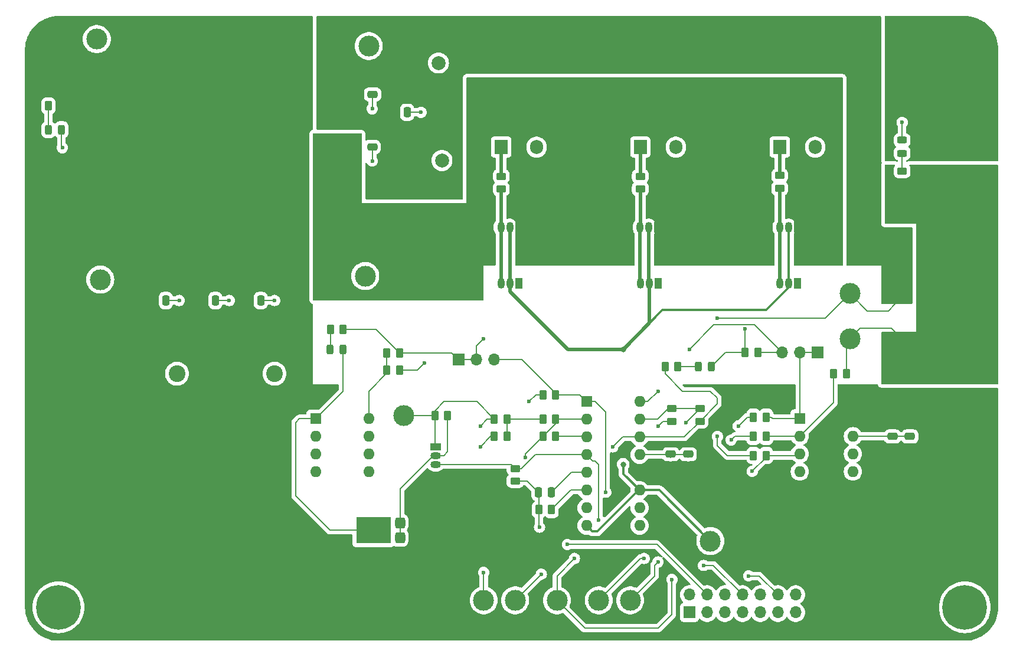
<source format=gtl>
%TF.GenerationSoftware,KiCad,Pcbnew,8.0.0*%
%TF.CreationDate,2024-04-03T13:41:32-04:00*%
%TF.ProjectId,SurgicalLightBoostConverterModule,53757267-6963-4616-9c4c-69676874426f,rev?*%
%TF.SameCoordinates,Original*%
%TF.FileFunction,Copper,L1,Top*%
%TF.FilePolarity,Positive*%
%FSLAX46Y46*%
G04 Gerber Fmt 4.6, Leading zero omitted, Abs format (unit mm)*
G04 Created by KiCad (PCBNEW 8.0.0) date 2024-04-03 13:41:32*
%MOMM*%
%LPD*%
G01*
G04 APERTURE LIST*
G04 Aperture macros list*
%AMRoundRect*
0 Rectangle with rounded corners*
0 $1 Rounding radius*
0 $2 $3 $4 $5 $6 $7 $8 $9 X,Y pos of 4 corners*
0 Add a 4 corners polygon primitive as box body*
4,1,4,$2,$3,$4,$5,$6,$7,$8,$9,$2,$3,0*
0 Add four circle primitives for the rounded corners*
1,1,$1+$1,$2,$3*
1,1,$1+$1,$4,$5*
1,1,$1+$1,$6,$7*
1,1,$1+$1,$8,$9*
0 Add four rect primitives between the rounded corners*
20,1,$1+$1,$2,$3,$4,$5,0*
20,1,$1+$1,$4,$5,$6,$7,0*
20,1,$1+$1,$6,$7,$8,$9,0*
20,1,$1+$1,$8,$9,$2,$3,0*%
G04 Aperture macros list end*
%TA.AperFunction,SMDPad,CuDef*%
%ADD10RoundRect,0.250000X-0.262500X-0.450000X0.262500X-0.450000X0.262500X0.450000X-0.262500X0.450000X0*%
%TD*%
%TA.AperFunction,ComponentPad*%
%ADD11R,1.600000X1.600000*%
%TD*%
%TA.AperFunction,ComponentPad*%
%ADD12O,1.600000X1.600000*%
%TD*%
%TA.AperFunction,ComponentPad*%
%ADD13R,1.050000X1.500000*%
%TD*%
%TA.AperFunction,ComponentPad*%
%ADD14O,1.050000X1.500000*%
%TD*%
%TA.AperFunction,ComponentPad*%
%ADD15C,3.000000*%
%TD*%
%TA.AperFunction,SMDPad,CuDef*%
%ADD16RoundRect,0.250000X-0.450000X0.262500X-0.450000X-0.262500X0.450000X-0.262500X0.450000X0.262500X0*%
%TD*%
%TA.AperFunction,SMDPad,CuDef*%
%ADD17RoundRect,0.250000X0.450000X-0.262500X0.450000X0.262500X-0.450000X0.262500X-0.450000X-0.262500X0*%
%TD*%
%TA.AperFunction,SMDPad,CuDef*%
%ADD18RoundRect,0.250000X0.262500X0.450000X-0.262500X0.450000X-0.262500X-0.450000X0.262500X-0.450000X0*%
%TD*%
%TA.AperFunction,ComponentPad*%
%ADD19R,2.400000X2.400000*%
%TD*%
%TA.AperFunction,ComponentPad*%
%ADD20C,2.400000*%
%TD*%
%TA.AperFunction,SMDPad,CuDef*%
%ADD21RoundRect,0.250000X0.475000X-0.250000X0.475000X0.250000X-0.475000X0.250000X-0.475000X-0.250000X0*%
%TD*%
%TA.AperFunction,SMDPad,CuDef*%
%ADD22RoundRect,0.250000X0.250000X0.475000X-0.250000X0.475000X-0.250000X-0.475000X0.250000X-0.475000X0*%
%TD*%
%TA.AperFunction,SMDPad,CuDef*%
%ADD23RoundRect,0.243750X-0.456250X0.243750X-0.456250X-0.243750X0.456250X-0.243750X0.456250X0.243750X0*%
%TD*%
%TA.AperFunction,ComponentPad*%
%ADD24R,1.500000X1.050000*%
%TD*%
%TA.AperFunction,ComponentPad*%
%ADD25O,1.500000X1.050000*%
%TD*%
%TA.AperFunction,ComponentPad*%
%ADD26R,1.700000X1.700000*%
%TD*%
%TA.AperFunction,ComponentPad*%
%ADD27O,1.700000X1.700000*%
%TD*%
%TA.AperFunction,SMDPad,CuDef*%
%ADD28RoundRect,0.250000X-0.250000X-0.475000X0.250000X-0.475000X0.250000X0.475000X-0.250000X0.475000X0*%
%TD*%
%TA.AperFunction,SMDPad,CuDef*%
%ADD29RoundRect,0.360000X-0.440000X0.360000X-0.440000X-0.360000X0.440000X-0.360000X0.440000X0.360000X0*%
%TD*%
%TA.AperFunction,SMDPad,CuDef*%
%ADD30R,3.800000X4.960000*%
%TD*%
%TA.AperFunction,ComponentPad*%
%ADD31C,5.200000*%
%TD*%
%TA.AperFunction,SMDPad,CuDef*%
%ADD32RoundRect,0.360000X-0.360000X-0.440000X0.360000X-0.440000X0.360000X0.440000X-0.360000X0.440000X0*%
%TD*%
%TA.AperFunction,SMDPad,CuDef*%
%ADD33R,4.960000X3.800000*%
%TD*%
%TA.AperFunction,ComponentPad*%
%ADD34R,1.905000X2.000000*%
%TD*%
%TA.AperFunction,ComponentPad*%
%ADD35O,1.905000X2.000000*%
%TD*%
%TA.AperFunction,SMDPad,CuDef*%
%ADD36RoundRect,0.250000X-0.475000X0.250000X-0.475000X-0.250000X0.475000X-0.250000X0.475000X0.250000X0*%
%TD*%
%TA.AperFunction,ComponentPad*%
%ADD37R,2.000000X2.000000*%
%TD*%
%TA.AperFunction,ComponentPad*%
%ADD38C,2.000000*%
%TD*%
%TA.AperFunction,ComponentPad*%
%ADD39C,3.600000*%
%TD*%
%TA.AperFunction,ConnectorPad*%
%ADD40C,6.400000*%
%TD*%
%TA.AperFunction,SMDPad,CuDef*%
%ADD41RoundRect,0.243750X0.243750X0.456250X-0.243750X0.456250X-0.243750X-0.456250X0.243750X-0.456250X0*%
%TD*%
%TA.AperFunction,ComponentPad*%
%ADD42RoundRect,0.750000X0.750000X-0.750000X0.750000X0.750000X-0.750000X0.750000X-0.750000X-0.750000X0*%
%TD*%
%TA.AperFunction,SMDPad,CuDef*%
%ADD43RoundRect,0.250000X-1.425000X0.362500X-1.425000X-0.362500X1.425000X-0.362500X1.425000X0.362500X0*%
%TD*%
%TA.AperFunction,ViaPad*%
%ADD44C,0.600000*%
%TD*%
%TA.AperFunction,ViaPad*%
%ADD45C,0.800000*%
%TD*%
%TA.AperFunction,Conductor*%
%ADD46C,0.177800*%
%TD*%
%TA.AperFunction,Conductor*%
%ADD47C,0.153000*%
%TD*%
%TA.AperFunction,Conductor*%
%ADD48C,0.200000*%
%TD*%
%TA.AperFunction,Conductor*%
%ADD49C,0.345000*%
%TD*%
%TA.AperFunction,Conductor*%
%ADD50C,0.500000*%
%TD*%
G04 APERTURE END LIST*
D10*
%TO.P,R15,1*%
%TO.N,/1IN-*%
X94500000Y-80500000D03*
%TO.P,R15,2*%
%TO.N,/FB*%
X96325000Y-80500000D03*
%TD*%
%TO.P,R16,1*%
%TO.N,Net-(U2-REF)*%
X72087500Y-71000000D03*
%TO.P,R16,2*%
%TO.N,GND*%
X73912500Y-71000000D03*
%TD*%
%TO.P,R9,1*%
%TO.N,+5V*%
X87500000Y-78000000D03*
%TO.P,R9,2*%
%TO.N,Net-(R12-Pad1)*%
X89325000Y-78000000D03*
%TD*%
D11*
%TO.P,U1,1,1IN+*%
%TO.N,/1IN+*%
X100735000Y-75500000D03*
D12*
%TO.P,U1,2,1IN-*%
%TO.N,/1IN-*%
X100735000Y-78040000D03*
%TO.P,U1,3,FB*%
%TO.N,/FB*%
X100735000Y-80580000D03*
%TO.P,U1,4,DTC*%
%TO.N,/DTC*%
X100735000Y-83120000D03*
%TO.P,U1,5,CT*%
%TO.N,Net-(U1-CT)*%
X100735000Y-85660000D03*
%TO.P,U1,6,RT*%
%TO.N,Net-(U1-RT)*%
X100735000Y-88200000D03*
%TO.P,U1,7,GND*%
%TO.N,GND*%
X100735000Y-90740000D03*
%TO.P,U1,8,C1*%
%TO.N,BoostConverterSwitch*%
X100735000Y-93280000D03*
%TO.P,U1,9,E1*%
%TO.N,GND*%
X108355000Y-93280000D03*
%TO.P,U1,10,E2*%
X108355000Y-90740000D03*
%TO.P,U1,11,C2*%
%TO.N,BoostConverterSwitch*%
X108355000Y-88200000D03*
%TO.P,U1,12,VCC*%
%TO.N,+12V*%
X108355000Y-85660000D03*
%TO.P,U1,13,OUTCTRL*%
%TO.N,GND*%
X108355000Y-83120000D03*
%TO.P,U1,14,REF*%
%TO.N,+5V*%
X108355000Y-80580000D03*
%TO.P,U1,15,2IN-*%
%TO.N,/2IN-*%
X108355000Y-78040000D03*
%TO.P,U1,16,2IN+*%
%TO.N,/2IN+*%
X108355000Y-75500000D03*
%TD*%
D13*
%TO.P,Q1,1,C*%
%TO.N,/VSwitch*%
X91000000Y-50500000D03*
D14*
%TO.P,Q1,2,B*%
%TO.N,BoostConverterSwitch*%
X89730000Y-50500000D03*
%TO.P,Q1,3,E*%
%TO.N,Net-(Q1-E)*%
X88460000Y-50500000D03*
%TD*%
D15*
%TO.P,TP6,1,1*%
%TO.N,+5V*%
X74500000Y-77500000D03*
%TD*%
D16*
%TO.P,R22,1*%
%TO.N,/2IN-*%
X113000000Y-76500000D03*
%TO.P,R22,2*%
%TO.N,GND*%
X113000000Y-78325000D03*
%TD*%
D17*
%TO.P,R4,1*%
%TO.N,Net-(Q1-E)*%
X88500000Y-45000000D03*
%TO.P,R4,2*%
%TO.N,Net-(Q4-G)*%
X88500000Y-43175000D03*
%TD*%
D18*
%TO.P,R8,1*%
%TO.N,/CS+*%
X65825000Y-65150000D03*
%TO.P,R8,2*%
%TO.N,Net-(D8-A)*%
X64000000Y-65150000D03*
%TD*%
D19*
%TO.P,C1,1*%
%TO.N,+12V*%
X37000000Y-71500000D03*
D20*
%TO.P,C1,2*%
%TO.N,GND*%
X42000000Y-71500000D03*
%TD*%
D15*
%TO.P,TP13,1,1*%
%TO.N,/CS-*%
X138500000Y-66500000D03*
%TD*%
D18*
%TO.P,R21,1*%
%TO.N,Net-(U3A-+)*%
X126500000Y-83220000D03*
%TO.P,R21,2*%
%TO.N,/CS+*%
X124675000Y-83220000D03*
%TD*%
D21*
%TO.P,C12,1*%
%TO.N,+12V*%
X112825000Y-84950000D03*
%TO.P,C12,2*%
%TO.N,GND*%
X112825000Y-83050000D03*
%TD*%
D10*
%TO.P,R7,1*%
%TO.N,+5V*%
X112000000Y-70500000D03*
%TO.P,R7,2*%
%TO.N,Net-(D7-A)*%
X113825000Y-70500000D03*
%TD*%
D22*
%TO.P,C13,1*%
%TO.N,Net-(U1-CT)*%
X95725000Y-88500000D03*
%TO.P,C13,2*%
%TO.N,GND*%
X93825000Y-88500000D03*
%TD*%
D13*
%TO.P,Q9,1,C*%
%TO.N,GND*%
X131040000Y-58500000D03*
D14*
%TO.P,Q9,2,B*%
%TO.N,BoostConverterSwitch*%
X129770000Y-58500000D03*
%TO.P,Q9,3,E*%
%TO.N,Net-(Q3-E)*%
X128500000Y-58500000D03*
%TD*%
D23*
%TO.P,D3,1,K*%
%TO.N,GND*%
X146000000Y-38000000D03*
%TO.P,D3,2,A*%
%TO.N,Net-(D3-A)*%
X146000000Y-39875000D03*
%TD*%
D24*
%TO.P,Q10,1,C*%
%TO.N,+5V*%
X79105000Y-81960000D03*
D25*
%TO.P,Q10,2,B*%
%TO.N,Net-(Q10-B)*%
X79105000Y-83230000D03*
%TO.P,Q10,3,E*%
%TO.N,/DTC*%
X79105000Y-84500000D03*
%TD*%
D26*
%TO.P,J1,1,Pin_1*%
%TO.N,unconnected-(J1-Pin_1-Pad1)*%
X115500000Y-105740000D03*
D27*
%TO.P,J1,2,Pin_2*%
%TO.N,unconnected-(J1-Pin_2-Pad2)*%
X115500000Y-103200000D03*
%TO.P,J1,3,Pin_3*%
%TO.N,unconnected-(J1-Pin_3-Pad3)*%
X118040000Y-105740000D03*
%TO.P,J1,4,Pin_4*%
%TO.N,/1IN-*%
X118040000Y-103200000D03*
%TO.P,J1,5,Pin_5*%
%TO.N,unconnected-(J1-Pin_5-Pad5)*%
X120580000Y-105740000D03*
%TO.P,J1,6,Pin_6*%
%TO.N,unconnected-(J1-Pin_6-Pad6)*%
X120580000Y-103200000D03*
%TO.P,J1,7,Pin_7*%
%TO.N,unconnected-(J1-Pin_7-Pad7)*%
X123120000Y-105740000D03*
%TO.P,J1,8,Pin_8*%
%TO.N,/2IN-*%
X123120000Y-103200000D03*
%TO.P,J1,9,Pin_9*%
%TO.N,unconnected-(J1-Pin_9-Pad9)*%
X125660000Y-105740000D03*
%TO.P,J1,10,Pin_10*%
%TO.N,unconnected-(J1-Pin_10-Pad10)*%
X125660000Y-103200000D03*
%TO.P,J1,11,Pin_11*%
%TO.N,unconnected-(J1-Pin_11-Pad11)*%
X128200000Y-105740000D03*
%TO.P,J1,12,Pin_12*%
%TO.N,/DTC*%
X128200000Y-103200000D03*
%TO.P,J1,13,Pin_13*%
%TO.N,unconnected-(J1-Pin_13-Pad13)*%
X130740000Y-105740000D03*
%TO.P,J1,14,Pin_14*%
%TO.N,GND*%
X130740000Y-103200000D03*
%TD*%
D17*
%TO.P,R5,1*%
%TO.N,Net-(Q2-E)*%
X108460000Y-45000000D03*
%TO.P,R5,2*%
%TO.N,Net-(Q5-G)*%
X108460000Y-43175000D03*
%TD*%
D21*
%TO.P,C11,1*%
%TO.N,+12V*%
X115325000Y-84950000D03*
%TO.P,C11,2*%
%TO.N,GND*%
X115325000Y-83050000D03*
%TD*%
D18*
%TO.P,R25,1*%
%TO.N,/2IN+*%
X125325000Y-68460000D03*
%TO.P,R25,2*%
%TO.N,GND*%
X123500000Y-68460000D03*
%TD*%
%TO.P,R3,1*%
%TO.N,+12V*%
X25390000Y-33087500D03*
%TO.P,R3,2*%
%TO.N,Net-(D4-A)*%
X23565000Y-33087500D03*
%TD*%
D28*
%TO.P,C7,1*%
%TO.N,+12V*%
X52100000Y-61000000D03*
%TO.P,C7,2*%
%TO.N,GND*%
X54000000Y-61000000D03*
%TD*%
D17*
%TO.P,R2,1*%
%TO.N,/CS-*%
X146000000Y-44287500D03*
%TO.P,R2,2*%
%TO.N,Net-(D3-A)*%
X146000000Y-42462500D03*
%TD*%
D29*
%TO.P,D5,1,A*%
%TO.N,/VSwitch*%
X105840000Y-29830000D03*
%TO.P,D5,2,A*%
X107970000Y-29830000D03*
D30*
%TO.P,D5,3,K*%
%TO.N,/CS+*%
X106905000Y-26030000D03*
%TD*%
D31*
%TO.P,L1,1,1*%
%TO.N,+12V*%
X35350000Y-41000000D03*
%TO.P,L1,2,2*%
%TO.N,/VSwitch*%
X64650000Y-41000000D03*
%TD*%
D32*
%TO.P,D9,1,A*%
%TO.N,Net-(Q10-B)*%
X73980000Y-95015000D03*
%TO.P,D9,2,A*%
X73980000Y-92885000D03*
D33*
%TO.P,D9,3,K*%
%TO.N,Net-(D8-K)*%
X70180000Y-93950000D03*
%TD*%
D34*
%TO.P,Q4,1,G*%
%TO.N,Net-(Q4-G)*%
X88500000Y-39000000D03*
D35*
%TO.P,Q4,2,D*%
%TO.N,/VSwitch*%
X91040000Y-39000000D03*
%TO.P,Q4,3,S*%
%TO.N,GND*%
X93580000Y-39000000D03*
%TD*%
D15*
%TO.P,TP1,1,1*%
%TO.N,unconnected-(TP1-Pad1)*%
X30500000Y-23500000D03*
%TD*%
D16*
%TO.P,R17,1*%
%TO.N,/DTC*%
X90500000Y-85087500D03*
%TO.P,R17,2*%
%TO.N,GND*%
X90500000Y-86912500D03*
%TD*%
D34*
%TO.P,Q5,1,G*%
%TO.N,Net-(Q5-G)*%
X108460000Y-39000000D03*
D35*
%TO.P,Q5,2,D*%
%TO.N,/VSwitch*%
X111000000Y-39000000D03*
%TO.P,Q5,3,S*%
%TO.N,GND*%
X113540000Y-39000000D03*
%TD*%
D13*
%TO.P,Q7,1,C*%
%TO.N,GND*%
X91040000Y-58500000D03*
D14*
%TO.P,Q7,2,B*%
%TO.N,BoostConverterSwitch*%
X89770000Y-58500000D03*
%TO.P,Q7,3,E*%
%TO.N,Net-(Q1-E)*%
X88500000Y-58500000D03*
%TD*%
D11*
%TO.P,U2,1,K*%
%TO.N,Net-(D8-K)*%
X61880000Y-77960000D03*
D12*
%TO.P,U2,2,A*%
%TO.N,GND*%
X61880000Y-80500000D03*
%TO.P,U2,3,A*%
X61880000Y-83040000D03*
%TO.P,U2,4*%
%TO.N,N/C*%
X61880000Y-85580000D03*
%TO.P,U2,5*%
X69500000Y-85580000D03*
%TO.P,U2,6,A*%
%TO.N,GND*%
X69500000Y-83040000D03*
%TO.P,U2,7,A*%
X69500000Y-80500000D03*
%TO.P,U2,8,REF*%
%TO.N,Net-(U2-REF)*%
X69500000Y-77960000D03*
%TD*%
D28*
%TO.P,C5,1*%
%TO.N,+12V*%
X38500000Y-61000000D03*
%TO.P,C5,2*%
%TO.N,GND*%
X40400000Y-61000000D03*
%TD*%
D18*
%TO.P,R13,1*%
%TO.N,/1IN+*%
X96317500Y-74500000D03*
%TO.P,R13,2*%
%TO.N,GND*%
X94492500Y-74500000D03*
%TD*%
D13*
%TO.P,Q2,1,C*%
%TO.N,/VSwitch*%
X110960000Y-50500000D03*
D14*
%TO.P,Q2,2,B*%
%TO.N,BoostConverterSwitch*%
X109690000Y-50500000D03*
%TO.P,Q2,3,E*%
%TO.N,Net-(Q2-E)*%
X108420000Y-50500000D03*
%TD*%
D29*
%TO.P,D2,1,A*%
%TO.N,/VSwitch*%
X99290000Y-29830000D03*
%TO.P,D2,2,A*%
X101420000Y-29830000D03*
D30*
%TO.P,D2,3,K*%
%TO.N,/CS+*%
X100355000Y-26030000D03*
%TD*%
D15*
%TO.P,TP12,1,1*%
%TO.N,/2IN-*%
X107000000Y-104000000D03*
%TD*%
D10*
%TO.P,R12,1*%
%TO.N,Net-(R12-Pad1)*%
X94500000Y-78000000D03*
%TO.P,R12,2*%
%TO.N,/1IN-*%
X96325000Y-78000000D03*
%TD*%
D36*
%TO.P,C14,1*%
%TO.N,+12V*%
X147125000Y-78600000D03*
%TO.P,C14,2*%
%TO.N,GND*%
X147125000Y-80500000D03*
%TD*%
D10*
%TO.P,R24,1*%
%TO.N,GND*%
X124675000Y-80500000D03*
%TO.P,R24,2*%
%TO.N,Net-(U3A--)*%
X126500000Y-80500000D03*
%TD*%
D15*
%TO.P,TP8,1,1*%
%TO.N,/1IN+*%
X90500000Y-104000000D03*
%TD*%
%TO.P,TP3,1,1*%
%TO.N,unconnected-(TP3-Pad1)*%
X69000000Y-57500000D03*
%TD*%
D17*
%TO.P,R20,1*%
%TO.N,+5V*%
X117000000Y-78325000D03*
%TO.P,R20,2*%
%TO.N,/2IN-*%
X117000000Y-76500000D03*
%TD*%
%TO.P,R6,1*%
%TO.N,Net-(Q3-E)*%
X128460000Y-44912500D03*
%TO.P,R6,2*%
%TO.N,Net-(Q6-G)*%
X128460000Y-43087500D03*
%TD*%
D37*
%TO.P,C4,1*%
%TO.N,/CS+*%
X75000000Y-40923959D03*
D38*
%TO.P,C4,2*%
%TO.N,GND*%
X80000000Y-40923959D03*
%TD*%
D13*
%TO.P,Q3,1,C*%
%TO.N,/VSwitch*%
X131000000Y-50500000D03*
D14*
%TO.P,Q3,2,B*%
%TO.N,BoostConverterSwitch*%
X129730000Y-50500000D03*
%TO.P,Q3,3,E*%
%TO.N,Net-(Q3-E)*%
X128460000Y-50500000D03*
%TD*%
D10*
%TO.P,R10,1*%
%TO.N,+5V*%
X79000000Y-77500000D03*
%TO.P,R10,2*%
%TO.N,Net-(Q10-B)*%
X80825000Y-77500000D03*
%TD*%
D15*
%TO.P,TP2,1,1*%
%TO.N,unconnected-(TP2-Pad1)*%
X69500000Y-24500000D03*
%TD*%
D39*
%TO.P,H3,1,1*%
%TO.N,GND*%
X25000000Y-105000000D03*
D40*
X25000000Y-105000000D03*
%TD*%
D41*
%TO.P,D7,1,K*%
%TO.N,GND*%
X118660000Y-70500000D03*
%TO.P,D7,2,A*%
%TO.N,Net-(D7-A)*%
X116785000Y-70500000D03*
%TD*%
D15*
%TO.P,TP4,1,1*%
%TO.N,unconnected-(TP4-Pad1)*%
X31000000Y-58000000D03*
%TD*%
D28*
%TO.P,C6,1*%
%TO.N,+12V*%
X45600000Y-61000000D03*
%TO.P,C6,2*%
%TO.N,GND*%
X47500000Y-61000000D03*
%TD*%
D41*
%TO.P,D8,1,K*%
%TO.N,Net-(D8-K)*%
X65825000Y-68000000D03*
%TO.P,D8,2,A*%
%TO.N,Net-(D8-A)*%
X63950000Y-68000000D03*
%TD*%
D36*
%TO.P,C8,1*%
%TO.N,/CS+*%
X70050000Y-29550000D03*
%TO.P,C8,2*%
%TO.N,GND*%
X70050000Y-31450000D03*
%TD*%
D18*
%TO.P,R11,1*%
%TO.N,/CS+*%
X73912500Y-68500000D03*
%TO.P,R11,2*%
%TO.N,Net-(U2-REF)*%
X72087500Y-68500000D03*
%TD*%
D34*
%TO.P,Q6,1,G*%
%TO.N,Net-(Q6-G)*%
X128460000Y-39000000D03*
D35*
%TO.P,Q6,2,D*%
%TO.N,/VSwitch*%
X131000000Y-39000000D03*
%TO.P,Q6,3,S*%
%TO.N,GND*%
X133540000Y-39000000D03*
%TD*%
D42*
%TO.P,F1,1*%
%TO.N,/CS-*%
X152500000Y-66100000D03*
X152500000Y-58500000D03*
D15*
%TO.P,F1,2*%
%TO.N,+24V*%
X152500000Y-39000000D03*
X152500000Y-31400000D03*
%TD*%
D13*
%TO.P,Q8,1,C*%
%TO.N,GND*%
X111040000Y-58500000D03*
D14*
%TO.P,Q8,2,B*%
%TO.N,BoostConverterSwitch*%
X109770000Y-58500000D03*
%TO.P,Q8,3,E*%
%TO.N,Net-(Q2-E)*%
X108500000Y-58500000D03*
%TD*%
D39*
%TO.P,H1,1,1*%
%TO.N,+24V*%
X155000000Y-25000000D03*
D40*
X155000000Y-25000000D03*
%TD*%
D29*
%TO.P,D1,1,A*%
%TO.N,/VSwitch*%
X92935000Y-29780000D03*
%TO.P,D1,2,A*%
X95065000Y-29780000D03*
D30*
%TO.P,D1,3,K*%
%TO.N,/CS+*%
X94000000Y-25980000D03*
%TD*%
D43*
%TO.P,R1,1*%
%TO.N,/CS+*%
X145000000Y-60500000D03*
%TO.P,R1,2*%
%TO.N,/CS-*%
X145000000Y-66425000D03*
%TD*%
D28*
%TO.P,C10,1*%
%TO.N,/CS+*%
X73100000Y-34000000D03*
%TO.P,C10,2*%
%TO.N,GND*%
X75000000Y-34000000D03*
%TD*%
D15*
%TO.P,TP5,1,1*%
%TO.N,/CS+*%
X124000000Y-25500000D03*
%TD*%
%TO.P,TP10,1,1*%
%TO.N,/DTC*%
X96500000Y-104000000D03*
%TD*%
D36*
%TO.P,C15,1*%
%TO.N,+12V*%
X144625000Y-78600000D03*
%TO.P,C15,2*%
%TO.N,GND*%
X144625000Y-80500000D03*
%TD*%
D15*
%TO.P,TP7,1,1*%
%TO.N,/1IN-*%
X86000000Y-104000000D03*
%TD*%
D37*
%TO.P,C3,1*%
%TO.N,/CS+*%
X74500000Y-26923959D03*
D38*
%TO.P,C3,2*%
%TO.N,GND*%
X79500000Y-26923959D03*
%TD*%
D18*
%TO.P,R23,1*%
%TO.N,/CS-*%
X138000000Y-71500000D03*
%TO.P,R23,2*%
%TO.N,Net-(U3A--)*%
X136175000Y-71500000D03*
%TD*%
D39*
%TO.P,H2,1,1*%
%TO.N,+12V*%
X25000000Y-25000000D03*
D40*
X25000000Y-25000000D03*
%TD*%
D15*
%TO.P,TP11,1,1*%
%TO.N,/CS+*%
X138500000Y-60000000D03*
%TD*%
%TO.P,TP14,1,1*%
%TO.N,/2IN+*%
X102500000Y-104000000D03*
%TD*%
D11*
%TO.P,U3,1*%
%TO.N,Net-(R19-Pad1)*%
X131325000Y-77920000D03*
D12*
%TO.P,U3,2,-*%
%TO.N,Net-(U3A--)*%
X131325000Y-80460000D03*
%TO.P,U3,3,+*%
%TO.N,Net-(U3A-+)*%
X131325000Y-83000000D03*
%TO.P,U3,4,V-*%
%TO.N,GND*%
X131325000Y-85540000D03*
%TO.P,U3,5,+*%
X138945000Y-85540000D03*
%TO.P,U3,6,-*%
X138945000Y-83000000D03*
%TO.P,U3,7*%
X138945000Y-80460000D03*
%TO.P,U3,8,V+*%
%TO.N,+12V*%
X138945000Y-77920000D03*
%TD*%
D39*
%TO.P,H4,1,1*%
%TO.N,GND*%
X155000000Y-105000000D03*
D40*
X155000000Y-105000000D03*
%TD*%
D18*
%TO.P,R19,1*%
%TO.N,Net-(R19-Pad1)*%
X126500000Y-77720000D03*
%TO.P,R19,2*%
%TO.N,Net-(U3A-+)*%
X124675000Y-77720000D03*
%TD*%
D19*
%TO.P,C2,1*%
%TO.N,+12V*%
X51000000Y-71500000D03*
D20*
%TO.P,C2,2*%
%TO.N,GND*%
X56000000Y-71500000D03*
%TD*%
D18*
%TO.P,R14,1*%
%TO.N,Net-(R12-Pad1)*%
X89325000Y-80500000D03*
%TO.P,R14,2*%
%TO.N,GND*%
X87500000Y-80500000D03*
%TD*%
D36*
%TO.P,C9,1*%
%TO.N,/CS+*%
X70000000Y-37100000D03*
%TO.P,C9,2*%
%TO.N,GND*%
X70000000Y-39000000D03*
%TD*%
D15*
%TO.P,TP9,1,1*%
%TO.N,BoostConverterSwitch*%
X118500000Y-95500000D03*
%TD*%
D29*
%TO.P,D6,1,A*%
%TO.N,/VSwitch*%
X112385000Y-29830000D03*
%TO.P,D6,2,A*%
X114515000Y-29830000D03*
D30*
%TO.P,D6,3,K*%
%TO.N,/CS+*%
X113450000Y-26030000D03*
%TD*%
D18*
%TO.P,R18,1*%
%TO.N,Net-(U1-RT)*%
X95725000Y-91000000D03*
%TO.P,R18,2*%
%TO.N,GND*%
X93900000Y-91000000D03*
%TD*%
D41*
%TO.P,D4,1,K*%
%TO.N,GND*%
X25437500Y-36500000D03*
%TO.P,D4,2,A*%
%TO.N,Net-(D4-A)*%
X23562500Y-36500000D03*
%TD*%
D26*
%TO.P,RV2,1,1*%
%TO.N,Net-(R19-Pad1)*%
X133875000Y-68460000D03*
D27*
%TO.P,RV2,2,2*%
X131335000Y-68460000D03*
%TO.P,RV2,3,3*%
%TO.N,/2IN+*%
X128795000Y-68460000D03*
%TD*%
D26*
%TO.P,RV1,1,1*%
%TO.N,/CS+*%
X82420000Y-69500000D03*
D27*
%TO.P,RV1,2,2*%
X84960000Y-69500000D03*
%TO.P,RV1,3,3*%
%TO.N,/1IN+*%
X87500000Y-69500000D03*
%TD*%
D44*
%TO.N,GND*%
X94000000Y-93500000D03*
X77000000Y-34000000D03*
X123500000Y-65077800D03*
X92500000Y-75500000D03*
X121500000Y-81000000D03*
X56000000Y-61000000D03*
X70000000Y-33500000D03*
X85500000Y-82000000D03*
X111000000Y-79000000D03*
X49500000Y-61000000D03*
X25565000Y-39087500D03*
X70000000Y-41000000D03*
X42323959Y-61000000D03*
X146000000Y-35462500D03*
X77500000Y-70000000D03*
%TO.N,/CS+*%
X119500000Y-80500000D03*
X86000000Y-66500000D03*
X119500000Y-63500000D03*
D45*
%TO.N,BoostConverterSwitch*%
X106000000Y-84500000D03*
X106000000Y-68000000D03*
D44*
%TO.N,/DTC*%
X99000000Y-98000000D03*
X124000000Y-100500000D03*
X113000000Y-101000000D03*
X102500000Y-92500000D03*
%TO.N,+5V*%
X104500000Y-82000000D03*
X85500000Y-79000000D03*
%TO.N,/1IN-*%
X92000000Y-83500000D03*
X86000000Y-100000000D03*
X98000000Y-96000000D03*
%TO.N,/1IN+*%
X94250000Y-100250000D03*
X103500000Y-88500000D03*
%TO.N,Net-(U3A-+)*%
X124500000Y-85500000D03*
X122500000Y-79000000D03*
%TO.N,/2IN-*%
X115000000Y-78500000D03*
X117500000Y-99000000D03*
X111000000Y-98500000D03*
%TO.N,/2IN+*%
X109000000Y-98000000D03*
X111000000Y-74000000D03*
X115500000Y-68000000D03*
%TD*%
D46*
%TO.N,GND*%
X73912500Y-71000000D02*
X76500000Y-71000000D01*
X54000000Y-61000000D02*
X54500000Y-61000000D01*
X114945000Y-83120000D02*
X115325000Y-83500000D01*
X76500000Y-71000000D02*
X77500000Y-70000000D01*
X25437500Y-36500000D02*
X25437500Y-38960000D01*
X144285000Y-80460000D02*
X144625000Y-80120000D01*
X70000000Y-39000000D02*
X70000000Y-41000000D01*
X122000000Y-80500000D02*
X121500000Y-81000000D01*
X120700000Y-68460000D02*
X123500000Y-68460000D01*
X118660000Y-70500000D02*
X120700000Y-68460000D01*
X93900000Y-88575000D02*
X93825000Y-88500000D01*
X93900000Y-91000000D02*
X93900000Y-93400000D01*
X93500000Y-74500000D02*
X92500000Y-75500000D01*
X93900000Y-93400000D02*
X94000000Y-93500000D01*
X147125000Y-80500000D02*
X144625000Y-80500000D01*
X47500000Y-61000000D02*
X49500000Y-61000000D01*
X92237500Y-86912500D02*
X93825000Y-88500000D01*
X40400000Y-61000000D02*
X42323959Y-61000000D01*
X54500000Y-61000000D02*
X56000000Y-61000000D01*
X87000000Y-80500000D02*
X85500000Y-82000000D01*
X113000000Y-78325000D02*
X111675000Y-78325000D01*
X123500000Y-68460000D02*
X123500000Y-65077800D01*
X138945000Y-80460000D02*
X144285000Y-80460000D01*
X108355000Y-83120000D02*
X114945000Y-83120000D01*
X70050000Y-31450000D02*
X70050000Y-33450000D01*
X146000000Y-38000000D02*
X146000000Y-35462500D01*
X94492500Y-74500000D02*
X93500000Y-74500000D01*
X25437500Y-38960000D02*
X25565000Y-39087500D01*
X87500000Y-80500000D02*
X87000000Y-80500000D01*
X111675000Y-78325000D02*
X111000000Y-79000000D01*
X124675000Y-80500000D02*
X122000000Y-80500000D01*
X90500000Y-86912500D02*
X92237500Y-86912500D01*
X70050000Y-33450000D02*
X70000000Y-33500000D01*
X75000000Y-34000000D02*
X77000000Y-34000000D01*
D47*
X112445000Y-83120000D02*
X112825000Y-83500000D01*
D46*
X93900000Y-91000000D02*
X93900000Y-88575000D01*
%TO.N,Net-(U1-CT)*%
X98565000Y-85660000D02*
X100735000Y-85660000D01*
X95725000Y-88500000D02*
X98565000Y-85660000D01*
%TO.N,Net-(D3-A)*%
X146000000Y-39875000D02*
X146000000Y-42462500D01*
%TO.N,Net-(D4-A)*%
X23565000Y-33087500D02*
X23565000Y-36497500D01*
X23565000Y-36497500D02*
X23562500Y-36500000D01*
%TO.N,Net-(D7-A)*%
X113825000Y-70500000D02*
X116785000Y-70500000D01*
%TO.N,/CS+*%
X84960000Y-67540000D02*
X84960000Y-69500000D01*
X119500000Y-80500000D02*
X119500000Y-81801435D01*
X119500000Y-81801435D02*
X120918565Y-83220000D01*
D48*
X135000000Y-63500000D02*
X119500000Y-63500000D01*
X81420000Y-68500000D02*
X82420000Y-69500000D01*
X141000000Y-62500000D02*
X138500000Y-60000000D01*
X145000000Y-61500000D02*
X144000000Y-62500000D01*
X73912500Y-68500000D02*
X81420000Y-68500000D01*
X145000000Y-60500000D02*
X145000000Y-61500000D01*
D46*
X86000000Y-66500000D02*
X84960000Y-67540000D01*
D48*
X138500000Y-60000000D02*
X135000000Y-63500000D01*
X82420000Y-69500000D02*
X84960000Y-69500000D01*
D46*
X120918565Y-83220000D02*
X124675000Y-83220000D01*
D48*
X144000000Y-62500000D02*
X141000000Y-62500000D01*
X70562500Y-65150000D02*
X73912500Y-68500000D01*
X65825000Y-65150000D02*
X70562500Y-65150000D01*
D49*
%TO.N,BoostConverterSwitch*%
X129730000Y-50500000D02*
X129730000Y-51000000D01*
X111617500Y-62382500D02*
X106000000Y-68000000D01*
X111200000Y-88200000D02*
X118500000Y-95500000D01*
D50*
X89770000Y-58500000D02*
X89770000Y-59695000D01*
D49*
X108200000Y-88200000D02*
X102320001Y-94079999D01*
X106000000Y-85845000D02*
X106000000Y-84500000D01*
D50*
X109690000Y-58420000D02*
X109770000Y-58500000D01*
X89730000Y-50500000D02*
X89730000Y-58460000D01*
D49*
X108355000Y-88200000D02*
X111200000Y-88200000D01*
X129770000Y-58500000D02*
X129770000Y-59145000D01*
D50*
X109770000Y-64230000D02*
X106000000Y-68000000D01*
X109690000Y-50500000D02*
X109690000Y-58420000D01*
D49*
X129730000Y-51000000D02*
X129770000Y-51040000D01*
D50*
X89770000Y-59695000D02*
X98075000Y-68000000D01*
D49*
X129770000Y-51040000D02*
X129770000Y-58500000D01*
X126532500Y-62382500D02*
X111617500Y-62382500D01*
X108355000Y-88200000D02*
X108200000Y-88200000D01*
X129770000Y-59145000D02*
X126532500Y-62382500D01*
D50*
X109770000Y-58500000D02*
X109770000Y-64230000D01*
D49*
X108355000Y-88200000D02*
X106000000Y-85845000D01*
D50*
X89730000Y-58460000D02*
X89770000Y-58500000D01*
X98075000Y-68000000D02*
X106000000Y-68000000D01*
D49*
X129730000Y-51145000D02*
X129730000Y-50500000D01*
X102320001Y-94079999D02*
X101534999Y-94079999D01*
X101534999Y-94079999D02*
X100735000Y-93280000D01*
D50*
%TO.N,Net-(Q3-E)*%
X128460000Y-50500000D02*
X128460000Y-50960000D01*
X128460000Y-44912500D02*
X128460000Y-50500000D01*
X128500000Y-51000000D02*
X128500000Y-58500000D01*
X128460000Y-50960000D02*
X128500000Y-51000000D01*
D46*
%TO.N,/DTC*%
X111000000Y-108000000D02*
X113000000Y-106000000D01*
X90500000Y-85087500D02*
X91412500Y-85087500D01*
X102000000Y-84000000D02*
X101615000Y-84000000D01*
X100500000Y-108000000D02*
X111000000Y-108000000D01*
X102500000Y-84500000D02*
X102000000Y-84000000D01*
X93380000Y-83120000D02*
X100735000Y-83120000D01*
X101615000Y-84000000D02*
X100735000Y-83120000D01*
X102500000Y-92500000D02*
X102500000Y-84500000D01*
X96500000Y-104000000D02*
X100500000Y-108000000D01*
X90500000Y-85087500D02*
X89912500Y-84500000D01*
X89912500Y-84500000D02*
X79105000Y-84500000D01*
X91412500Y-85087500D02*
X93380000Y-83120000D01*
X99000000Y-98000000D02*
X96500000Y-100500000D01*
X125500000Y-100500000D02*
X128200000Y-103200000D01*
X124000000Y-100500000D02*
X125500000Y-100500000D01*
X113000000Y-106000000D02*
X113000000Y-101000000D01*
X96500000Y-100500000D02*
X96500000Y-104000000D01*
%TO.N,+5V*%
X79000000Y-76800000D02*
X79000000Y-77500000D01*
X79000000Y-77500000D02*
X79000000Y-81855000D01*
X114745000Y-80580000D02*
X117000000Y-78325000D01*
X85000000Y-75500000D02*
X80300000Y-75500000D01*
X80300000Y-75500000D02*
X79000000Y-76800000D01*
X87500000Y-78000000D02*
X85000000Y-75500000D01*
X105920000Y-80580000D02*
X104500000Y-82000000D01*
X118500000Y-74000000D02*
X119500000Y-75000000D01*
X108355000Y-80580000D02*
X108420000Y-80580000D01*
X112000000Y-70500000D02*
X112000000Y-71500000D01*
X79000000Y-81855000D02*
X79105000Y-81960000D01*
X86500000Y-78000000D02*
X87500000Y-78000000D01*
X112000000Y-71500000D02*
X114500000Y-74000000D01*
X108355000Y-80580000D02*
X114745000Y-80580000D01*
X74500000Y-77500000D02*
X79000000Y-77500000D01*
X108355000Y-80580000D02*
X105920000Y-80580000D01*
X114500000Y-74000000D02*
X118500000Y-74000000D01*
X85500000Y-79000000D02*
X86500000Y-78000000D01*
X108420000Y-80580000D02*
X108500000Y-80500000D01*
X119500000Y-75825000D02*
X117000000Y-78325000D01*
X119500000Y-75000000D02*
X119500000Y-75825000D01*
%TO.N,Net-(U2-REF)*%
X72087500Y-71412500D02*
X69500000Y-74000000D01*
X72087500Y-71000000D02*
X72087500Y-71412500D01*
X69500000Y-74000000D02*
X69500000Y-77960000D01*
X72087500Y-68500000D02*
X72087500Y-71000000D01*
D48*
%TO.N,/1IN-*%
X100735000Y-78040000D02*
X96365000Y-78040000D01*
X94500000Y-80500000D02*
X92000000Y-83000000D01*
X98000000Y-96000000D02*
X110840000Y-96000000D01*
X94500000Y-80500000D02*
X96325000Y-78675000D01*
X86000000Y-100000000D02*
X86000000Y-104000000D01*
X96325000Y-78675000D02*
X96325000Y-78000000D01*
X110840000Y-96000000D02*
X118040000Y-103200000D01*
X96365000Y-78040000D02*
X96325000Y-78000000D01*
X92000000Y-83000000D02*
X92000000Y-83500000D01*
%TO.N,/1IN+*%
X102000000Y-75500000D02*
X100735000Y-75500000D01*
X96317500Y-74500000D02*
X99735000Y-74500000D01*
X96317500Y-74317500D02*
X91500000Y-69500000D01*
X94250000Y-100250000D02*
X90500000Y-104000000D01*
X99735000Y-74500000D02*
X100735000Y-75500000D01*
X96317500Y-74500000D02*
X96317500Y-74317500D01*
X91500000Y-69500000D02*
X87500000Y-69500000D01*
X103500000Y-77000000D02*
X102000000Y-75500000D01*
X103500000Y-88500000D02*
X103500000Y-77000000D01*
D46*
%TO.N,/FB*%
X100655000Y-80500000D02*
X100735000Y-80580000D01*
X96325000Y-80500000D02*
X100655000Y-80500000D01*
%TO.N,Net-(U1-RT)*%
X100735000Y-88200000D02*
X98525000Y-88200000D01*
X98525000Y-88200000D02*
X95725000Y-91000000D01*
%TO.N,Net-(U3A-+)*%
X126500000Y-83220000D02*
X131105000Y-83220000D01*
X126500000Y-83500000D02*
X126500000Y-83220000D01*
X123780000Y-77720000D02*
X122500000Y-79000000D01*
X124500000Y-85500000D02*
X126500000Y-83500000D01*
X131105000Y-83220000D02*
X131325000Y-83000000D01*
X124675000Y-77720000D02*
X123780000Y-77720000D01*
D48*
%TO.N,/2IN-*%
X113000000Y-76500000D02*
X117000000Y-76500000D01*
X112500000Y-76500000D02*
X110960000Y-78040000D01*
X117500000Y-99000000D02*
X118920000Y-99000000D01*
X110960000Y-78040000D02*
X108355000Y-78040000D01*
X113000000Y-76500000D02*
X112500000Y-76500000D01*
X110500000Y-100500000D02*
X107000000Y-104000000D01*
X111000000Y-98500000D02*
X110500000Y-99000000D01*
X110500000Y-99000000D02*
X110500000Y-100500000D01*
X118920000Y-99000000D02*
X123120000Y-103200000D01*
X117000000Y-76500000D02*
X115000000Y-78500000D01*
D46*
%TO.N,Net-(U3A--)*%
X127000000Y-80500000D02*
X127040000Y-80460000D01*
X127040000Y-80460000D02*
X131325000Y-80460000D01*
X136175000Y-71500000D02*
X136175000Y-75610000D01*
X136175000Y-75610000D02*
X131325000Y-80460000D01*
D48*
%TO.N,/2IN+*%
X119000000Y-64500000D02*
X115500000Y-68000000D01*
X125325000Y-68460000D02*
X128795000Y-68460000D01*
X128795000Y-68460000D02*
X124835000Y-64500000D01*
X111000000Y-74000000D02*
X109500000Y-75500000D01*
X122000000Y-64500000D02*
X119000000Y-64500000D01*
X109500000Y-75500000D02*
X108355000Y-75500000D01*
X124835000Y-64500000D02*
X122000000Y-64500000D01*
X108500000Y-98000000D02*
X102500000Y-104000000D01*
X109000000Y-98000000D02*
X108500000Y-98000000D01*
D46*
%TO.N,Net-(D8-A)*%
X64000000Y-65150000D02*
X64000000Y-67950000D01*
X64000000Y-67950000D02*
X63950000Y-68000000D01*
%TO.N,Net-(D8-K)*%
X61880000Y-77960000D02*
X59540000Y-77960000D01*
X59000000Y-89000000D02*
X63950000Y-93950000D01*
X65825000Y-74015000D02*
X61880000Y-77960000D01*
X59540000Y-77960000D02*
X59000000Y-78500000D01*
X63950000Y-93950000D02*
X70180000Y-93950000D01*
X65825000Y-68000000D02*
X65825000Y-74015000D01*
X59000000Y-78500000D02*
X59000000Y-89000000D01*
%TO.N,Net-(Q10-B)*%
X80825000Y-82675000D02*
X80270000Y-83230000D01*
X73980000Y-88020000D02*
X73980000Y-95015000D01*
X78770000Y-83230000D02*
X73980000Y-88020000D01*
X79105000Y-83230000D02*
X78770000Y-83230000D01*
X80270000Y-83230000D02*
X79105000Y-83230000D01*
X80825000Y-77500000D02*
X80825000Y-82675000D01*
D48*
%TO.N,/CS-*%
X138500000Y-66500000D02*
X138500000Y-67000000D01*
X138000000Y-67500000D02*
X138000000Y-71500000D01*
X145000000Y-65500000D02*
X144500000Y-65000000D01*
X145000000Y-66425000D02*
X145000000Y-65500000D01*
X138500000Y-67000000D02*
X138000000Y-67500000D01*
X140000000Y-65000000D02*
X138500000Y-66500000D01*
X144500000Y-65000000D02*
X140000000Y-65000000D01*
D50*
%TO.N,Net-(Q1-E)*%
X88500000Y-45000000D02*
X88500000Y-50460000D01*
X88460000Y-50500000D02*
X88460000Y-58460000D01*
X88460000Y-58460000D02*
X88500000Y-58500000D01*
X88500000Y-50460000D02*
X88460000Y-50500000D01*
%TO.N,Net-(Q2-E)*%
X108420000Y-58420000D02*
X108500000Y-58500000D01*
X108420000Y-50500000D02*
X108420000Y-58420000D01*
X108460000Y-50460000D02*
X108420000Y-50500000D01*
X108460000Y-45000000D02*
X108460000Y-50460000D01*
%TO.N,Net-(Q4-G)*%
X88500000Y-39000000D02*
X88500000Y-43175000D01*
X88420000Y-43095000D02*
X88500000Y-43175000D01*
%TO.N,Net-(Q5-G)*%
X108460000Y-39000000D02*
X108460000Y-43175000D01*
%TO.N,Net-(Q6-G)*%
X128460000Y-39000000D02*
X128460000Y-43087500D01*
D46*
%TO.N,Net-(R12-Pad1)*%
X89325000Y-80500000D02*
X89325000Y-78000000D01*
X94500000Y-78000000D02*
X89325000Y-78000000D01*
%TO.N,Net-(R19-Pad1)*%
X126500000Y-77720000D02*
X126500000Y-77500000D01*
X126500000Y-77720000D02*
X127220000Y-77720000D01*
X131335000Y-77910000D02*
X131325000Y-77920000D01*
X127420000Y-77920000D02*
X131325000Y-77920000D01*
X127220000Y-77720000D02*
X127420000Y-77920000D01*
X131335000Y-68460000D02*
X133875000Y-68460000D01*
X131335000Y-68460000D02*
X131335000Y-77910000D01*
%TD*%
%TA.AperFunction,Conductor*%
%TO.N,+24V*%
G36*
X155002702Y-20200617D02*
G01*
X155412917Y-20218528D01*
X155423654Y-20219468D01*
X155828057Y-20272708D01*
X155838695Y-20274583D01*
X156236925Y-20362869D01*
X156247365Y-20365667D01*
X156636363Y-20488317D01*
X156646524Y-20492015D01*
X157023363Y-20648108D01*
X157033155Y-20652674D01*
X157394965Y-20841020D01*
X157404305Y-20846413D01*
X157689636Y-21028189D01*
X157748309Y-21065568D01*
X157757170Y-21071772D01*
X158080766Y-21320076D01*
X158089053Y-21327030D01*
X158389767Y-21602583D01*
X158397416Y-21610232D01*
X158672969Y-21910946D01*
X158679923Y-21919233D01*
X158928227Y-22242829D01*
X158934431Y-22251690D01*
X159153578Y-22595680D01*
X159158987Y-22605048D01*
X159347322Y-22966838D01*
X159351894Y-22976642D01*
X159507983Y-23353473D01*
X159511683Y-23363639D01*
X159634331Y-23752630D01*
X159637131Y-23763078D01*
X159725414Y-24161296D01*
X159727292Y-24171950D01*
X159780529Y-24576326D01*
X159781472Y-24587102D01*
X159799382Y-24997297D01*
X159799500Y-25002706D01*
X159799500Y-40862500D01*
X159779815Y-40929539D01*
X159727011Y-40975294D01*
X159675500Y-40986500D01*
X147122024Y-40986500D01*
X147103756Y-40986825D01*
X147098147Y-40987025D01*
X147094866Y-40987143D01*
X147078851Y-40988001D01*
X147076563Y-40988124D01*
X146933752Y-41019191D01*
X146868283Y-41043610D01*
X146868275Y-41043613D01*
X146780825Y-41091364D01*
X146712552Y-41106215D01*
X146647088Y-41081797D01*
X146605218Y-41025863D01*
X146597400Y-40982531D01*
X146597400Y-40953992D01*
X146617085Y-40886953D01*
X146669889Y-40841198D01*
X146682385Y-40836290D01*
X146776329Y-40805161D01*
X146925998Y-40712844D01*
X147050344Y-40588498D01*
X147142661Y-40438829D01*
X147197974Y-40271904D01*
X147208500Y-40168875D01*
X147208499Y-39581126D01*
X147197974Y-39478096D01*
X147142661Y-39311171D01*
X147050344Y-39161502D01*
X146925998Y-39037156D01*
X146925994Y-39037153D01*
X146922977Y-39034768D01*
X146921441Y-39032599D01*
X146920891Y-39032049D01*
X146920985Y-39031954D01*
X146882599Y-38977746D01*
X146879459Y-38907947D01*
X146914554Y-38847531D01*
X146922977Y-38840232D01*
X146925988Y-38837849D01*
X146925998Y-38837844D01*
X147050344Y-38713498D01*
X147142661Y-38563829D01*
X147197974Y-38396904D01*
X147208500Y-38293875D01*
X147208499Y-37706126D01*
X147197974Y-37603096D01*
X147142661Y-37436171D01*
X147050344Y-37286502D01*
X146925998Y-37162156D01*
X146776329Y-37069839D01*
X146682395Y-37038712D01*
X146624951Y-36998940D01*
X146598128Y-36934424D01*
X146597400Y-36921007D01*
X146597400Y-36059854D01*
X146617085Y-35992815D01*
X146633719Y-35972173D01*
X146636111Y-35969781D01*
X146733043Y-35815515D01*
X146793217Y-35643547D01*
X146813616Y-35462500D01*
X146793217Y-35281453D01*
X146733043Y-35109485D01*
X146636111Y-34955219D01*
X146507281Y-34826389D01*
X146353015Y-34729457D01*
X146298693Y-34710449D01*
X146181046Y-34669282D01*
X146181041Y-34669281D01*
X146000004Y-34648884D01*
X145999996Y-34648884D01*
X145818958Y-34669281D01*
X145818953Y-34669282D01*
X145646982Y-34729458D01*
X145492718Y-34826389D01*
X145363889Y-34955218D01*
X145266958Y-35109482D01*
X145206782Y-35281453D01*
X145206781Y-35281458D01*
X145186384Y-35462496D01*
X145186384Y-35462503D01*
X145206781Y-35643541D01*
X145206782Y-35643546D01*
X145266958Y-35815517D01*
X145363889Y-35969781D01*
X145366281Y-35972173D01*
X145367332Y-35974098D01*
X145368230Y-35975224D01*
X145368032Y-35975381D01*
X145399766Y-36033496D01*
X145402600Y-36059854D01*
X145402600Y-36921007D01*
X145382915Y-36988046D01*
X145330111Y-37033801D01*
X145317604Y-37038713D01*
X145223673Y-37069838D01*
X145223668Y-37069840D01*
X145074000Y-37162157D01*
X144949657Y-37286500D01*
X144857340Y-37436168D01*
X144857337Y-37436175D01*
X144802025Y-37603097D01*
X144791500Y-37706117D01*
X144791500Y-38293867D01*
X144791501Y-38293883D01*
X144802026Y-38396905D01*
X144857338Y-38563826D01*
X144857340Y-38563831D01*
X144949657Y-38713499D01*
X145074002Y-38837844D01*
X145077028Y-38840237D01*
X145078563Y-38842405D01*
X145079109Y-38842951D01*
X145079015Y-38843044D01*
X145117402Y-38897260D01*
X145120538Y-38967059D01*
X145085440Y-39027474D01*
X145077028Y-39034763D01*
X145074002Y-39037155D01*
X144949657Y-39161500D01*
X144857340Y-39311168D01*
X144857337Y-39311175D01*
X144802025Y-39478097D01*
X144791500Y-39581117D01*
X144791500Y-40168867D01*
X144791501Y-40168883D01*
X144802026Y-40271902D01*
X144802026Y-40271904D01*
X144857339Y-40438829D01*
X144949656Y-40588498D01*
X145074002Y-40712844D01*
X145223671Y-40805161D01*
X145317604Y-40836287D01*
X145375048Y-40876058D01*
X145401872Y-40940573D01*
X145402600Y-40953992D01*
X145402600Y-40976950D01*
X145382915Y-41043989D01*
X145330111Y-41089744D01*
X145260953Y-41099688D01*
X145227088Y-41089744D01*
X145089675Y-41026988D01*
X145089670Y-41026986D01*
X145089669Y-41026986D01*
X145044976Y-41013862D01*
X145022627Y-41007300D01*
X144959583Y-40998236D01*
X144877956Y-40986500D01*
X143624000Y-40986500D01*
X143556961Y-40966815D01*
X143511206Y-40914011D01*
X143500000Y-40862500D01*
X143500000Y-20324500D01*
X143519685Y-20257461D01*
X143572489Y-20211706D01*
X143624000Y-20200500D01*
X154960118Y-20200500D01*
X154997294Y-20200500D01*
X155002702Y-20200617D01*
G37*
%TD.AperFunction*%
%TD*%
%TA.AperFunction,Conductor*%
%TO.N,/CS-*%
G36*
X144944995Y-41519685D02*
G01*
X144990750Y-41572489D01*
X145000694Y-41641647D01*
X144971669Y-41705203D01*
X144965637Y-41711681D01*
X144950971Y-41726346D01*
X144857886Y-41877259D01*
X144857884Y-41877264D01*
X144802113Y-42045572D01*
X144791500Y-42149447D01*
X144791500Y-42775537D01*
X144791501Y-42775553D01*
X144802113Y-42879426D01*
X144857885Y-43047738D01*
X144950970Y-43198652D01*
X145076348Y-43324030D01*
X145227262Y-43417115D01*
X145395574Y-43472887D01*
X145499455Y-43483500D01*
X146500544Y-43483499D01*
X146604426Y-43472887D01*
X146772738Y-43417115D01*
X146923652Y-43324030D01*
X147049030Y-43198652D01*
X147142115Y-43047738D01*
X147197887Y-42879426D01*
X147208500Y-42775545D01*
X147208499Y-42149456D01*
X147197887Y-42045574D01*
X147142115Y-41877262D01*
X147049030Y-41726348D01*
X147034363Y-41711681D01*
X147000878Y-41650358D01*
X147005862Y-41580666D01*
X147047734Y-41524733D01*
X147113198Y-41500316D01*
X147122044Y-41500000D01*
X159675500Y-41500000D01*
X159742539Y-41519685D01*
X159788294Y-41572489D01*
X159799500Y-41624000D01*
X159799500Y-72876000D01*
X159779815Y-72943039D01*
X159727011Y-72988794D01*
X159675500Y-73000000D01*
X143124000Y-73000000D01*
X143056961Y-72980315D01*
X143011206Y-72927511D01*
X143000000Y-72876000D01*
X143000000Y-65624000D01*
X143019685Y-65556961D01*
X143072489Y-65511206D01*
X143124000Y-65500000D01*
X148000000Y-65500000D01*
X148000000Y-50000000D01*
X143624000Y-50000000D01*
X143556961Y-49980315D01*
X143511206Y-49927511D01*
X143500000Y-49876000D01*
X143500000Y-41624000D01*
X143519685Y-41556961D01*
X143572489Y-41511206D01*
X143624000Y-41500000D01*
X144877956Y-41500000D01*
X144944995Y-41519685D01*
G37*
%TD.AperFunction*%
%TD*%
%TA.AperFunction,Conductor*%
%TO.N,+12V*%
G36*
X61443039Y-20220185D02*
G01*
X61488794Y-20272989D01*
X61500000Y-20324500D01*
X61500000Y-36407821D01*
X61480315Y-36474860D01*
X61427511Y-36520615D01*
X61415159Y-36525475D01*
X61359179Y-36544106D01*
X61359173Y-36544109D01*
X61236218Y-36623128D01*
X61236211Y-36623134D01*
X61183418Y-36668879D01*
X61183415Y-36668882D01*
X61087705Y-36779335D01*
X61087701Y-36779341D01*
X61026987Y-36912283D01*
X61007300Y-36979328D01*
X61003410Y-37006383D01*
X60986500Y-37124000D01*
X60986500Y-57499998D01*
X60986500Y-60876000D01*
X60986501Y-60876009D01*
X60998235Y-60985151D01*
X60998237Y-60985163D01*
X61009443Y-61036673D01*
X61044106Y-61140820D01*
X61044109Y-61140826D01*
X61123128Y-61263781D01*
X61123134Y-61263788D01*
X61168879Y-61316581D01*
X61168882Y-61316584D01*
X61279335Y-61412294D01*
X61279341Y-61412298D01*
X61412293Y-61473017D01*
X61416431Y-61474560D01*
X61415950Y-61475849D01*
X61469689Y-61510363D01*
X61498733Y-61573910D01*
X61500000Y-61591593D01*
X61500000Y-73000000D01*
X65103600Y-73000000D01*
X65170639Y-73019685D01*
X65216394Y-73072489D01*
X65227600Y-73124000D01*
X65227600Y-73716187D01*
X65207915Y-73783226D01*
X65191281Y-73803868D01*
X62379968Y-76615181D01*
X62318645Y-76648666D01*
X62292287Y-76651500D01*
X61031345Y-76651500D01*
X60970797Y-76658011D01*
X60970795Y-76658011D01*
X60833795Y-76709111D01*
X60716739Y-76796739D01*
X60629111Y-76913795D01*
X60578011Y-77050795D01*
X60578011Y-77050797D01*
X60571500Y-77111345D01*
X60571500Y-77238600D01*
X60551815Y-77305639D01*
X60499011Y-77351394D01*
X60447500Y-77362600D01*
X59618649Y-77362600D01*
X59461350Y-77362600D01*
X59384269Y-77383254D01*
X59309410Y-77403312D01*
X59309409Y-77403313D01*
X59173190Y-77481958D01*
X59173185Y-77481962D01*
X58633188Y-78021961D01*
X58521963Y-78133185D01*
X58521959Y-78133191D01*
X58443313Y-78269408D01*
X58443312Y-78269412D01*
X58402600Y-78421351D01*
X58402600Y-88921351D01*
X58402600Y-89078649D01*
X58436777Y-89206198D01*
X58443313Y-89230591D01*
X58479471Y-89293217D01*
X58521961Y-89366812D01*
X63471961Y-94316812D01*
X63583188Y-94428039D01*
X63633456Y-94457061D01*
X63719408Y-94506686D01*
X63719409Y-94506686D01*
X63719412Y-94506688D01*
X63871351Y-94547400D01*
X67067500Y-94547400D01*
X67134539Y-94567085D01*
X67180294Y-94619889D01*
X67191500Y-94671400D01*
X67191500Y-95898654D01*
X67198011Y-95959202D01*
X67198011Y-95959204D01*
X67240360Y-96072742D01*
X67249111Y-96096204D01*
X67336739Y-96213261D01*
X67453796Y-96300889D01*
X67590799Y-96351989D01*
X67618050Y-96354918D01*
X67651345Y-96358499D01*
X67651362Y-96358500D01*
X72708638Y-96358500D01*
X72708654Y-96358499D01*
X72735692Y-96355591D01*
X72769201Y-96351989D01*
X72906204Y-96300889D01*
X73023261Y-96213261D01*
X73023263Y-96213257D01*
X73030307Y-96207985D01*
X73095771Y-96183568D01*
X73159712Y-96196163D01*
X73318735Y-96275032D01*
X73502061Y-96320624D01*
X73544476Y-96323500D01*
X73544477Y-96323500D01*
X74415523Y-96323500D01*
X74415524Y-96323500D01*
X74457939Y-96320624D01*
X74641265Y-96275032D01*
X74810504Y-96191097D01*
X74957743Y-96072743D01*
X75016213Y-96000003D01*
X97186384Y-96000003D01*
X97206781Y-96181041D01*
X97206782Y-96181046D01*
X97218055Y-96213261D01*
X97266957Y-96353015D01*
X97363889Y-96507281D01*
X97492719Y-96636111D01*
X97646985Y-96733043D01*
X97818953Y-96793217D01*
X97818958Y-96793218D01*
X97999996Y-96813616D01*
X98000000Y-96813616D01*
X98000004Y-96813616D01*
X98181041Y-96793218D01*
X98181044Y-96793217D01*
X98181047Y-96793217D01*
X98353015Y-96733043D01*
X98507281Y-96636111D01*
X98507286Y-96636105D01*
X98507977Y-96635555D01*
X98508515Y-96635335D01*
X98513177Y-96632406D01*
X98513690Y-96633222D01*
X98572663Y-96609145D01*
X98585293Y-96608500D01*
X110536589Y-96608500D01*
X110603628Y-96628185D01*
X110624270Y-96644819D01*
X111633304Y-97653853D01*
X111666789Y-97715176D01*
X111661805Y-97784868D01*
X111619933Y-97840801D01*
X111554469Y-97865218D01*
X111486196Y-97850366D01*
X111479651Y-97846528D01*
X111353017Y-97766958D01*
X111353016Y-97766957D01*
X111353015Y-97766957D01*
X111298693Y-97747949D01*
X111181046Y-97706782D01*
X111181041Y-97706781D01*
X111000004Y-97686384D01*
X110999996Y-97686384D01*
X110818958Y-97706781D01*
X110818953Y-97706782D01*
X110646982Y-97766958D01*
X110492718Y-97863889D01*
X110363889Y-97992718D01*
X110266957Y-98146983D01*
X110206781Y-98318958D01*
X110197200Y-98403992D01*
X110170133Y-98468405D01*
X110161662Y-98477788D01*
X110013077Y-98626374D01*
X110013076Y-98626376D01*
X109932967Y-98765128D01*
X109932966Y-98765129D01*
X109921409Y-98808266D01*
X109921409Y-98808267D01*
X109891500Y-98919889D01*
X109891500Y-100196588D01*
X109871815Y-100263627D01*
X109855181Y-100284269D01*
X107986387Y-102153062D01*
X107925064Y-102186547D01*
X107855372Y-102181563D01*
X107849304Y-102179115D01*
X107674178Y-102103047D01*
X107409602Y-102028916D01*
X107409597Y-102028915D01*
X107409596Y-102028915D01*
X107273490Y-102010207D01*
X107137386Y-101991500D01*
X107137385Y-101991500D01*
X106862615Y-101991500D01*
X106862614Y-101991500D01*
X106590404Y-102028915D01*
X106590397Y-102028916D01*
X106325821Y-102103047D01*
X106073801Y-102212514D01*
X105839034Y-102355279D01*
X105625892Y-102528683D01*
X105625889Y-102528685D01*
X105625889Y-102528686D01*
X105597951Y-102558600D01*
X105438340Y-102729500D01*
X105279893Y-102953969D01*
X105279889Y-102953975D01*
X105153476Y-103197943D01*
X105061463Y-103456841D01*
X105061458Y-103456858D01*
X105005558Y-103725867D01*
X105005557Y-103725869D01*
X104986807Y-104000000D01*
X105005557Y-104274130D01*
X105005558Y-104274132D01*
X105061458Y-104543141D01*
X105061463Y-104543158D01*
X105153476Y-104802056D01*
X105279889Y-105046024D01*
X105279893Y-105046030D01*
X105438340Y-105270499D01*
X105438343Y-105270502D01*
X105625889Y-105471314D01*
X105839031Y-105644718D01*
X105839033Y-105644719D01*
X105839034Y-105644720D01*
X106073801Y-105787485D01*
X106278348Y-105876331D01*
X106325823Y-105896953D01*
X106590404Y-105971085D01*
X106829720Y-106003978D01*
X106862614Y-106008500D01*
X106862615Y-106008500D01*
X107137386Y-106008500D01*
X107166733Y-106004466D01*
X107409596Y-105971085D01*
X107674177Y-105896953D01*
X107926200Y-105787484D01*
X108160969Y-105644718D01*
X108374111Y-105471314D01*
X108561657Y-105270502D01*
X108720111Y-105046023D01*
X108846523Y-104802058D01*
X108938538Y-104543153D01*
X108938539Y-104543146D01*
X108938541Y-104543141D01*
X108976401Y-104360946D01*
X108994442Y-104274130D01*
X109013193Y-104000000D01*
X108994442Y-103725870D01*
X108975141Y-103632989D01*
X108938541Y-103456858D01*
X108938536Y-103456841D01*
X108846524Y-103197943D01*
X108838538Y-103182531D01*
X108825496Y-103157362D01*
X108812131Y-103088785D01*
X108837964Y-103023867D01*
X108847905Y-103012643D01*
X110986921Y-100873628D01*
X111024657Y-100808268D01*
X111067032Y-100734872D01*
X111108500Y-100580111D01*
X111108500Y-99406585D01*
X111128185Y-99339546D01*
X111180989Y-99293791D01*
X111191541Y-99289544D01*
X111353015Y-99233043D01*
X111507281Y-99136111D01*
X111636111Y-99007281D01*
X111733043Y-98853015D01*
X111793217Y-98681047D01*
X111797055Y-98646985D01*
X111813616Y-98500003D01*
X111813616Y-98499996D01*
X111793218Y-98318958D01*
X111793217Y-98318953D01*
X111753967Y-98206783D01*
X111733043Y-98146985D01*
X111733041Y-98146982D01*
X111733041Y-98146981D01*
X111653472Y-98020349D01*
X111634471Y-97953112D01*
X111654838Y-97886277D01*
X111708106Y-97841062D01*
X111777362Y-97831824D01*
X111840619Y-97861496D01*
X111846146Y-97866695D01*
X115609270Y-101629819D01*
X115642755Y-101691142D01*
X115637771Y-101760834D01*
X115595899Y-101816767D01*
X115530435Y-101841184D01*
X115521589Y-101841500D01*
X115387431Y-101841500D01*
X115165362Y-101878556D01*
X114952430Y-101951656D01*
X114952419Y-101951661D01*
X114754427Y-102058808D01*
X114754422Y-102058812D01*
X114576761Y-102197092D01*
X114576756Y-102197097D01*
X114424284Y-102362723D01*
X114424276Y-102362734D01*
X114301140Y-102551207D01*
X114210703Y-102757385D01*
X114155436Y-102975628D01*
X114155434Y-102975640D01*
X114136844Y-103199994D01*
X114136844Y-103200005D01*
X114155434Y-103424359D01*
X114155436Y-103424371D01*
X114210703Y-103642614D01*
X114301140Y-103848792D01*
X114424276Y-104037265D01*
X114424284Y-104037276D01*
X114569489Y-104195008D01*
X114600412Y-104257662D01*
X114592552Y-104327088D01*
X114548405Y-104381244D01*
X114521596Y-104395172D01*
X114403794Y-104439111D01*
X114286739Y-104526739D01*
X114199111Y-104643795D01*
X114148011Y-104780795D01*
X114148011Y-104780797D01*
X114141500Y-104841345D01*
X114141500Y-106638654D01*
X114148011Y-106699202D01*
X114148011Y-106699204D01*
X114199111Y-106836204D01*
X114286739Y-106953261D01*
X114403796Y-107040889D01*
X114540799Y-107091989D01*
X114568050Y-107094918D01*
X114601345Y-107098499D01*
X114601362Y-107098500D01*
X116398638Y-107098500D01*
X116398654Y-107098499D01*
X116425692Y-107095591D01*
X116459201Y-107091989D01*
X116596204Y-107040889D01*
X116713261Y-106953261D01*
X116800889Y-106836204D01*
X116846138Y-106714887D01*
X116888009Y-106658956D01*
X116953474Y-106634539D01*
X117021746Y-106649391D01*
X117053545Y-106674236D01*
X117116760Y-106742906D01*
X117294424Y-106881189D01*
X117294425Y-106881189D01*
X117294427Y-106881191D01*
X117314473Y-106892039D01*
X117492426Y-106988342D01*
X117705365Y-107061444D01*
X117927431Y-107098500D01*
X118152569Y-107098500D01*
X118374635Y-107061444D01*
X118587574Y-106988342D01*
X118785576Y-106881189D01*
X118963240Y-106742906D01*
X119115722Y-106577268D01*
X119206193Y-106438790D01*
X119259338Y-106393437D01*
X119328569Y-106384013D01*
X119391905Y-106413515D01*
X119413804Y-106438787D01*
X119504278Y-106577268D01*
X119504283Y-106577273D01*
X119504284Y-106577276D01*
X119630968Y-106714889D01*
X119656760Y-106742906D01*
X119834424Y-106881189D01*
X119834425Y-106881189D01*
X119834427Y-106881191D01*
X119854473Y-106892039D01*
X120032426Y-106988342D01*
X120245365Y-107061444D01*
X120467431Y-107098500D01*
X120692569Y-107098500D01*
X120914635Y-107061444D01*
X121127574Y-106988342D01*
X121325576Y-106881189D01*
X121503240Y-106742906D01*
X121655722Y-106577268D01*
X121746193Y-106438790D01*
X121799338Y-106393437D01*
X121868569Y-106384013D01*
X121931905Y-106413515D01*
X121953804Y-106438787D01*
X122044278Y-106577268D01*
X122044283Y-106577273D01*
X122044284Y-106577276D01*
X122170968Y-106714889D01*
X122196760Y-106742906D01*
X122374424Y-106881189D01*
X122374425Y-106881189D01*
X122374427Y-106881191D01*
X122394473Y-106892039D01*
X122572426Y-106988342D01*
X122785365Y-107061444D01*
X123007431Y-107098500D01*
X123232569Y-107098500D01*
X123454635Y-107061444D01*
X123667574Y-106988342D01*
X123865576Y-106881189D01*
X124043240Y-106742906D01*
X124195722Y-106577268D01*
X124286193Y-106438790D01*
X124339338Y-106393437D01*
X124408569Y-106384013D01*
X124471905Y-106413515D01*
X124493804Y-106438787D01*
X124584278Y-106577268D01*
X124584283Y-106577273D01*
X124584284Y-106577276D01*
X124710968Y-106714889D01*
X124736760Y-106742906D01*
X124914424Y-106881189D01*
X124914425Y-106881189D01*
X124914427Y-106881191D01*
X124934473Y-106892039D01*
X125112426Y-106988342D01*
X125325365Y-107061444D01*
X125547431Y-107098500D01*
X125772569Y-107098500D01*
X125994635Y-107061444D01*
X126207574Y-106988342D01*
X126405576Y-106881189D01*
X126583240Y-106742906D01*
X126735722Y-106577268D01*
X126826193Y-106438790D01*
X126879338Y-106393437D01*
X126948569Y-106384013D01*
X127011905Y-106413515D01*
X127033804Y-106438787D01*
X127124278Y-106577268D01*
X127124283Y-106577273D01*
X127124284Y-106577276D01*
X127250968Y-106714889D01*
X127276760Y-106742906D01*
X127454424Y-106881189D01*
X127454425Y-106881189D01*
X127454427Y-106881191D01*
X127474473Y-106892039D01*
X127652426Y-106988342D01*
X127865365Y-107061444D01*
X128087431Y-107098500D01*
X128312569Y-107098500D01*
X128534635Y-107061444D01*
X128747574Y-106988342D01*
X128945576Y-106881189D01*
X129123240Y-106742906D01*
X129275722Y-106577268D01*
X129366193Y-106438790D01*
X129419338Y-106393437D01*
X129488569Y-106384013D01*
X129551905Y-106413515D01*
X129573804Y-106438787D01*
X129664278Y-106577268D01*
X129664283Y-106577273D01*
X129664284Y-106577276D01*
X129790968Y-106714889D01*
X129816760Y-106742906D01*
X129994424Y-106881189D01*
X129994425Y-106881189D01*
X129994427Y-106881191D01*
X130014473Y-106892039D01*
X130192426Y-106988342D01*
X130405365Y-107061444D01*
X130627431Y-107098500D01*
X130852569Y-107098500D01*
X131074635Y-107061444D01*
X131287574Y-106988342D01*
X131485576Y-106881189D01*
X131663240Y-106742906D01*
X131815722Y-106577268D01*
X131938860Y-106388791D01*
X132029296Y-106182616D01*
X132084564Y-105964368D01*
X132088129Y-105921351D01*
X132103156Y-105740005D01*
X132103156Y-105739994D01*
X132084565Y-105515640D01*
X132084563Y-105515628D01*
X132029296Y-105297385D01*
X132017504Y-105270502D01*
X131938860Y-105091209D01*
X131922706Y-105066484D01*
X131879270Y-105000000D01*
X151286411Y-105000000D01*
X151306754Y-105388177D01*
X151366949Y-105768226D01*
X151367562Y-105772099D01*
X151430905Y-106008500D01*
X151468169Y-106147569D01*
X151607469Y-106510456D01*
X151783940Y-106856799D01*
X151995637Y-107182785D01*
X151995641Y-107182790D01*
X151995643Y-107182793D01*
X152240266Y-107484876D01*
X152515124Y-107759734D01*
X152817207Y-108004357D01*
X152817211Y-108004359D01*
X152817214Y-108004362D01*
X153143200Y-108216059D01*
X153143205Y-108216062D01*
X153489547Y-108392532D01*
X153852438Y-108531833D01*
X154227901Y-108632438D01*
X154611824Y-108693246D01*
X154978530Y-108712463D01*
X154999999Y-108713589D01*
X155000000Y-108713589D01*
X155000001Y-108713589D01*
X155020344Y-108712522D01*
X155388176Y-108693246D01*
X155772099Y-108632438D01*
X156147562Y-108531833D01*
X156510453Y-108392532D01*
X156856795Y-108216062D01*
X157182793Y-108004357D01*
X157484876Y-107759734D01*
X157759734Y-107484876D01*
X158004357Y-107182793D01*
X158216062Y-106856795D01*
X158392532Y-106510453D01*
X158531833Y-106147562D01*
X158632438Y-105772099D01*
X158693246Y-105388176D01*
X158713589Y-105000000D01*
X158693246Y-104611824D01*
X158632438Y-104227901D01*
X158531833Y-103852438D01*
X158392532Y-103489547D01*
X158216062Y-103143206D01*
X158107239Y-102975632D01*
X158004362Y-102817214D01*
X158004359Y-102817211D01*
X158004357Y-102817207D01*
X157759734Y-102515124D01*
X157484876Y-102240266D01*
X157182793Y-101995643D01*
X157182790Y-101995641D01*
X157182785Y-101995637D01*
X156856799Y-101783940D01*
X156510456Y-101607469D01*
X156147569Y-101468169D01*
X156147562Y-101468167D01*
X155772099Y-101367562D01*
X155772095Y-101367561D01*
X155772094Y-101367561D01*
X155388177Y-101306754D01*
X155000001Y-101286411D01*
X154999999Y-101286411D01*
X154611822Y-101306754D01*
X154227906Y-101367561D01*
X154227904Y-101367561D01*
X153852430Y-101468169D01*
X153489543Y-101607469D01*
X153143201Y-101783940D01*
X152817214Y-101995637D01*
X152515128Y-102240262D01*
X152515120Y-102240269D01*
X152240269Y-102515120D01*
X152240262Y-102515128D01*
X151995637Y-102817214D01*
X151783940Y-103143201D01*
X151607469Y-103489543D01*
X151468169Y-103852430D01*
X151367561Y-104227904D01*
X151367561Y-104227906D01*
X151306754Y-104611822D01*
X151286411Y-104999999D01*
X151286411Y-105000000D01*
X131879270Y-105000000D01*
X131815723Y-104902734D01*
X131815715Y-104902723D01*
X131663243Y-104737097D01*
X131663238Y-104737092D01*
X131485577Y-104598812D01*
X131485578Y-104598812D01*
X131485576Y-104598811D01*
X131449070Y-104579055D01*
X131399479Y-104529836D01*
X131384371Y-104461619D01*
X131408541Y-104396064D01*
X131449070Y-104360945D01*
X131449084Y-104360936D01*
X131485576Y-104341189D01*
X131663240Y-104202906D01*
X131815722Y-104037268D01*
X131938860Y-103848791D01*
X132029296Y-103642616D01*
X132084564Y-103424368D01*
X132103156Y-103200000D01*
X132102985Y-103197942D01*
X132084565Y-102975640D01*
X132084563Y-102975628D01*
X132029296Y-102757385D01*
X131938859Y-102551207D01*
X131815723Y-102362734D01*
X131815715Y-102362723D01*
X131663243Y-102197097D01*
X131663238Y-102197092D01*
X131485577Y-102058812D01*
X131485572Y-102058808D01*
X131287580Y-101951661D01*
X131287577Y-101951659D01*
X131287574Y-101951658D01*
X131287571Y-101951657D01*
X131287569Y-101951656D01*
X131074637Y-101878556D01*
X130852569Y-101841500D01*
X130627431Y-101841500D01*
X130405362Y-101878556D01*
X130192430Y-101951656D01*
X130192419Y-101951661D01*
X129994427Y-102058808D01*
X129994422Y-102058812D01*
X129816761Y-102197092D01*
X129816756Y-102197097D01*
X129664284Y-102362723D01*
X129664276Y-102362734D01*
X129573808Y-102501206D01*
X129520662Y-102546562D01*
X129451431Y-102555986D01*
X129388095Y-102526484D01*
X129366192Y-102501206D01*
X129275723Y-102362734D01*
X129275715Y-102362723D01*
X129123243Y-102197097D01*
X129123238Y-102197092D01*
X128945577Y-102058812D01*
X128945572Y-102058808D01*
X128747580Y-101951661D01*
X128747577Y-101951659D01*
X128747574Y-101951658D01*
X128747571Y-101951657D01*
X128747569Y-101951656D01*
X128534637Y-101878556D01*
X128312569Y-101841500D01*
X128087431Y-101841500D01*
X127865366Y-101878555D01*
X127832892Y-101889703D01*
X127763093Y-101892850D01*
X127704952Y-101860101D01*
X125866814Y-100021963D01*
X125866812Y-100021961D01*
X125826339Y-99998594D01*
X125730591Y-99943313D01*
X125730592Y-99943313D01*
X125712639Y-99938502D01*
X125578649Y-99902600D01*
X125578647Y-99902600D01*
X124597354Y-99902600D01*
X124530315Y-99882915D01*
X124509673Y-99866281D01*
X124507281Y-99863889D01*
X124353017Y-99766958D01*
X124353016Y-99766957D01*
X124353015Y-99766957D01*
X124283744Y-99742718D01*
X124181046Y-99706782D01*
X124181041Y-99706781D01*
X124000004Y-99686384D01*
X123999996Y-99686384D01*
X123818958Y-99706781D01*
X123818953Y-99706782D01*
X123646982Y-99766958D01*
X123492718Y-99863889D01*
X123363889Y-99992718D01*
X123266958Y-100146982D01*
X123206782Y-100318953D01*
X123206781Y-100318958D01*
X123186384Y-100499996D01*
X123186384Y-100500003D01*
X123206781Y-100681041D01*
X123206782Y-100681046D01*
X123266958Y-100853017D01*
X123348659Y-100983042D01*
X123363889Y-101007281D01*
X123492719Y-101136111D01*
X123646985Y-101233043D01*
X123799503Y-101286411D01*
X123818953Y-101293217D01*
X123818958Y-101293218D01*
X123999996Y-101313616D01*
X124000000Y-101313616D01*
X124000004Y-101313616D01*
X124181041Y-101293218D01*
X124181044Y-101293217D01*
X124181047Y-101293217D01*
X124353015Y-101233043D01*
X124507281Y-101136111D01*
X124509673Y-101133719D01*
X124511598Y-101132667D01*
X124512724Y-101131770D01*
X124512881Y-101131967D01*
X124570996Y-101100234D01*
X124597354Y-101097400D01*
X125201187Y-101097400D01*
X125268226Y-101117085D01*
X125288868Y-101133719D01*
X125784968Y-101629819D01*
X125818453Y-101691142D01*
X125813469Y-101760834D01*
X125771597Y-101816767D01*
X125706133Y-101841184D01*
X125697287Y-101841500D01*
X125547431Y-101841500D01*
X125325362Y-101878556D01*
X125112430Y-101951656D01*
X125112419Y-101951661D01*
X124914427Y-102058808D01*
X124914422Y-102058812D01*
X124736761Y-102197092D01*
X124736756Y-102197097D01*
X124584284Y-102362723D01*
X124584276Y-102362734D01*
X124493808Y-102501206D01*
X124440662Y-102546562D01*
X124371431Y-102555986D01*
X124308095Y-102526484D01*
X124286192Y-102501206D01*
X124195723Y-102362734D01*
X124195715Y-102362723D01*
X124043243Y-102197097D01*
X124043238Y-102197092D01*
X123865577Y-102058812D01*
X123865572Y-102058808D01*
X123667580Y-101951661D01*
X123667577Y-101951659D01*
X123667574Y-101951658D01*
X123667571Y-101951657D01*
X123667569Y-101951656D01*
X123454637Y-101878556D01*
X123232569Y-101841500D01*
X123007431Y-101841500D01*
X122785362Y-101878556D01*
X122764576Y-101885691D01*
X122694777Y-101888837D01*
X122636638Y-101856089D01*
X119293629Y-98513080D01*
X119293627Y-98513078D01*
X119154873Y-98432968D01*
X119077491Y-98412234D01*
X119077490Y-98412233D01*
X119020844Y-98397055D01*
X119000111Y-98391500D01*
X119000110Y-98391500D01*
X118085293Y-98391500D01*
X118018254Y-98371815D01*
X118007977Y-98364445D01*
X118007277Y-98363886D01*
X117853017Y-98266958D01*
X117853016Y-98266957D01*
X117853015Y-98266957D01*
X117798693Y-98247949D01*
X117681046Y-98206782D01*
X117681041Y-98206781D01*
X117500004Y-98186384D01*
X117499996Y-98186384D01*
X117318958Y-98206781D01*
X117318953Y-98206782D01*
X117146982Y-98266958D01*
X116992718Y-98363889D01*
X116863889Y-98492718D01*
X116766958Y-98646982D01*
X116706782Y-98818953D01*
X116706781Y-98818958D01*
X116686384Y-98999996D01*
X116686384Y-99000003D01*
X116706781Y-99181041D01*
X116706782Y-99181046D01*
X116766958Y-99353017D01*
X116800617Y-99406585D01*
X116863889Y-99507281D01*
X116992719Y-99636111D01*
X117146985Y-99733043D01*
X117318953Y-99793217D01*
X117318958Y-99793218D01*
X117499996Y-99813616D01*
X117500000Y-99813616D01*
X117500004Y-99813616D01*
X117681041Y-99793218D01*
X117681044Y-99793217D01*
X117681047Y-99793217D01*
X117853015Y-99733043D01*
X118007281Y-99636111D01*
X118007286Y-99636105D01*
X118007977Y-99635555D01*
X118008515Y-99635335D01*
X118013177Y-99632406D01*
X118013690Y-99633222D01*
X118072663Y-99609145D01*
X118085293Y-99608500D01*
X118616589Y-99608500D01*
X118683628Y-99628185D01*
X118704270Y-99644819D01*
X120689270Y-101629819D01*
X120722755Y-101691142D01*
X120717771Y-101760834D01*
X120675899Y-101816767D01*
X120610435Y-101841184D01*
X120601589Y-101841500D01*
X120467431Y-101841500D01*
X120245362Y-101878556D01*
X120032430Y-101951656D01*
X120032419Y-101951661D01*
X119834427Y-102058808D01*
X119834422Y-102058812D01*
X119656761Y-102197092D01*
X119656756Y-102197097D01*
X119504284Y-102362723D01*
X119504276Y-102362734D01*
X119413808Y-102501206D01*
X119360662Y-102546562D01*
X119291431Y-102555986D01*
X119228095Y-102526484D01*
X119206192Y-102501206D01*
X119115723Y-102362734D01*
X119115715Y-102362723D01*
X118963243Y-102197097D01*
X118963238Y-102197092D01*
X118785577Y-102058812D01*
X118785572Y-102058808D01*
X118587580Y-101951661D01*
X118587577Y-101951659D01*
X118587574Y-101951658D01*
X118587571Y-101951657D01*
X118587569Y-101951656D01*
X118374637Y-101878556D01*
X118152569Y-101841500D01*
X117927431Y-101841500D01*
X117705362Y-101878556D01*
X117684576Y-101885691D01*
X117614777Y-101888837D01*
X117556638Y-101856089D01*
X111213629Y-95513080D01*
X111213627Y-95513078D01*
X111074873Y-95432968D01*
X110997491Y-95412234D01*
X110997490Y-95412233D01*
X110940844Y-95397055D01*
X110920111Y-95391500D01*
X110920110Y-95391500D01*
X98585293Y-95391500D01*
X98518254Y-95371815D01*
X98507977Y-95364445D01*
X98507277Y-95363886D01*
X98353017Y-95266958D01*
X98353016Y-95266957D01*
X98353015Y-95266957D01*
X98298693Y-95247949D01*
X98181046Y-95206782D01*
X98181041Y-95206781D01*
X98000004Y-95186384D01*
X97999996Y-95186384D01*
X97818958Y-95206781D01*
X97818953Y-95206782D01*
X97646982Y-95266958D01*
X97492718Y-95363889D01*
X97363889Y-95492718D01*
X97266958Y-95646982D01*
X97206782Y-95818953D01*
X97206781Y-95818958D01*
X97186384Y-95999996D01*
X97186384Y-96000003D01*
X75016213Y-96000003D01*
X75076097Y-95925504D01*
X75160032Y-95756265D01*
X75205624Y-95572939D01*
X75208500Y-95530524D01*
X75208500Y-94499476D01*
X75205624Y-94457061D01*
X75160032Y-94273735D01*
X75076097Y-94104496D01*
X75014355Y-94027686D01*
X74987697Y-93963103D01*
X75000187Y-93894359D01*
X75014356Y-93872313D01*
X75028046Y-93855282D01*
X75076097Y-93795504D01*
X75160032Y-93626265D01*
X75205624Y-93442939D01*
X75208500Y-93400524D01*
X75208500Y-92369476D01*
X75205624Y-92327061D01*
X75160032Y-92143735D01*
X75076097Y-91974496D01*
X74957743Y-91827257D01*
X74889919Y-91772738D01*
X74810503Y-91708902D01*
X74646305Y-91627467D01*
X74594992Y-91580046D01*
X74577400Y-91516379D01*
X74577400Y-88318812D01*
X74597085Y-88251773D01*
X74613714Y-88231136D01*
X77813698Y-85031151D01*
X77875019Y-84997668D01*
X77944711Y-85002652D01*
X78000644Y-85044524D01*
X78004479Y-85049943D01*
X78077227Y-85158817D01*
X78077230Y-85158821D01*
X78221178Y-85302769D01*
X78221182Y-85302772D01*
X78390447Y-85415872D01*
X78390460Y-85415879D01*
X78578534Y-85493781D01*
X78578539Y-85493783D01*
X78778204Y-85533499D01*
X78778207Y-85533500D01*
X78778209Y-85533500D01*
X79431793Y-85533500D01*
X79431794Y-85533499D01*
X79631461Y-85493783D01*
X79819546Y-85415876D01*
X79988818Y-85302772D01*
X80132772Y-85158818D01*
X80136988Y-85152507D01*
X80190601Y-85107704D01*
X80240090Y-85097400D01*
X89167501Y-85097400D01*
X89234540Y-85117085D01*
X89280295Y-85169889D01*
X89291501Y-85221400D01*
X89291501Y-85400553D01*
X89302113Y-85504427D01*
X89357884Y-85672735D01*
X89357886Y-85672740D01*
X89393142Y-85729898D01*
X89441369Y-85808087D01*
X89450971Y-85823653D01*
X89539637Y-85912319D01*
X89573122Y-85973642D01*
X89568138Y-86043334D01*
X89539637Y-86087681D01*
X89450971Y-86176346D01*
X89357886Y-86327259D01*
X89357884Y-86327264D01*
X89302113Y-86495572D01*
X89291500Y-86599447D01*
X89291500Y-87225537D01*
X89291501Y-87225553D01*
X89302113Y-87329427D01*
X89357884Y-87497735D01*
X89357886Y-87497740D01*
X89372898Y-87522078D01*
X89450970Y-87648652D01*
X89576348Y-87774030D01*
X89727262Y-87867115D01*
X89895574Y-87922887D01*
X89999455Y-87933500D01*
X91000544Y-87933499D01*
X91104426Y-87922887D01*
X91272738Y-87867115D01*
X91423652Y-87774030D01*
X91549030Y-87648652D01*
X91598281Y-87568802D01*
X91650229Y-87522078D01*
X91703820Y-87509900D01*
X91938687Y-87509900D01*
X92005726Y-87529585D01*
X92026368Y-87546219D01*
X92780181Y-88300032D01*
X92813666Y-88361355D01*
X92816500Y-88387713D01*
X92816500Y-89025537D01*
X92816501Y-89025553D01*
X92827113Y-89129427D01*
X92872937Y-89267716D01*
X92882885Y-89297738D01*
X92975970Y-89448652D01*
X93101348Y-89574030D01*
X93243699Y-89661833D01*
X93290421Y-89713779D01*
X93302600Y-89767370D01*
X93302600Y-89796179D01*
X93282915Y-89863218D01*
X93243698Y-89901717D01*
X93163848Y-89950969D01*
X93038471Y-90076346D01*
X92945386Y-90227259D01*
X92945384Y-90227264D01*
X92889613Y-90395572D01*
X92879000Y-90499447D01*
X92879000Y-91500537D01*
X92879001Y-91500553D01*
X92889613Y-91604427D01*
X92936589Y-91746193D01*
X92945385Y-91772738D01*
X93038470Y-91923652D01*
X93163848Y-92049030D01*
X93243697Y-92098281D01*
X93290422Y-92150229D01*
X93302600Y-92203820D01*
X93302600Y-93054535D01*
X93283595Y-93120506D01*
X93266957Y-93146985D01*
X93206782Y-93318953D01*
X93206781Y-93318958D01*
X93186384Y-93499996D01*
X93186384Y-93500003D01*
X93206781Y-93681041D01*
X93206782Y-93681046D01*
X93266958Y-93853017D01*
X93268381Y-93855282D01*
X93363889Y-94007281D01*
X93492719Y-94136111D01*
X93646985Y-94233043D01*
X93798894Y-94286198D01*
X93818953Y-94293217D01*
X93818958Y-94293218D01*
X93999996Y-94313616D01*
X94000000Y-94313616D01*
X94000004Y-94313616D01*
X94181041Y-94293218D01*
X94181044Y-94293217D01*
X94181047Y-94293217D01*
X94353015Y-94233043D01*
X94507281Y-94136111D01*
X94636111Y-94007281D01*
X94733043Y-93853015D01*
X94793217Y-93681047D01*
X94796933Y-93648067D01*
X94813616Y-93500003D01*
X94813616Y-93499996D01*
X94793218Y-93318958D01*
X94793217Y-93318953D01*
X94768316Y-93247790D01*
X94733043Y-93146985D01*
X94636111Y-92992719D01*
X94533718Y-92890326D01*
X94500234Y-92829003D01*
X94497400Y-92802645D01*
X94497400Y-92203820D01*
X94517085Y-92136781D01*
X94556303Y-92098281D01*
X94636152Y-92049030D01*
X94724819Y-91960363D01*
X94786142Y-91926878D01*
X94855834Y-91931862D01*
X94900181Y-91960363D01*
X94988848Y-92049030D01*
X95139762Y-92142115D01*
X95308074Y-92197887D01*
X95411955Y-92208500D01*
X96038044Y-92208499D01*
X96141926Y-92197887D01*
X96310238Y-92142115D01*
X96461152Y-92049030D01*
X96586530Y-91923652D01*
X96679615Y-91772738D01*
X96735387Y-91604426D01*
X96746000Y-91500545D01*
X96745999Y-90875211D01*
X96765683Y-90808173D01*
X96782313Y-90787536D01*
X98736132Y-88833719D01*
X98797455Y-88800234D01*
X98823813Y-88797400D01*
X99491620Y-88797400D01*
X99558659Y-88817085D01*
X99593102Y-88853202D01*
X99594372Y-88852314D01*
X99597476Y-88856747D01*
X99597477Y-88856749D01*
X99728802Y-89044300D01*
X99890700Y-89206198D01*
X100058103Y-89323415D01*
X100078251Y-89337523D01*
X100121345Y-89357618D01*
X100173784Y-89403791D01*
X100192936Y-89470984D01*
X100172720Y-89537865D01*
X100121345Y-89582382D01*
X100078251Y-89602476D01*
X99962117Y-89683795D01*
X99890700Y-89733802D01*
X99890698Y-89733803D01*
X99890695Y-89733806D01*
X99728806Y-89895695D01*
X99728803Y-89895698D01*
X99728802Y-89895700D01*
X99646767Y-90012856D01*
X99597476Y-90083252D01*
X99597475Y-90083254D01*
X99500718Y-90290750D01*
X99500714Y-90290761D01*
X99441457Y-90511910D01*
X99441456Y-90511918D01*
X99421502Y-90739998D01*
X99421502Y-90740001D01*
X99441456Y-90968081D01*
X99441457Y-90968089D01*
X99500714Y-91189238D01*
X99500718Y-91189249D01*
X99567400Y-91332248D01*
X99597477Y-91396749D01*
X99728802Y-91584300D01*
X99890700Y-91746198D01*
X100026114Y-91841016D01*
X100078251Y-91877523D01*
X100121345Y-91897618D01*
X100173784Y-91943791D01*
X100192936Y-92010984D01*
X100172720Y-92077865D01*
X100121345Y-92122382D01*
X100078251Y-92142476D01*
X99953126Y-92230090D01*
X99890700Y-92273802D01*
X99890698Y-92273803D01*
X99890695Y-92273806D01*
X99728806Y-92435695D01*
X99597476Y-92623252D01*
X99597475Y-92623254D01*
X99500718Y-92830750D01*
X99500714Y-92830761D01*
X99441457Y-93051910D01*
X99441456Y-93051918D01*
X99421502Y-93279998D01*
X99421502Y-93280001D01*
X99441456Y-93508081D01*
X99441457Y-93508089D01*
X99500714Y-93729238D01*
X99500718Y-93729249D01*
X99567430Y-93872313D01*
X99597477Y-93936749D01*
X99728802Y-94124300D01*
X99890700Y-94286198D01*
X100078251Y-94417523D01*
X100163035Y-94457058D01*
X100285750Y-94514281D01*
X100285752Y-94514281D01*
X100285757Y-94514284D01*
X100506913Y-94573543D01*
X100669832Y-94587796D01*
X100734998Y-94593498D01*
X100735000Y-94593498D01*
X100735002Y-94593498D01*
X100792021Y-94588509D01*
X100963087Y-94573543D01*
X100974674Y-94570438D01*
X101044524Y-94572099D01*
X101094451Y-94602531D01*
X101100883Y-94608963D01*
X101100891Y-94608969D01*
X101212414Y-94683486D01*
X101212417Y-94683487D01*
X101212425Y-94683493D01*
X101285023Y-94713563D01*
X101336358Y-94734828D01*
X101353563Y-94738249D01*
X101358151Y-94739162D01*
X101358160Y-94739163D01*
X101358187Y-94739169D01*
X101440306Y-94755504D01*
X101467925Y-94760999D01*
X101467926Y-94760999D01*
X102387076Y-94760999D01*
X102475584Y-94743392D01*
X102518641Y-94734828D01*
X102642575Y-94683493D01*
X102642577Y-94683492D01*
X102701941Y-94643826D01*
X102754113Y-94608966D01*
X106840719Y-90522358D01*
X106902040Y-90488875D01*
X106971732Y-90493859D01*
X107027665Y-90535731D01*
X107052082Y-90601195D01*
X107051926Y-90620848D01*
X107041502Y-90739997D01*
X107041502Y-90740001D01*
X107061456Y-90968081D01*
X107061457Y-90968089D01*
X107120714Y-91189238D01*
X107120718Y-91189249D01*
X107187400Y-91332248D01*
X107217477Y-91396749D01*
X107348802Y-91584300D01*
X107510700Y-91746198D01*
X107646114Y-91841016D01*
X107698251Y-91877523D01*
X107741345Y-91897618D01*
X107793784Y-91943791D01*
X107812936Y-92010984D01*
X107792720Y-92077865D01*
X107741345Y-92122382D01*
X107698251Y-92142476D01*
X107573126Y-92230090D01*
X107510700Y-92273802D01*
X107510698Y-92273803D01*
X107510695Y-92273806D01*
X107348806Y-92435695D01*
X107217476Y-92623252D01*
X107217475Y-92623254D01*
X107120718Y-92830750D01*
X107120714Y-92830761D01*
X107061457Y-93051910D01*
X107061456Y-93051918D01*
X107041502Y-93279998D01*
X107041502Y-93280001D01*
X107061456Y-93508081D01*
X107061457Y-93508089D01*
X107120714Y-93729238D01*
X107120718Y-93729249D01*
X107187430Y-93872313D01*
X107217477Y-93936749D01*
X107348802Y-94124300D01*
X107510700Y-94286198D01*
X107698251Y-94417523D01*
X107783035Y-94457058D01*
X107905750Y-94514281D01*
X107905752Y-94514281D01*
X107905757Y-94514284D01*
X108126913Y-94573543D01*
X108289832Y-94587796D01*
X108354998Y-94593498D01*
X108355000Y-94593498D01*
X108355002Y-94593498D01*
X108412021Y-94588509D01*
X108583087Y-94573543D01*
X108804243Y-94514284D01*
X109011749Y-94417523D01*
X109199300Y-94286198D01*
X109361198Y-94124300D01*
X109492523Y-93936749D01*
X109589284Y-93729243D01*
X109648543Y-93508087D01*
X109668498Y-93280000D01*
X109648543Y-93051913D01*
X109589284Y-92830757D01*
X109492523Y-92623251D01*
X109361198Y-92435700D01*
X109199300Y-92273802D01*
X109011749Y-92142477D01*
X109010968Y-92142113D01*
X108968655Y-92122382D01*
X108916215Y-92076210D01*
X108897063Y-92009017D01*
X108917278Y-91942136D01*
X108968655Y-91897618D01*
X108971882Y-91896112D01*
X109011749Y-91877523D01*
X109199300Y-91746198D01*
X109361198Y-91584300D01*
X109492523Y-91396749D01*
X109589284Y-91189243D01*
X109648543Y-90968087D01*
X109668498Y-90740000D01*
X109648543Y-90511913D01*
X109589284Y-90290757D01*
X109492523Y-90083251D01*
X109361198Y-89895700D01*
X109199300Y-89733802D01*
X109011749Y-89602477D01*
X108968655Y-89582382D01*
X108916215Y-89536210D01*
X108897063Y-89469017D01*
X108917278Y-89402136D01*
X108968655Y-89357618D01*
X108971882Y-89356112D01*
X109011749Y-89337523D01*
X109199300Y-89206198D01*
X109361198Y-89044300D01*
X109438518Y-88933876D01*
X109493095Y-88890251D01*
X109540093Y-88881000D01*
X110866559Y-88881000D01*
X110933598Y-88900685D01*
X110954240Y-88917319D01*
X116619424Y-94582503D01*
X116652909Y-94643826D01*
X116648583Y-94711709D01*
X116561463Y-94956841D01*
X116561458Y-94956858D01*
X116505558Y-95225867D01*
X116505557Y-95225869D01*
X116486807Y-95500000D01*
X116505557Y-95774130D01*
X116505558Y-95774132D01*
X116561458Y-96043141D01*
X116561463Y-96043158D01*
X116653476Y-96302056D01*
X116779889Y-96546024D01*
X116779893Y-96546030D01*
X116938340Y-96770499D01*
X116938343Y-96770502D01*
X117125889Y-96971314D01*
X117339031Y-97144718D01*
X117339033Y-97144719D01*
X117339034Y-97144720D01*
X117573801Y-97287485D01*
X117749695Y-97363886D01*
X117825823Y-97396953D01*
X118090404Y-97471085D01*
X118329720Y-97503978D01*
X118362614Y-97508500D01*
X118362615Y-97508500D01*
X118637386Y-97508500D01*
X118666733Y-97504466D01*
X118909596Y-97471085D01*
X119174177Y-97396953D01*
X119426200Y-97287484D01*
X119660969Y-97144718D01*
X119874111Y-96971314D01*
X120061657Y-96770502D01*
X120220111Y-96546023D01*
X120346523Y-96302058D01*
X120438538Y-96043153D01*
X120438539Y-96043146D01*
X120438541Y-96043141D01*
X120468569Y-95898638D01*
X120494442Y-95774130D01*
X120513193Y-95500000D01*
X120494442Y-95225870D01*
X120475141Y-95132989D01*
X120438541Y-94956858D01*
X120438536Y-94956841D01*
X120361175Y-94739169D01*
X120346523Y-94697942D01*
X120220111Y-94453977D01*
X120220110Y-94453975D01*
X120220106Y-94453969D01*
X120061659Y-94229500D01*
X119963412Y-94124304D01*
X119874111Y-94028686D01*
X119660969Y-93855282D01*
X119660967Y-93855281D01*
X119660965Y-93855279D01*
X119426198Y-93712514D01*
X119174178Y-93603047D01*
X118909602Y-93528916D01*
X118909597Y-93528915D01*
X118909596Y-93528915D01*
X118773490Y-93510207D01*
X118637386Y-93491500D01*
X118637385Y-93491500D01*
X118362615Y-93491500D01*
X118362614Y-93491500D01*
X118090404Y-93528915D01*
X118090398Y-93528916D01*
X117876006Y-93588986D01*
X117825823Y-93603047D01*
X117825821Y-93603047D01*
X117825820Y-93603048D01*
X117722173Y-93648067D01*
X117652841Y-93656720D01*
X117589838Y-93626515D01*
X117585092Y-93622013D01*
X111634115Y-87671035D01*
X111634107Y-87671029D01*
X111522576Y-87596506D01*
X111522572Y-87596504D01*
X111398644Y-87545172D01*
X111398634Y-87545169D01*
X111267075Y-87519000D01*
X111267073Y-87519000D01*
X109540093Y-87519000D01*
X109473054Y-87499315D01*
X109438518Y-87466124D01*
X109410402Y-87425971D01*
X109361198Y-87355700D01*
X109199300Y-87193802D01*
X109011749Y-87062477D01*
X108968655Y-87042382D01*
X108804249Y-86965718D01*
X108804238Y-86965714D01*
X108583089Y-86906457D01*
X108583081Y-86906456D01*
X108355002Y-86886502D01*
X108354998Y-86886502D01*
X108126919Y-86906456D01*
X108126906Y-86906458D01*
X108115315Y-86909564D01*
X108045465Y-86907897D01*
X107995548Y-86877468D01*
X106717319Y-85599239D01*
X106683834Y-85537916D01*
X106681000Y-85511558D01*
X106681000Y-85149002D01*
X106700685Y-85081963D01*
X106712846Y-85066034D01*
X106739040Y-85036944D01*
X106834527Y-84871556D01*
X106893542Y-84689928D01*
X106913504Y-84500000D01*
X106893542Y-84310072D01*
X106834527Y-84128444D01*
X106739040Y-83963056D01*
X106611253Y-83821134D01*
X106456752Y-83708882D01*
X106282288Y-83631206D01*
X106282286Y-83631205D01*
X106095487Y-83591500D01*
X105904513Y-83591500D01*
X105717714Y-83631205D01*
X105717712Y-83631206D01*
X105545142Y-83708039D01*
X105543246Y-83708883D01*
X105388745Y-83821135D01*
X105260959Y-83963057D01*
X105165473Y-84128443D01*
X105165470Y-84128450D01*
X105106481Y-84310000D01*
X105106458Y-84310072D01*
X105086496Y-84500000D01*
X105106458Y-84689928D01*
X105106459Y-84689931D01*
X105165470Y-84871549D01*
X105165473Y-84871556D01*
X105260960Y-85036944D01*
X105287149Y-85066030D01*
X105317379Y-85129020D01*
X105319000Y-85149002D01*
X105319000Y-85777927D01*
X105319000Y-85912073D01*
X105319000Y-85912075D01*
X105318999Y-85912075D01*
X105345169Y-86043634D01*
X105345172Y-86043644D01*
X105396504Y-86167572D01*
X105396506Y-86167576D01*
X105471029Y-86279107D01*
X105471035Y-86279115D01*
X107032468Y-87840548D01*
X107065953Y-87901871D01*
X107064564Y-87960315D01*
X107061458Y-87971906D01*
X107061456Y-87971919D01*
X107041502Y-88199998D01*
X107041502Y-88200002D01*
X107052183Y-88322095D01*
X107038416Y-88390595D01*
X107016336Y-88420583D01*
X103364945Y-92071974D01*
X103303622Y-92105459D01*
X103233930Y-92100475D01*
X103177997Y-92058603D01*
X103172271Y-92050266D01*
X103136112Y-91992721D01*
X103136110Y-91992718D01*
X103133719Y-91990327D01*
X103132667Y-91988401D01*
X103131770Y-91987276D01*
X103131967Y-91987118D01*
X103100234Y-91929004D01*
X103097400Y-91902646D01*
X103097400Y-89390454D01*
X103117085Y-89323415D01*
X103169889Y-89277660D01*
X103239047Y-89267716D01*
X103262355Y-89273413D01*
X103318945Y-89293215D01*
X103318951Y-89293216D01*
X103318953Y-89293217D01*
X103318954Y-89293217D01*
X103318958Y-89293218D01*
X103499996Y-89313616D01*
X103500000Y-89313616D01*
X103500004Y-89313616D01*
X103681041Y-89293218D01*
X103681044Y-89293217D01*
X103681047Y-89293217D01*
X103853015Y-89233043D01*
X104007281Y-89136111D01*
X104136111Y-89007281D01*
X104233043Y-88853015D01*
X104293217Y-88681047D01*
X104313616Y-88500000D01*
X104301289Y-88390595D01*
X104293218Y-88318958D01*
X104293217Y-88318953D01*
X104286596Y-88300031D01*
X104233043Y-88146985D01*
X104136111Y-87992719D01*
X104136110Y-87992718D01*
X104136109Y-87992716D01*
X104135549Y-87992014D01*
X104135328Y-87991474D01*
X104132406Y-87986823D01*
X104133221Y-87986310D01*
X104109144Y-87927326D01*
X104108500Y-87914706D01*
X104108500Y-82894338D01*
X104128185Y-82827299D01*
X104180989Y-82781544D01*
X104250147Y-82771600D01*
X104273456Y-82777297D01*
X104318948Y-82793216D01*
X104318958Y-82793218D01*
X104499996Y-82813616D01*
X104500000Y-82813616D01*
X104500004Y-82813616D01*
X104681041Y-82793218D01*
X104681044Y-82793217D01*
X104681047Y-82793217D01*
X104853015Y-82733043D01*
X105007281Y-82636111D01*
X105136111Y-82507281D01*
X105233043Y-82353015D01*
X105293217Y-82181047D01*
X105304791Y-82078314D01*
X105331856Y-82013904D01*
X105340320Y-82004530D01*
X106131133Y-81213719D01*
X106192456Y-81180234D01*
X106218814Y-81177400D01*
X107111620Y-81177400D01*
X107178659Y-81197085D01*
X107213102Y-81233202D01*
X107214372Y-81232314D01*
X107217475Y-81236745D01*
X107217477Y-81236749D01*
X107348802Y-81424300D01*
X107510700Y-81586198D01*
X107685365Y-81708500D01*
X107698251Y-81717523D01*
X107741345Y-81737618D01*
X107793784Y-81783791D01*
X107812936Y-81850984D01*
X107792720Y-81917865D01*
X107741345Y-81962382D01*
X107698251Y-81982476D01*
X107573126Y-82070090D01*
X107510700Y-82113802D01*
X107510698Y-82113803D01*
X107510695Y-82113806D01*
X107348806Y-82275695D01*
X107348803Y-82275698D01*
X107348802Y-82275700D01*
X107301500Y-82343254D01*
X107217476Y-82463252D01*
X107217475Y-82463254D01*
X107120718Y-82670750D01*
X107120714Y-82670761D01*
X107061457Y-82891910D01*
X107061456Y-82891918D01*
X107041502Y-83119998D01*
X107041502Y-83120001D01*
X107061456Y-83348081D01*
X107061457Y-83348089D01*
X107120714Y-83569238D01*
X107120718Y-83569249D01*
X107217475Y-83776745D01*
X107217477Y-83776749D01*
X107348802Y-83964300D01*
X107510700Y-84126198D01*
X107698251Y-84257523D01*
X107812899Y-84310984D01*
X107905750Y-84354281D01*
X107905752Y-84354281D01*
X107905757Y-84354284D01*
X108126913Y-84413543D01*
X108289832Y-84427796D01*
X108354998Y-84433498D01*
X108355000Y-84433498D01*
X108355002Y-84433498D01*
X108412150Y-84428498D01*
X108583087Y-84413543D01*
X108804243Y-84354284D01*
X109011749Y-84257523D01*
X109199300Y-84126198D01*
X109361198Y-83964300D01*
X109492523Y-83776749D01*
X109492525Y-83776745D01*
X109495628Y-83772314D01*
X109497237Y-83773441D01*
X109541575Y-83731177D01*
X109598380Y-83717400D01*
X111647067Y-83717400D01*
X111714106Y-83737085D01*
X111745333Y-83768898D01*
X111746489Y-83767985D01*
X111750970Y-83773652D01*
X111876348Y-83899030D01*
X112027262Y-83992115D01*
X112195574Y-84047887D01*
X112299455Y-84058500D01*
X112632756Y-84058499D01*
X112664850Y-84062724D01*
X112747983Y-84085000D01*
X112747985Y-84085000D01*
X112902015Y-84085000D01*
X112902017Y-84085000D01*
X112985150Y-84062723D01*
X113017243Y-84058499D01*
X113350537Y-84058499D01*
X113350544Y-84058499D01*
X113454426Y-84047887D01*
X113622738Y-83992115D01*
X113773652Y-83899030D01*
X113899030Y-83773652D01*
X113899033Y-83773646D01*
X113903511Y-83767985D01*
X113905179Y-83769303D01*
X113949334Y-83729582D01*
X114002933Y-83717400D01*
X114147067Y-83717400D01*
X114214106Y-83737085D01*
X114245333Y-83768898D01*
X114246489Y-83767985D01*
X114250970Y-83773652D01*
X114376348Y-83899030D01*
X114527262Y-83992115D01*
X114695574Y-84047887D01*
X114799455Y-84058500D01*
X115084847Y-84058499D01*
X115116940Y-84062723D01*
X115246351Y-84097400D01*
X115246353Y-84097400D01*
X115403647Y-84097400D01*
X115403649Y-84097400D01*
X115533059Y-84062723D01*
X115565153Y-84058499D01*
X115850537Y-84058499D01*
X115850544Y-84058499D01*
X115954426Y-84047887D01*
X116122738Y-83992115D01*
X116273652Y-83899030D01*
X116399030Y-83773652D01*
X116492115Y-83622738D01*
X116547887Y-83454426D01*
X116558500Y-83350545D01*
X116558499Y-82749456D01*
X116547887Y-82645574D01*
X116492115Y-82477262D01*
X116399030Y-82326348D01*
X116273652Y-82200970D01*
X116179898Y-82143142D01*
X116122740Y-82107886D01*
X116122735Y-82107884D01*
X115954427Y-82052113D01*
X115850546Y-82041500D01*
X114799462Y-82041500D01*
X114799446Y-82041501D01*
X114695572Y-82052113D01*
X114527264Y-82107884D01*
X114527259Y-82107886D01*
X114376346Y-82200971D01*
X114250971Y-82326346D01*
X114180539Y-82440535D01*
X114128591Y-82487260D01*
X114059628Y-82498481D01*
X113995546Y-82470638D01*
X113969461Y-82440535D01*
X113899030Y-82326348D01*
X113773652Y-82200970D01*
X113679898Y-82143142D01*
X113622740Y-82107886D01*
X113622735Y-82107884D01*
X113454427Y-82052113D01*
X113350546Y-82041500D01*
X112299462Y-82041500D01*
X112299446Y-82041501D01*
X112195572Y-82052113D01*
X112027264Y-82107884D01*
X112027259Y-82107886D01*
X111876346Y-82200971D01*
X111750971Y-82326346D01*
X111750970Y-82326348D01*
X111666250Y-82463699D01*
X111614305Y-82510421D01*
X111560714Y-82522600D01*
X109598380Y-82522600D01*
X109531341Y-82502915D01*
X109496897Y-82466797D01*
X109495628Y-82467686D01*
X109481325Y-82447259D01*
X109361198Y-82275700D01*
X109199300Y-82113802D01*
X109011749Y-81982477D01*
X108968655Y-81962382D01*
X108916215Y-81916210D01*
X108897063Y-81849017D01*
X108917278Y-81782136D01*
X108968655Y-81737618D01*
X108978470Y-81733041D01*
X109011749Y-81717523D01*
X109199300Y-81586198D01*
X109361198Y-81424300D01*
X109492523Y-81236749D01*
X109492525Y-81236745D01*
X109495628Y-81232314D01*
X109497237Y-81233441D01*
X109541575Y-81191177D01*
X109598380Y-81177400D01*
X114823646Y-81177400D01*
X114823649Y-81177400D01*
X114975588Y-81136688D01*
X115111812Y-81058039D01*
X116787532Y-79382317D01*
X116848855Y-79348833D01*
X116875213Y-79345999D01*
X117500537Y-79345999D01*
X117500544Y-79345999D01*
X117604426Y-79335387D01*
X117772738Y-79279615D01*
X117923652Y-79186530D01*
X118049030Y-79061152D01*
X118142115Y-78910238D01*
X118197887Y-78741926D01*
X118208500Y-78638045D01*
X118208499Y-78012712D01*
X118228183Y-77945674D01*
X118244818Y-77925032D01*
X119061350Y-77108500D01*
X119978039Y-76191812D01*
X119997272Y-76158500D01*
X120056688Y-76055588D01*
X120097400Y-75903649D01*
X120097400Y-74921351D01*
X120097399Y-74921345D01*
X120092377Y-74902603D01*
X120092376Y-74902601D01*
X120089402Y-74891500D01*
X120056689Y-74769413D01*
X119978039Y-74633188D01*
X118866812Y-73521961D01*
X118826235Y-73498534D01*
X118730591Y-73443313D01*
X118730592Y-73443313D01*
X118712639Y-73438502D01*
X118578649Y-73402600D01*
X118578647Y-73402600D01*
X114798813Y-73402600D01*
X114731774Y-73382915D01*
X114711132Y-73366281D01*
X114556532Y-73211681D01*
X114523047Y-73150358D01*
X114528031Y-73080666D01*
X114569903Y-73024733D01*
X114635367Y-73000316D01*
X114644213Y-73000000D01*
X130613600Y-73000000D01*
X130680639Y-73019685D01*
X130726394Y-73072489D01*
X130737600Y-73124000D01*
X130737600Y-76487500D01*
X130717915Y-76554539D01*
X130665111Y-76600294D01*
X130613600Y-76611500D01*
X130476345Y-76611500D01*
X130415797Y-76618011D01*
X130415795Y-76618011D01*
X130278795Y-76669111D01*
X130161739Y-76756739D01*
X130074111Y-76873795D01*
X130023011Y-77010795D01*
X130023011Y-77010797D01*
X130016500Y-77071345D01*
X130016500Y-77198600D01*
X129996815Y-77265639D01*
X129944011Y-77311394D01*
X129892500Y-77322600D01*
X127718813Y-77322600D01*
X127651774Y-77302915D01*
X127631132Y-77286281D01*
X127586814Y-77241963D01*
X127586812Y-77241961D01*
X127574229Y-77234696D01*
X127526015Y-77184128D01*
X127512873Y-77139911D01*
X127510387Y-77115574D01*
X127454615Y-76947262D01*
X127361530Y-76796348D01*
X127236152Y-76670970D01*
X127085238Y-76577885D01*
X127080594Y-76576346D01*
X126916927Y-76522113D01*
X126813046Y-76511500D01*
X126186962Y-76511500D01*
X126186946Y-76511501D01*
X126083072Y-76522113D01*
X125914764Y-76577884D01*
X125914759Y-76577886D01*
X125763846Y-76670971D01*
X125675181Y-76759637D01*
X125613858Y-76793122D01*
X125544166Y-76788138D01*
X125499819Y-76759637D01*
X125411153Y-76670971D01*
X125411152Y-76670970D01*
X125260238Y-76577885D01*
X125255594Y-76576346D01*
X125091927Y-76522113D01*
X124988046Y-76511500D01*
X124361962Y-76511500D01*
X124361946Y-76511501D01*
X124258072Y-76522113D01*
X124089764Y-76577884D01*
X124089759Y-76577886D01*
X123938846Y-76670971D01*
X123813471Y-76796346D01*
X123720386Y-76947259D01*
X123720384Y-76947264D01*
X123679508Y-77070620D01*
X123639735Y-77128065D01*
X123593900Y-77151390D01*
X123549414Y-77163311D01*
X123549409Y-77163313D01*
X123413190Y-77241958D01*
X123413185Y-77241962D01*
X122495479Y-78159668D01*
X122434156Y-78193153D01*
X122421682Y-78195207D01*
X122318956Y-78206781D01*
X122146982Y-78266958D01*
X121992718Y-78363889D01*
X121863889Y-78492718D01*
X121766958Y-78646982D01*
X121706782Y-78818953D01*
X121706781Y-78818958D01*
X121686384Y-78999996D01*
X121686384Y-79000003D01*
X121706781Y-79181041D01*
X121706782Y-79181046D01*
X121728159Y-79242136D01*
X121764502Y-79346000D01*
X121766958Y-79353017D01*
X121823169Y-79442476D01*
X121863889Y-79507281D01*
X121992719Y-79636111D01*
X122052392Y-79673606D01*
X122098683Y-79725941D01*
X122109331Y-79794995D01*
X122080956Y-79858843D01*
X122022566Y-79897215D01*
X121986420Y-79902600D01*
X121921351Y-79902600D01*
X121787360Y-79938502D01*
X121769408Y-79943313D01*
X121672157Y-79999462D01*
X121652594Y-80010757D01*
X121646828Y-80014085D01*
X121633188Y-80021960D01*
X121633186Y-80021962D01*
X121495477Y-80159669D01*
X121434154Y-80193153D01*
X121421681Y-80195207D01*
X121318956Y-80206781D01*
X121146982Y-80266958D01*
X120992718Y-80363889D01*
X120863889Y-80492718D01*
X120766958Y-80646982D01*
X120706782Y-80818953D01*
X120706781Y-80818958D01*
X120686384Y-80999996D01*
X120686384Y-81000003D01*
X120706781Y-81181041D01*
X120706782Y-81181046D01*
X120726274Y-81236749D01*
X120762758Y-81341016D01*
X120766958Y-81353017D01*
X120787910Y-81386362D01*
X120863889Y-81507281D01*
X120992719Y-81636111D01*
X121146985Y-81733043D01*
X121292015Y-81783791D01*
X121318953Y-81793217D01*
X121318958Y-81793218D01*
X121499996Y-81813616D01*
X121500000Y-81813616D01*
X121500004Y-81813616D01*
X121681041Y-81793218D01*
X121681044Y-81793217D01*
X121681047Y-81793217D01*
X121853015Y-81733043D01*
X122007281Y-81636111D01*
X122136111Y-81507281D01*
X122233043Y-81353015D01*
X122293217Y-81181047D01*
X122293217Y-81181045D01*
X122293427Y-81180446D01*
X122334149Y-81123670D01*
X122399102Y-81097922D01*
X122410469Y-81097400D01*
X123572744Y-81097400D01*
X123639783Y-81117085D01*
X123685538Y-81169889D01*
X123690447Y-81182389D01*
X123704120Y-81223652D01*
X123718469Y-81266958D01*
X123720385Y-81272738D01*
X123813470Y-81423652D01*
X123938848Y-81549030D01*
X124089762Y-81642115D01*
X124258074Y-81697887D01*
X124361955Y-81708500D01*
X124988044Y-81708499D01*
X125091926Y-81697887D01*
X125260238Y-81642115D01*
X125411152Y-81549030D01*
X125499819Y-81460363D01*
X125561142Y-81426878D01*
X125630834Y-81431862D01*
X125675181Y-81460363D01*
X125763848Y-81549030D01*
X125914762Y-81642115D01*
X126083074Y-81697887D01*
X126186955Y-81708500D01*
X126813044Y-81708499D01*
X126916926Y-81697887D01*
X127085238Y-81642115D01*
X127236152Y-81549030D01*
X127361530Y-81423652D01*
X127454615Y-81272738D01*
X127497805Y-81142397D01*
X127537577Y-81084951D01*
X127602093Y-81058128D01*
X127615511Y-81057400D01*
X130081620Y-81057400D01*
X130148659Y-81077085D01*
X130183102Y-81113202D01*
X130184372Y-81112314D01*
X130187475Y-81116745D01*
X130187477Y-81116749D01*
X130318802Y-81304300D01*
X130480700Y-81466198D01*
X130652070Y-81586193D01*
X130668251Y-81597523D01*
X130711345Y-81617618D01*
X130763784Y-81663791D01*
X130782936Y-81730984D01*
X130762720Y-81797865D01*
X130711345Y-81842382D01*
X130668251Y-81862476D01*
X130543126Y-81950090D01*
X130480700Y-81993802D01*
X130480698Y-81993803D01*
X130480695Y-81993806D01*
X130318806Y-82155695D01*
X130318803Y-82155698D01*
X130318802Y-82155700D01*
X130301054Y-82181047D01*
X130187476Y-82343252D01*
X130187475Y-82343254D01*
X130090601Y-82551004D01*
X130044429Y-82603444D01*
X129978219Y-82622600D01*
X127602256Y-82622600D01*
X127535217Y-82602915D01*
X127489462Y-82550111D01*
X127484550Y-82537603D01*
X127483241Y-82533654D01*
X127454615Y-82447262D01*
X127361530Y-82296348D01*
X127236152Y-82170970D01*
X127133877Y-82107886D01*
X127085240Y-82077886D01*
X127085235Y-82077884D01*
X126916927Y-82022113D01*
X126813046Y-82011500D01*
X126186962Y-82011500D01*
X126186946Y-82011501D01*
X126083072Y-82022113D01*
X125914764Y-82077884D01*
X125914759Y-82077886D01*
X125763846Y-82170971D01*
X125675181Y-82259637D01*
X125613858Y-82293122D01*
X125544166Y-82288138D01*
X125499819Y-82259637D01*
X125411153Y-82170971D01*
X125411152Y-82170970D01*
X125308877Y-82107886D01*
X125260240Y-82077886D01*
X125260235Y-82077884D01*
X125091927Y-82022113D01*
X124988046Y-82011500D01*
X124361962Y-82011500D01*
X124361946Y-82011501D01*
X124258072Y-82022113D01*
X124089764Y-82077884D01*
X124089759Y-82077886D01*
X123938846Y-82170971D01*
X123813471Y-82296346D01*
X123720386Y-82447259D01*
X123720383Y-82447266D01*
X123707131Y-82487260D01*
X123691764Y-82533638D01*
X123690450Y-82537603D01*
X123650678Y-82595048D01*
X123586163Y-82621872D01*
X123572744Y-82622600D01*
X121217378Y-82622600D01*
X121150339Y-82602915D01*
X121129697Y-82586281D01*
X120133719Y-81590303D01*
X120100234Y-81528980D01*
X120097400Y-81502622D01*
X120097400Y-81097354D01*
X120117085Y-81030315D01*
X120133719Y-81009673D01*
X120136111Y-81007281D01*
X120233043Y-80853015D01*
X120293217Y-80681047D01*
X120293218Y-80681041D01*
X120313616Y-80500003D01*
X120313616Y-80499996D01*
X120293218Y-80318958D01*
X120293217Y-80318953D01*
X120262760Y-80231913D01*
X120233043Y-80146985D01*
X120136111Y-79992719D01*
X120007281Y-79863889D01*
X119974441Y-79843254D01*
X119853017Y-79766958D01*
X119853016Y-79766957D01*
X119853015Y-79766957D01*
X119798693Y-79747949D01*
X119681046Y-79706782D01*
X119681041Y-79706781D01*
X119500004Y-79686384D01*
X119499996Y-79686384D01*
X119318958Y-79706781D01*
X119318953Y-79706782D01*
X119146982Y-79766958D01*
X118992718Y-79863889D01*
X118863889Y-79992718D01*
X118766958Y-80146982D01*
X118706782Y-80318953D01*
X118706781Y-80318958D01*
X118686384Y-80499996D01*
X118686384Y-80500003D01*
X118706781Y-80681041D01*
X118706782Y-80681046D01*
X118766958Y-80853017D01*
X118863889Y-81007281D01*
X118866281Y-81009673D01*
X118867332Y-81011598D01*
X118868230Y-81012724D01*
X118868032Y-81012881D01*
X118899766Y-81070996D01*
X118902600Y-81097354D01*
X118902600Y-81722786D01*
X118902600Y-81880084D01*
X118937813Y-82011500D01*
X118943313Y-82032026D01*
X118990527Y-82113802D01*
X119021961Y-82168247D01*
X120440526Y-83586812D01*
X120551753Y-83698039D01*
X120609150Y-83731177D01*
X120687973Y-83776686D01*
X120687974Y-83776686D01*
X120687977Y-83776688D01*
X120839916Y-83817400D01*
X123572744Y-83817400D01*
X123639783Y-83837085D01*
X123685538Y-83889889D01*
X123690447Y-83902389D01*
X123707697Y-83954447D01*
X123720178Y-83992115D01*
X123720385Y-83992738D01*
X123813470Y-84143652D01*
X123938848Y-84269030D01*
X124089762Y-84362115D01*
X124258074Y-84417887D01*
X124361955Y-84428500D01*
X124427286Y-84428499D01*
X124494324Y-84448183D01*
X124540080Y-84500986D01*
X124550024Y-84570144D01*
X124521000Y-84633700D01*
X124514967Y-84640180D01*
X124495479Y-84659668D01*
X124434156Y-84693153D01*
X124421682Y-84695207D01*
X124318956Y-84706781D01*
X124146982Y-84766958D01*
X123992718Y-84863889D01*
X123863889Y-84992718D01*
X123766958Y-85146982D01*
X123706782Y-85318953D01*
X123706781Y-85318958D01*
X123686384Y-85499996D01*
X123686384Y-85500003D01*
X123706781Y-85681041D01*
X123706782Y-85681046D01*
X123737240Y-85768089D01*
X123766957Y-85853015D01*
X123863889Y-86007281D01*
X123992719Y-86136111D01*
X124146985Y-86233043D01*
X124278652Y-86279115D01*
X124318953Y-86293217D01*
X124318958Y-86293218D01*
X124499996Y-86313616D01*
X124500000Y-86313616D01*
X124500004Y-86313616D01*
X124681041Y-86293218D01*
X124681044Y-86293217D01*
X124681047Y-86293217D01*
X124853015Y-86233043D01*
X125007281Y-86136111D01*
X125136111Y-86007281D01*
X125233043Y-85853015D01*
X125293217Y-85681047D01*
X125304791Y-85578314D01*
X125331856Y-85513904D01*
X125340320Y-85504529D01*
X126380032Y-84464818D01*
X126441355Y-84431333D01*
X126467713Y-84428499D01*
X126813037Y-84428499D01*
X126813044Y-84428499D01*
X126916926Y-84417887D01*
X127085238Y-84362115D01*
X127236152Y-84269030D01*
X127361530Y-84143652D01*
X127454615Y-83992738D01*
X127484550Y-83902395D01*
X127524322Y-83844952D01*
X127588837Y-83818128D01*
X127602256Y-83817400D01*
X130240540Y-83817400D01*
X130307579Y-83837085D01*
X130328221Y-83853719D01*
X130480700Y-84006198D01*
X130661627Y-84132885D01*
X130668251Y-84137523D01*
X130711345Y-84157618D01*
X130763784Y-84203791D01*
X130782936Y-84270984D01*
X130762720Y-84337865D01*
X130711345Y-84382382D01*
X130668251Y-84402476D01*
X130579219Y-84464818D01*
X130480700Y-84533802D01*
X130480698Y-84533803D01*
X130480695Y-84533806D01*
X130318806Y-84695695D01*
X130318803Y-84695698D01*
X130318802Y-84695700D01*
X130236767Y-84812856D01*
X130187476Y-84883252D01*
X130187475Y-84883254D01*
X130090718Y-85090750D01*
X130090714Y-85090761D01*
X130031457Y-85311910D01*
X130031456Y-85311918D01*
X130011502Y-85539998D01*
X130011502Y-85540001D01*
X130031456Y-85768081D01*
X130031457Y-85768089D01*
X130090714Y-85989238D01*
X130090718Y-85989249D01*
X130173873Y-86167576D01*
X130187477Y-86196749D01*
X130318802Y-86384300D01*
X130480700Y-86546198D01*
X130668251Y-86677523D01*
X130754032Y-86717523D01*
X130875750Y-86774281D01*
X130875752Y-86774281D01*
X130875757Y-86774284D01*
X131096913Y-86833543D01*
X131259832Y-86847796D01*
X131324998Y-86853498D01*
X131325000Y-86853498D01*
X131325002Y-86853498D01*
X131382021Y-86848509D01*
X131553087Y-86833543D01*
X131774243Y-86774284D01*
X131981749Y-86677523D01*
X132169300Y-86546198D01*
X132331198Y-86384300D01*
X132462523Y-86196749D01*
X132559284Y-85989243D01*
X132618543Y-85768087D01*
X132638498Y-85540001D01*
X137631502Y-85540001D01*
X137651456Y-85768081D01*
X137651457Y-85768089D01*
X137710714Y-85989238D01*
X137710718Y-85989249D01*
X137793873Y-86167576D01*
X137807477Y-86196749D01*
X137938802Y-86384300D01*
X138100700Y-86546198D01*
X138288251Y-86677523D01*
X138374032Y-86717523D01*
X138495750Y-86774281D01*
X138495752Y-86774281D01*
X138495757Y-86774284D01*
X138716913Y-86833543D01*
X138879832Y-86847796D01*
X138944998Y-86853498D01*
X138945000Y-86853498D01*
X138945002Y-86853498D01*
X139002021Y-86848509D01*
X139173087Y-86833543D01*
X139394243Y-86774284D01*
X139601749Y-86677523D01*
X139789300Y-86546198D01*
X139951198Y-86384300D01*
X140082523Y-86196749D01*
X140179284Y-85989243D01*
X140238543Y-85768087D01*
X140258498Y-85540000D01*
X140254998Y-85500000D01*
X140247639Y-85415879D01*
X140238543Y-85311913D01*
X140179284Y-85090757D01*
X140175183Y-85081963D01*
X140132089Y-84989546D01*
X140082523Y-84883251D01*
X139951198Y-84695700D01*
X139789300Y-84533802D01*
X139601749Y-84402477D01*
X139558655Y-84382382D01*
X139506215Y-84336210D01*
X139487063Y-84269017D01*
X139507278Y-84202136D01*
X139558655Y-84157618D01*
X139561882Y-84156112D01*
X139601749Y-84137523D01*
X139789300Y-84006198D01*
X139951198Y-83844300D01*
X140082523Y-83656749D01*
X140179284Y-83449243D01*
X140238543Y-83228087D01*
X140258498Y-83000000D01*
X140238543Y-82771913D01*
X140179284Y-82550757D01*
X140171301Y-82533638D01*
X140127887Y-82440535D01*
X140082523Y-82343251D01*
X139951198Y-82155700D01*
X139789300Y-81993802D01*
X139601749Y-81862477D01*
X139558655Y-81842382D01*
X139506215Y-81796210D01*
X139487063Y-81729017D01*
X139507278Y-81662136D01*
X139558655Y-81617618D01*
X139561882Y-81616112D01*
X139601749Y-81597523D01*
X139789300Y-81466198D01*
X139951198Y-81304300D01*
X140082523Y-81116749D01*
X140082525Y-81116745D01*
X140085628Y-81112314D01*
X140087237Y-81113441D01*
X140131575Y-81071177D01*
X140188380Y-81057400D01*
X143379218Y-81057400D01*
X143446257Y-81077085D01*
X143484754Y-81116300D01*
X143550970Y-81223652D01*
X143676348Y-81349030D01*
X143827262Y-81442115D01*
X143995574Y-81497887D01*
X144099455Y-81508500D01*
X145150544Y-81508499D01*
X145254426Y-81497887D01*
X145422738Y-81442115D01*
X145573652Y-81349030D01*
X145699030Y-81223652D01*
X145719571Y-81190350D01*
X145740572Y-81156303D01*
X145792520Y-81109578D01*
X145846110Y-81097400D01*
X145903890Y-81097400D01*
X145970929Y-81117085D01*
X146009428Y-81156303D01*
X146050967Y-81223648D01*
X146050970Y-81223652D01*
X146176348Y-81349030D01*
X146327262Y-81442115D01*
X146495574Y-81497887D01*
X146599455Y-81508500D01*
X147650544Y-81508499D01*
X147754426Y-81497887D01*
X147922738Y-81442115D01*
X148073652Y-81349030D01*
X148199030Y-81223652D01*
X148292115Y-81072738D01*
X148347887Y-80904426D01*
X148358500Y-80800545D01*
X148358499Y-80199456D01*
X148347887Y-80095574D01*
X148292115Y-79927262D01*
X148199030Y-79776348D01*
X148073652Y-79650970D01*
X147948550Y-79573806D01*
X147922740Y-79557886D01*
X147922735Y-79557884D01*
X147754427Y-79502113D01*
X147650546Y-79491500D01*
X146599462Y-79491500D01*
X146599446Y-79491501D01*
X146495572Y-79502113D01*
X146327264Y-79557884D01*
X146327259Y-79557886D01*
X146176346Y-79650971D01*
X146050970Y-79776347D01*
X146050967Y-79776351D01*
X146009428Y-79843697D01*
X145957480Y-79890422D01*
X145903890Y-79902600D01*
X145846110Y-79902600D01*
X145779071Y-79882915D01*
X145740572Y-79843697D01*
X145699032Y-79776351D01*
X145699029Y-79776347D01*
X145573653Y-79650971D01*
X145573652Y-79650970D01*
X145448550Y-79573806D01*
X145422740Y-79557886D01*
X145422735Y-79557884D01*
X145254427Y-79502113D01*
X145150546Y-79491500D01*
X144099462Y-79491500D01*
X144099446Y-79491501D01*
X143995572Y-79502113D01*
X143827264Y-79557884D01*
X143827259Y-79557886D01*
X143676346Y-79650971D01*
X143550969Y-79776348D01*
X143547310Y-79782281D01*
X143534375Y-79803254D01*
X143534102Y-79803696D01*
X143482155Y-79850421D01*
X143428563Y-79862600D01*
X140188380Y-79862600D01*
X140121341Y-79842915D01*
X140086897Y-79806797D01*
X140085628Y-79807686D01*
X140076742Y-79794995D01*
X139951198Y-79615700D01*
X139789300Y-79453802D01*
X139601749Y-79322477D01*
X139601745Y-79322475D01*
X139394249Y-79225718D01*
X139394238Y-79225714D01*
X139173089Y-79166457D01*
X139173081Y-79166456D01*
X138945002Y-79146502D01*
X138944998Y-79146502D01*
X138716918Y-79166456D01*
X138716910Y-79166457D01*
X138495761Y-79225714D01*
X138495750Y-79225718D01*
X138288254Y-79322475D01*
X138288252Y-79322476D01*
X138250611Y-79348833D01*
X138100700Y-79453802D01*
X138100698Y-79453803D01*
X138100695Y-79453806D01*
X137938806Y-79615695D01*
X137938803Y-79615698D01*
X137938802Y-79615700D01*
X137881597Y-79697397D01*
X137807476Y-79803252D01*
X137807475Y-79803254D01*
X137710718Y-80010750D01*
X137710716Y-80010757D01*
X137651457Y-80231910D01*
X137651456Y-80231918D01*
X137631502Y-80459998D01*
X137631502Y-80460001D01*
X137651456Y-80688081D01*
X137651457Y-80688089D01*
X137710714Y-80909238D01*
X137710718Y-80909249D01*
X137804133Y-81109578D01*
X137807477Y-81116749D01*
X137938802Y-81304300D01*
X138100700Y-81466198D01*
X138272070Y-81586193D01*
X138288251Y-81597523D01*
X138331345Y-81617618D01*
X138383784Y-81663791D01*
X138402936Y-81730984D01*
X138382720Y-81797865D01*
X138331345Y-81842382D01*
X138288251Y-81862476D01*
X138163126Y-81950090D01*
X138100700Y-81993802D01*
X138100698Y-81993803D01*
X138100695Y-81993806D01*
X137938806Y-82155695D01*
X137938803Y-82155698D01*
X137938802Y-82155700D01*
X137921054Y-82181047D01*
X137807476Y-82343252D01*
X137807475Y-82343254D01*
X137710718Y-82550750D01*
X137710714Y-82550761D01*
X137651457Y-82771910D01*
X137651456Y-82771918D01*
X137631502Y-82999998D01*
X137631502Y-83000001D01*
X137651456Y-83228081D01*
X137651457Y-83228089D01*
X137710714Y-83449238D01*
X137710718Y-83449249D01*
X137795566Y-83631206D01*
X137807477Y-83656749D01*
X137938802Y-83844300D01*
X138100700Y-84006198D01*
X138281627Y-84132885D01*
X138288251Y-84137523D01*
X138331345Y-84157618D01*
X138383784Y-84203791D01*
X138402936Y-84270984D01*
X138382720Y-84337865D01*
X138331345Y-84382382D01*
X138288251Y-84402476D01*
X138199219Y-84464818D01*
X138100700Y-84533802D01*
X138100698Y-84533803D01*
X138100695Y-84533806D01*
X137938806Y-84695695D01*
X137938803Y-84695698D01*
X137938802Y-84695700D01*
X137856767Y-84812856D01*
X137807476Y-84883252D01*
X137807475Y-84883254D01*
X137710718Y-85090750D01*
X137710714Y-85090761D01*
X137651457Y-85311910D01*
X137651456Y-85311918D01*
X137631502Y-85539998D01*
X137631502Y-85540001D01*
X132638498Y-85540001D01*
X132638498Y-85540000D01*
X132634998Y-85500000D01*
X132627639Y-85415879D01*
X132618543Y-85311913D01*
X132559284Y-85090757D01*
X132555183Y-85081963D01*
X132512089Y-84989546D01*
X132462523Y-84883251D01*
X132331198Y-84695700D01*
X132169300Y-84533802D01*
X131981749Y-84402477D01*
X131938655Y-84382382D01*
X131886215Y-84336210D01*
X131867063Y-84269017D01*
X131887278Y-84202136D01*
X131938655Y-84157618D01*
X131941882Y-84156112D01*
X131981749Y-84137523D01*
X132169300Y-84006198D01*
X132331198Y-83844300D01*
X132462523Y-83656749D01*
X132559284Y-83449243D01*
X132618543Y-83228087D01*
X132638498Y-83000000D01*
X132618543Y-82771913D01*
X132559284Y-82550757D01*
X132551301Y-82533638D01*
X132507887Y-82440535D01*
X132462523Y-82343251D01*
X132331198Y-82155700D01*
X132169300Y-81993802D01*
X131981749Y-81862477D01*
X131938655Y-81842382D01*
X131886215Y-81796210D01*
X131867063Y-81729017D01*
X131887278Y-81662136D01*
X131938655Y-81617618D01*
X131941882Y-81616112D01*
X131981749Y-81597523D01*
X132169300Y-81466198D01*
X132331198Y-81304300D01*
X132462523Y-81116749D01*
X132559284Y-80909243D01*
X132618543Y-80688087D01*
X132638498Y-80460000D01*
X132618543Y-80231913D01*
X132590452Y-80127077D01*
X132592115Y-80057228D01*
X132622544Y-80007305D01*
X136653039Y-75976812D01*
X136679872Y-75930336D01*
X136731688Y-75840588D01*
X136772400Y-75688649D01*
X136772400Y-73124000D01*
X136792085Y-73056961D01*
X136844889Y-73011206D01*
X136896400Y-73000000D01*
X142407821Y-73000000D01*
X142474860Y-73019685D01*
X142520615Y-73072489D01*
X142525475Y-73084841D01*
X142544106Y-73140820D01*
X142544109Y-73140826D01*
X142623128Y-73263781D01*
X142623134Y-73263788D01*
X142668879Y-73316581D01*
X142668882Y-73316584D01*
X142779335Y-73412294D01*
X142779337Y-73412295D01*
X142779339Y-73412297D01*
X142912287Y-73473014D01*
X142979326Y-73492699D01*
X142979330Y-73492700D01*
X143124000Y-73513500D01*
X143124003Y-73513500D01*
X159675500Y-73513500D01*
X159742539Y-73533185D01*
X159788294Y-73585989D01*
X159799500Y-73637500D01*
X159799500Y-104997293D01*
X159799382Y-105002702D01*
X159781472Y-105412897D01*
X159780529Y-105423673D01*
X159727292Y-105828049D01*
X159725414Y-105838703D01*
X159637131Y-106236921D01*
X159634331Y-106247369D01*
X159511683Y-106636360D01*
X159507983Y-106646526D01*
X159351894Y-107023357D01*
X159347322Y-107033161D01*
X159158987Y-107394951D01*
X159153578Y-107404319D01*
X158934431Y-107748309D01*
X158928227Y-107757170D01*
X158679923Y-108080766D01*
X158672969Y-108089053D01*
X158397416Y-108389767D01*
X158389767Y-108397416D01*
X158089053Y-108672969D01*
X158080766Y-108679923D01*
X157757170Y-108928227D01*
X157748309Y-108934431D01*
X157404319Y-109153578D01*
X157394951Y-109158987D01*
X157033161Y-109347322D01*
X157023357Y-109351894D01*
X156646526Y-109507983D01*
X156636360Y-109511683D01*
X156247369Y-109634331D01*
X156236921Y-109637131D01*
X155838703Y-109725414D01*
X155828049Y-109727292D01*
X155423673Y-109780529D01*
X155412897Y-109781472D01*
X155002703Y-109799382D01*
X154997294Y-109799500D01*
X25002706Y-109799500D01*
X24997297Y-109799382D01*
X24587102Y-109781472D01*
X24576326Y-109780529D01*
X24171950Y-109727292D01*
X24161296Y-109725414D01*
X23763078Y-109637131D01*
X23752630Y-109634331D01*
X23363639Y-109511683D01*
X23353473Y-109507983D01*
X22976642Y-109351894D01*
X22966838Y-109347322D01*
X22847126Y-109285004D01*
X22605042Y-109158983D01*
X22595686Y-109153582D01*
X22423685Y-109044004D01*
X22251690Y-108934431D01*
X22242829Y-108928227D01*
X21919233Y-108679923D01*
X21910946Y-108672969D01*
X21610232Y-108397416D01*
X21602583Y-108389767D01*
X21327030Y-108089053D01*
X21320076Y-108080766D01*
X21071772Y-107757170D01*
X21065568Y-107748309D01*
X20897739Y-107484871D01*
X20846413Y-107404305D01*
X20841020Y-107394965D01*
X20652674Y-107033155D01*
X20648105Y-107023357D01*
X20633601Y-106988342D01*
X20492015Y-106646524D01*
X20488316Y-106636360D01*
X20469684Y-106577268D01*
X20365667Y-106247365D01*
X20362868Y-106236921D01*
X20350829Y-106182616D01*
X20274583Y-105838695D01*
X20272707Y-105828049D01*
X20267367Y-105787484D01*
X20219468Y-105423654D01*
X20218528Y-105412917D01*
X20200618Y-105002702D01*
X20200559Y-105000000D01*
X21286411Y-105000000D01*
X21306754Y-105388177D01*
X21366949Y-105768226D01*
X21367562Y-105772099D01*
X21430905Y-106008500D01*
X21468169Y-106147569D01*
X21607469Y-106510456D01*
X21783940Y-106856799D01*
X21995637Y-107182785D01*
X21995641Y-107182790D01*
X21995643Y-107182793D01*
X22240266Y-107484876D01*
X22515124Y-107759734D01*
X22817207Y-108004357D01*
X22817211Y-108004359D01*
X22817214Y-108004362D01*
X23143200Y-108216059D01*
X23143205Y-108216062D01*
X23489547Y-108392532D01*
X23852438Y-108531833D01*
X24227901Y-108632438D01*
X24611824Y-108693246D01*
X24978530Y-108712463D01*
X24999999Y-108713589D01*
X25000000Y-108713589D01*
X25000001Y-108713589D01*
X25020344Y-108712522D01*
X25388176Y-108693246D01*
X25772099Y-108632438D01*
X26147562Y-108531833D01*
X26510453Y-108392532D01*
X26856795Y-108216062D01*
X27182793Y-108004357D01*
X27484876Y-107759734D01*
X27759734Y-107484876D01*
X28004357Y-107182793D01*
X28216062Y-106856795D01*
X28392532Y-106510453D01*
X28531833Y-106147562D01*
X28632438Y-105772099D01*
X28693246Y-105388176D01*
X28713589Y-105000000D01*
X28693246Y-104611824D01*
X28632438Y-104227901D01*
X28571372Y-104000000D01*
X83986807Y-104000000D01*
X84005557Y-104274130D01*
X84005558Y-104274132D01*
X84061458Y-104543141D01*
X84061463Y-104543158D01*
X84153476Y-104802056D01*
X84279889Y-105046024D01*
X84279893Y-105046030D01*
X84438340Y-105270499D01*
X84438343Y-105270502D01*
X84625889Y-105471314D01*
X84839031Y-105644718D01*
X84839033Y-105644719D01*
X84839034Y-105644720D01*
X85073801Y-105787485D01*
X85278348Y-105876331D01*
X85325823Y-105896953D01*
X85590404Y-105971085D01*
X85829720Y-106003978D01*
X85862614Y-106008500D01*
X85862615Y-106008500D01*
X86137386Y-106008500D01*
X86166733Y-106004466D01*
X86409596Y-105971085D01*
X86674177Y-105896953D01*
X86926200Y-105787484D01*
X87160969Y-105644718D01*
X87374111Y-105471314D01*
X87561657Y-105270502D01*
X87720111Y-105046023D01*
X87846523Y-104802058D01*
X87938538Y-104543153D01*
X87938539Y-104543146D01*
X87938541Y-104543141D01*
X87976401Y-104360946D01*
X87994442Y-104274130D01*
X88013193Y-104000000D01*
X88486807Y-104000000D01*
X88505557Y-104274130D01*
X88505558Y-104274132D01*
X88561458Y-104543141D01*
X88561463Y-104543158D01*
X88653476Y-104802056D01*
X88779889Y-105046024D01*
X88779893Y-105046030D01*
X88938340Y-105270499D01*
X88938343Y-105270502D01*
X89125889Y-105471314D01*
X89339031Y-105644718D01*
X89339033Y-105644719D01*
X89339034Y-105644720D01*
X89573801Y-105787485D01*
X89778348Y-105876331D01*
X89825823Y-105896953D01*
X90090404Y-105971085D01*
X90329720Y-106003978D01*
X90362614Y-106008500D01*
X90362615Y-106008500D01*
X90637386Y-106008500D01*
X90666733Y-106004466D01*
X90909596Y-105971085D01*
X91174177Y-105896953D01*
X91426200Y-105787484D01*
X91660969Y-105644718D01*
X91874111Y-105471314D01*
X92061657Y-105270502D01*
X92220111Y-105046023D01*
X92346523Y-104802058D01*
X92438538Y-104543153D01*
X92438539Y-104543146D01*
X92438541Y-104543141D01*
X92476401Y-104360946D01*
X92494442Y-104274130D01*
X92513193Y-104000000D01*
X94486807Y-104000000D01*
X94505557Y-104274130D01*
X94505558Y-104274132D01*
X94561458Y-104543141D01*
X94561463Y-104543158D01*
X94653476Y-104802056D01*
X94779889Y-105046024D01*
X94779893Y-105046030D01*
X94938340Y-105270499D01*
X94938343Y-105270502D01*
X95125889Y-105471314D01*
X95339031Y-105644718D01*
X95339033Y-105644719D01*
X95339034Y-105644720D01*
X95573801Y-105787485D01*
X95778348Y-105876331D01*
X95825823Y-105896953D01*
X96090404Y-105971085D01*
X96329720Y-106003978D01*
X96362614Y-106008500D01*
X96362615Y-106008500D01*
X96637386Y-106008500D01*
X96666733Y-106004466D01*
X96909596Y-105971085D01*
X97174177Y-105896953D01*
X97360250Y-105816129D01*
X97429581Y-105807476D01*
X97492585Y-105837679D01*
X97497331Y-105842182D01*
X100133187Y-108478039D01*
X100269412Y-108556688D01*
X100421350Y-108597400D01*
X100421351Y-108597400D01*
X100421353Y-108597400D01*
X111078646Y-108597400D01*
X111078649Y-108597400D01*
X111230588Y-108556688D01*
X111366812Y-108478039D01*
X113478039Y-106366812D01*
X113556688Y-106230588D01*
X113597400Y-106078649D01*
X113597400Y-105921351D01*
X113597400Y-101597354D01*
X113617085Y-101530315D01*
X113633719Y-101509673D01*
X113636111Y-101507281D01*
X113733043Y-101353015D01*
X113793217Y-101181047D01*
X113800424Y-101117085D01*
X113813616Y-101000003D01*
X113813616Y-100999996D01*
X113793218Y-100818958D01*
X113793217Y-100818953D01*
X113768197Y-100747451D01*
X113733043Y-100646985D01*
X113636111Y-100492719D01*
X113507281Y-100363889D01*
X113353015Y-100266957D01*
X113298693Y-100247949D01*
X113181046Y-100206782D01*
X113181041Y-100206781D01*
X113000004Y-100186384D01*
X112999996Y-100186384D01*
X112818958Y-100206781D01*
X112818953Y-100206782D01*
X112646982Y-100266958D01*
X112492718Y-100363889D01*
X112363889Y-100492718D01*
X112266958Y-100646982D01*
X112206782Y-100818953D01*
X112206781Y-100818958D01*
X112186384Y-100999996D01*
X112186384Y-101000003D01*
X112206781Y-101181041D01*
X112206782Y-101181046D01*
X112266958Y-101353017D01*
X112363889Y-101507281D01*
X112366281Y-101509673D01*
X112367332Y-101511598D01*
X112368230Y-101512724D01*
X112368032Y-101512881D01*
X112399766Y-101570996D01*
X112402600Y-101597354D01*
X112402600Y-105701187D01*
X112382915Y-105768226D01*
X112366281Y-105788868D01*
X110788868Y-107366281D01*
X110727545Y-107399766D01*
X110701187Y-107402600D01*
X100798814Y-107402600D01*
X100731775Y-107382915D01*
X100711133Y-107366281D01*
X98342555Y-104997704D01*
X98309070Y-104936381D01*
X98314054Y-104866689D01*
X98320128Y-104852996D01*
X98346523Y-104802058D01*
X98347211Y-104800124D01*
X98438536Y-104543158D01*
X98438538Y-104543153D01*
X98438539Y-104543146D01*
X98438541Y-104543141D01*
X98476401Y-104360946D01*
X98494442Y-104274130D01*
X98513193Y-104000000D01*
X100486807Y-104000000D01*
X100505557Y-104274130D01*
X100505558Y-104274132D01*
X100561458Y-104543141D01*
X100561463Y-104543158D01*
X100653476Y-104802056D01*
X100779889Y-105046024D01*
X100779893Y-105046030D01*
X100938340Y-105270499D01*
X100938343Y-105270502D01*
X101125889Y-105471314D01*
X101339031Y-105644718D01*
X101339033Y-105644719D01*
X101339034Y-105644720D01*
X101573801Y-105787485D01*
X101778348Y-105876331D01*
X101825823Y-105896953D01*
X102090404Y-105971085D01*
X102329720Y-106003978D01*
X102362614Y-106008500D01*
X102362615Y-106008500D01*
X102637386Y-106008500D01*
X102666733Y-106004466D01*
X102909596Y-105971085D01*
X103174177Y-105896953D01*
X103426200Y-105787484D01*
X103660969Y-105644718D01*
X103874111Y-105471314D01*
X104061657Y-105270502D01*
X104220111Y-105046023D01*
X104346523Y-104802058D01*
X104438538Y-104543153D01*
X104438539Y-104543146D01*
X104438541Y-104543141D01*
X104476401Y-104360946D01*
X104494442Y-104274130D01*
X104513193Y-104000000D01*
X104494442Y-103725870D01*
X104475141Y-103632989D01*
X104438541Y-103456858D01*
X104438536Y-103456841D01*
X104346524Y-103197943D01*
X104338538Y-103182531D01*
X104325496Y-103157362D01*
X104312131Y-103088785D01*
X104337964Y-103023867D01*
X104347905Y-103012642D01*
X108577462Y-98783085D01*
X108638783Y-98749602D01*
X108706096Y-98753727D01*
X108818945Y-98793215D01*
X108818951Y-98793216D01*
X108818953Y-98793217D01*
X108818954Y-98793217D01*
X108818958Y-98793218D01*
X108999996Y-98813616D01*
X109000000Y-98813616D01*
X109000004Y-98813616D01*
X109181041Y-98793218D01*
X109181044Y-98793217D01*
X109181047Y-98793217D01*
X109353015Y-98733043D01*
X109507281Y-98636111D01*
X109636111Y-98507281D01*
X109733043Y-98353015D01*
X109793217Y-98181047D01*
X109797055Y-98146983D01*
X109813616Y-98000003D01*
X109813616Y-97999996D01*
X109793218Y-97818958D01*
X109793217Y-97818953D01*
X109775023Y-97766957D01*
X109733043Y-97646985D01*
X109636111Y-97492719D01*
X109507281Y-97363889D01*
X109385685Y-97287485D01*
X109353017Y-97266958D01*
X109353016Y-97266957D01*
X109353015Y-97266957D01*
X109298693Y-97247949D01*
X109181046Y-97206782D01*
X109181041Y-97206781D01*
X109000004Y-97186384D01*
X108999996Y-97186384D01*
X108818958Y-97206781D01*
X108818953Y-97206782D01*
X108646982Y-97266958D01*
X108492722Y-97363886D01*
X108492023Y-97364445D01*
X108491484Y-97364664D01*
X108486823Y-97367594D01*
X108486309Y-97366777D01*
X108427337Y-97390855D01*
X108423175Y-97391067D01*
X108419889Y-97391500D01*
X108265128Y-97432968D01*
X108265127Y-97432968D01*
X108265125Y-97432969D01*
X108265124Y-97432969D01*
X108134303Y-97508500D01*
X108126375Y-97513077D01*
X108126369Y-97513081D01*
X103486387Y-102153062D01*
X103425064Y-102186547D01*
X103355372Y-102181563D01*
X103349304Y-102179115D01*
X103174178Y-102103047D01*
X102909602Y-102028916D01*
X102909597Y-102028915D01*
X102909596Y-102028915D01*
X102773490Y-102010207D01*
X102637386Y-101991500D01*
X102637385Y-101991500D01*
X102362615Y-101991500D01*
X102362614Y-101991500D01*
X102090404Y-102028915D01*
X102090397Y-102028916D01*
X101825821Y-102103047D01*
X101573801Y-102212514D01*
X101339034Y-102355279D01*
X101125892Y-102528683D01*
X101125889Y-102528685D01*
X101125889Y-102528686D01*
X101097951Y-102558600D01*
X100938340Y-102729500D01*
X100779893Y-102953969D01*
X100779889Y-102953975D01*
X100653476Y-103197943D01*
X100561463Y-103456841D01*
X100561458Y-103456858D01*
X100505558Y-103725867D01*
X100505557Y-103725869D01*
X100486807Y-104000000D01*
X98513193Y-104000000D01*
X98494442Y-103725870D01*
X98475141Y-103632989D01*
X98438541Y-103456858D01*
X98438536Y-103456841D01*
X98346523Y-103197943D01*
X98346523Y-103197942D01*
X98220111Y-102953977D01*
X98220110Y-102953975D01*
X98220106Y-102953969D01*
X98061659Y-102729500D01*
X98043031Y-102709555D01*
X97874111Y-102528686D01*
X97660969Y-102355282D01*
X97660967Y-102355281D01*
X97660965Y-102355279D01*
X97426198Y-102212514D01*
X97171998Y-102102100D01*
X97118351Y-102057337D01*
X97097422Y-101990675D01*
X97097400Y-101988366D01*
X97097400Y-100798812D01*
X97117085Y-100731773D01*
X97133714Y-100711136D01*
X99004521Y-98840328D01*
X99065842Y-98806845D01*
X99078295Y-98804793D01*
X99181047Y-98793217D01*
X99353015Y-98733043D01*
X99507281Y-98636111D01*
X99636111Y-98507281D01*
X99733043Y-98353015D01*
X99793217Y-98181047D01*
X99797055Y-98146983D01*
X99813616Y-98000003D01*
X99813616Y-97999996D01*
X99793218Y-97818958D01*
X99793217Y-97818953D01*
X99775023Y-97766957D01*
X99733043Y-97646985D01*
X99636111Y-97492719D01*
X99507281Y-97363889D01*
X99385685Y-97287485D01*
X99353017Y-97266958D01*
X99353016Y-97266957D01*
X99353015Y-97266957D01*
X99298693Y-97247949D01*
X99181046Y-97206782D01*
X99181041Y-97206781D01*
X99000004Y-97186384D01*
X98999996Y-97186384D01*
X98818958Y-97206781D01*
X98818953Y-97206782D01*
X98646982Y-97266958D01*
X98492718Y-97363889D01*
X98363889Y-97492718D01*
X98266958Y-97646982D01*
X98206781Y-97818956D01*
X98195207Y-97921682D01*
X98168140Y-97986096D01*
X98159668Y-97995479D01*
X96133188Y-100021961D01*
X96021963Y-100133185D01*
X96021959Y-100133191D01*
X95943313Y-100269408D01*
X95943312Y-100269412D01*
X95902600Y-100421351D01*
X95902600Y-100421353D01*
X95902600Y-101988366D01*
X95882915Y-102055405D01*
X95830111Y-102101160D01*
X95828002Y-102102100D01*
X95573801Y-102212514D01*
X95339034Y-102355279D01*
X95125892Y-102528683D01*
X95125889Y-102528685D01*
X95125889Y-102528686D01*
X95097951Y-102558600D01*
X94938340Y-102729500D01*
X94779893Y-102953969D01*
X94779889Y-102953975D01*
X94653476Y-103197943D01*
X94561463Y-103456841D01*
X94561458Y-103456858D01*
X94505558Y-103725867D01*
X94505557Y-103725869D01*
X94486807Y-104000000D01*
X92513193Y-104000000D01*
X92494442Y-103725870D01*
X92475141Y-103632989D01*
X92438541Y-103456858D01*
X92438536Y-103456841D01*
X92346524Y-103197943D01*
X92338538Y-103182531D01*
X92325496Y-103157362D01*
X92312131Y-103088785D01*
X92337964Y-103023867D01*
X92347905Y-103012642D01*
X94272212Y-101088335D01*
X94333533Y-101054852D01*
X94345988Y-101052800D01*
X94431047Y-101043217D01*
X94603015Y-100983043D01*
X94757281Y-100886111D01*
X94886111Y-100757281D01*
X94983043Y-100603015D01*
X95043217Y-100431047D01*
X95043218Y-100431041D01*
X95063616Y-100250003D01*
X95063616Y-100249996D01*
X95043218Y-100068958D01*
X95043217Y-100068953D01*
X94983043Y-99896985D01*
X94886111Y-99742719D01*
X94757281Y-99613889D01*
X94749731Y-99609145D01*
X94603017Y-99516958D01*
X94603016Y-99516957D01*
X94603015Y-99516957D01*
X94533744Y-99492718D01*
X94431046Y-99456782D01*
X94431041Y-99456781D01*
X94250004Y-99436384D01*
X94249996Y-99436384D01*
X94068958Y-99456781D01*
X94068953Y-99456782D01*
X93896982Y-99516958D01*
X93742718Y-99613889D01*
X93613889Y-99742718D01*
X93516957Y-99896983D01*
X93456781Y-100068958D01*
X93447200Y-100153992D01*
X93420133Y-100218405D01*
X93411661Y-100227788D01*
X91486387Y-102153062D01*
X91425064Y-102186547D01*
X91355372Y-102181563D01*
X91349304Y-102179115D01*
X91174178Y-102103047D01*
X90909602Y-102028916D01*
X90909597Y-102028915D01*
X90909596Y-102028915D01*
X90773490Y-102010207D01*
X90637386Y-101991500D01*
X90637385Y-101991500D01*
X90362615Y-101991500D01*
X90362614Y-101991500D01*
X90090404Y-102028915D01*
X90090397Y-102028916D01*
X89825821Y-102103047D01*
X89573801Y-102212514D01*
X89339034Y-102355279D01*
X89125892Y-102528683D01*
X89125889Y-102528685D01*
X89125889Y-102528686D01*
X89097951Y-102558600D01*
X88938340Y-102729500D01*
X88779893Y-102953969D01*
X88779889Y-102953975D01*
X88653476Y-103197943D01*
X88561463Y-103456841D01*
X88561458Y-103456858D01*
X88505558Y-103725867D01*
X88505557Y-103725869D01*
X88486807Y-104000000D01*
X88013193Y-104000000D01*
X87994442Y-103725870D01*
X87975141Y-103632989D01*
X87938541Y-103456858D01*
X87938536Y-103456841D01*
X87846523Y-103197943D01*
X87846523Y-103197942D01*
X87720111Y-102953977D01*
X87720110Y-102953975D01*
X87720106Y-102953969D01*
X87561659Y-102729500D01*
X87543031Y-102709555D01*
X87374111Y-102528686D01*
X87160969Y-102355282D01*
X87160967Y-102355281D01*
X87160965Y-102355279D01*
X86926198Y-102212514D01*
X86683098Y-102106921D01*
X86629451Y-102062158D01*
X86608522Y-101995496D01*
X86608500Y-101993187D01*
X86608500Y-100585293D01*
X86628185Y-100518254D01*
X86635555Y-100507977D01*
X86636105Y-100507286D01*
X86636111Y-100507281D01*
X86733043Y-100353015D01*
X86793217Y-100181047D01*
X86793218Y-100181041D01*
X86813616Y-100000003D01*
X86813616Y-99999996D01*
X86793218Y-99818958D01*
X86793217Y-99818953D01*
X86733043Y-99646985D01*
X86636111Y-99492719D01*
X86507281Y-99363889D01*
X86489975Y-99353015D01*
X86353017Y-99266958D01*
X86353016Y-99266957D01*
X86353015Y-99266957D01*
X86298693Y-99247949D01*
X86181046Y-99206782D01*
X86181041Y-99206781D01*
X86000004Y-99186384D01*
X85999996Y-99186384D01*
X85818958Y-99206781D01*
X85818953Y-99206782D01*
X85646982Y-99266958D01*
X85492718Y-99363889D01*
X85363889Y-99492718D01*
X85266958Y-99646982D01*
X85206782Y-99818953D01*
X85206781Y-99818958D01*
X85186384Y-99999996D01*
X85186384Y-100000003D01*
X85206781Y-100181041D01*
X85206782Y-100181046D01*
X85266958Y-100353017D01*
X85363886Y-100507277D01*
X85364445Y-100507977D01*
X85364664Y-100508515D01*
X85367594Y-100513177D01*
X85366777Y-100513690D01*
X85390855Y-100572663D01*
X85391500Y-100585293D01*
X85391500Y-101993187D01*
X85371815Y-102060226D01*
X85319011Y-102105981D01*
X85316902Y-102106921D01*
X85073801Y-102212514D01*
X84839034Y-102355279D01*
X84625892Y-102528683D01*
X84625889Y-102528685D01*
X84625889Y-102528686D01*
X84597951Y-102558600D01*
X84438340Y-102729500D01*
X84279893Y-102953969D01*
X84279889Y-102953975D01*
X84153476Y-103197943D01*
X84061463Y-103456841D01*
X84061458Y-103456858D01*
X84005558Y-103725867D01*
X84005557Y-103725869D01*
X83986807Y-104000000D01*
X28571372Y-104000000D01*
X28531833Y-103852438D01*
X28392532Y-103489547D01*
X28216062Y-103143206D01*
X28107239Y-102975632D01*
X28004362Y-102817214D01*
X28004359Y-102817211D01*
X28004357Y-102817207D01*
X27759734Y-102515124D01*
X27484876Y-102240266D01*
X27182793Y-101995643D01*
X27182790Y-101995641D01*
X27182785Y-101995637D01*
X26856799Y-101783940D01*
X26510456Y-101607469D01*
X26147569Y-101468169D01*
X26147562Y-101468167D01*
X25772099Y-101367562D01*
X25772095Y-101367561D01*
X25772094Y-101367561D01*
X25388177Y-101306754D01*
X25000001Y-101286411D01*
X24999999Y-101286411D01*
X24611822Y-101306754D01*
X24227906Y-101367561D01*
X24227904Y-101367561D01*
X23852430Y-101468169D01*
X23489543Y-101607469D01*
X23143201Y-101783940D01*
X22817214Y-101995637D01*
X22515128Y-102240262D01*
X22515120Y-102240269D01*
X22240269Y-102515120D01*
X22240262Y-102515128D01*
X21995637Y-102817214D01*
X21783940Y-103143201D01*
X21607469Y-103489543D01*
X21468169Y-103852430D01*
X21367561Y-104227904D01*
X21367561Y-104227906D01*
X21306754Y-104611822D01*
X21286411Y-104999999D01*
X21286411Y-105000000D01*
X20200559Y-105000000D01*
X20200500Y-104997293D01*
X20200500Y-71500004D01*
X40286709Y-71500004D01*
X40305843Y-71755343D01*
X40305844Y-71755348D01*
X40362822Y-72004987D01*
X40362824Y-72004996D01*
X40362826Y-72005001D01*
X40456378Y-72243369D01*
X40584413Y-72465131D01*
X40651320Y-72549030D01*
X40744072Y-72665338D01*
X40921271Y-72829753D01*
X40931781Y-72839505D01*
X41143355Y-72983754D01*
X41143360Y-72983756D01*
X41143361Y-72983757D01*
X41143362Y-72983758D01*
X41252507Y-73036319D01*
X41374061Y-73094856D01*
X41374062Y-73094856D01*
X41374065Y-73094858D01*
X41618757Y-73170335D01*
X41618758Y-73170335D01*
X41618761Y-73170336D01*
X41871958Y-73208499D01*
X41871963Y-73208499D01*
X41871966Y-73208500D01*
X41871967Y-73208500D01*
X42128033Y-73208500D01*
X42128034Y-73208500D01*
X42139426Y-73206783D01*
X42381238Y-73170336D01*
X42381239Y-73170335D01*
X42381243Y-73170335D01*
X42625935Y-73094858D01*
X42817026Y-73002834D01*
X42856638Y-72983758D01*
X42856638Y-72983757D01*
X42856646Y-72983754D01*
X43068219Y-72839505D01*
X43255931Y-72665334D01*
X43415587Y-72465131D01*
X43543622Y-72243369D01*
X43637174Y-72005001D01*
X43694155Y-71755353D01*
X43698455Y-71697974D01*
X43713291Y-71500004D01*
X54286709Y-71500004D01*
X54305843Y-71755343D01*
X54305844Y-71755348D01*
X54362822Y-72004987D01*
X54362824Y-72004996D01*
X54362826Y-72005001D01*
X54456378Y-72243369D01*
X54584413Y-72465131D01*
X54651320Y-72549030D01*
X54744072Y-72665338D01*
X54921271Y-72829753D01*
X54931781Y-72839505D01*
X55143355Y-72983754D01*
X55143360Y-72983756D01*
X55143361Y-72983757D01*
X55143362Y-72983758D01*
X55252507Y-73036319D01*
X55374061Y-73094856D01*
X55374062Y-73094856D01*
X55374065Y-73094858D01*
X55618757Y-73170335D01*
X55618758Y-73170335D01*
X55618761Y-73170336D01*
X55871958Y-73208499D01*
X55871963Y-73208499D01*
X55871966Y-73208500D01*
X55871967Y-73208500D01*
X56128033Y-73208500D01*
X56128034Y-73208500D01*
X56139426Y-73206783D01*
X56381238Y-73170336D01*
X56381239Y-73170335D01*
X56381243Y-73170335D01*
X56625935Y-73094858D01*
X56817026Y-73002834D01*
X56856638Y-72983758D01*
X56856638Y-72983757D01*
X56856646Y-72983754D01*
X57068219Y-72839505D01*
X57255931Y-72665334D01*
X57415587Y-72465131D01*
X57543622Y-72243369D01*
X57637174Y-72005001D01*
X57694155Y-71755353D01*
X57698455Y-71697974D01*
X57713291Y-71500004D01*
X57713291Y-71499995D01*
X57694156Y-71244656D01*
X57694155Y-71244651D01*
X57694155Y-71244647D01*
X57637174Y-70994999D01*
X57543622Y-70756631D01*
X57415587Y-70534869D01*
X57255931Y-70334666D01*
X57255930Y-70334665D01*
X57255927Y-70334661D01*
X57134989Y-70222448D01*
X57068219Y-70160495D01*
X57066001Y-70158983D01*
X56856649Y-70016248D01*
X56856638Y-70016241D01*
X56625940Y-69905144D01*
X56625921Y-69905137D01*
X56381248Y-69829666D01*
X56381238Y-69829663D01*
X56128041Y-69791500D01*
X56128034Y-69791500D01*
X55871966Y-69791500D01*
X55871958Y-69791500D01*
X55618761Y-69829663D01*
X55618755Y-69829665D01*
X55374061Y-69905143D01*
X55143362Y-70016241D01*
X55143361Y-70016242D01*
X54931780Y-70160495D01*
X54744072Y-70334661D01*
X54584413Y-70534869D01*
X54456378Y-70756630D01*
X54362828Y-70994993D01*
X54362822Y-70995012D01*
X54305844Y-71244651D01*
X54305843Y-71244656D01*
X54286709Y-71499995D01*
X54286709Y-71500004D01*
X43713291Y-71500004D01*
X43713291Y-71499995D01*
X43694156Y-71244656D01*
X43694155Y-71244651D01*
X43694155Y-71244647D01*
X43637174Y-70994999D01*
X43543622Y-70756631D01*
X43415587Y-70534869D01*
X43255931Y-70334666D01*
X43255930Y-70334665D01*
X43255927Y-70334661D01*
X43134989Y-70222448D01*
X43068219Y-70160495D01*
X43066001Y-70158983D01*
X42856649Y-70016248D01*
X42856638Y-70016241D01*
X42625940Y-69905144D01*
X42625921Y-69905137D01*
X42381248Y-69829666D01*
X42381238Y-69829663D01*
X42128041Y-69791500D01*
X42128034Y-69791500D01*
X41871966Y-69791500D01*
X41871958Y-69791500D01*
X41618761Y-69829663D01*
X41618755Y-69829665D01*
X41374061Y-69905143D01*
X41143362Y-70016241D01*
X41143361Y-70016242D01*
X40931780Y-70160495D01*
X40744072Y-70334661D01*
X40584413Y-70534869D01*
X40456378Y-70756630D01*
X40362828Y-70994993D01*
X40362822Y-70995012D01*
X40305844Y-71244651D01*
X40305843Y-71244656D01*
X40286709Y-71499995D01*
X40286709Y-71500004D01*
X20200500Y-71500004D01*
X20200500Y-61525537D01*
X39391500Y-61525537D01*
X39391501Y-61525553D01*
X39402113Y-61629427D01*
X39437054Y-61734872D01*
X39457885Y-61797738D01*
X39550970Y-61948652D01*
X39676348Y-62074030D01*
X39827262Y-62167115D01*
X39995574Y-62222887D01*
X40099455Y-62233500D01*
X40700544Y-62233499D01*
X40804426Y-62222887D01*
X40972738Y-62167115D01*
X41123652Y-62074030D01*
X41249030Y-61948652D01*
X41342115Y-61797738D01*
X41380335Y-61682396D01*
X41420107Y-61624951D01*
X41484623Y-61598128D01*
X41498041Y-61597400D01*
X41726605Y-61597400D01*
X41793644Y-61617085D01*
X41814286Y-61633719D01*
X41816678Y-61636111D01*
X41970944Y-61733043D01*
X42126528Y-61787484D01*
X42142912Y-61793217D01*
X42142917Y-61793218D01*
X42323955Y-61813616D01*
X42323959Y-61813616D01*
X42323963Y-61813616D01*
X42505000Y-61793218D01*
X42505003Y-61793217D01*
X42505006Y-61793217D01*
X42676974Y-61733043D01*
X42831240Y-61636111D01*
X42941814Y-61525537D01*
X46491500Y-61525537D01*
X46491501Y-61525553D01*
X46502113Y-61629427D01*
X46537054Y-61734872D01*
X46557885Y-61797738D01*
X46650970Y-61948652D01*
X46776348Y-62074030D01*
X46927262Y-62167115D01*
X47095574Y-62222887D01*
X47199455Y-62233500D01*
X47800544Y-62233499D01*
X47904426Y-62222887D01*
X48072738Y-62167115D01*
X48223652Y-62074030D01*
X48349030Y-61948652D01*
X48442115Y-61797738D01*
X48480335Y-61682396D01*
X48520107Y-61624951D01*
X48584623Y-61598128D01*
X48598041Y-61597400D01*
X48902646Y-61597400D01*
X48969685Y-61617085D01*
X48990327Y-61633719D01*
X48992719Y-61636111D01*
X49146985Y-61733043D01*
X49302569Y-61787484D01*
X49318953Y-61793217D01*
X49318958Y-61793218D01*
X49499996Y-61813616D01*
X49500000Y-61813616D01*
X49500004Y-61813616D01*
X49681041Y-61793218D01*
X49681044Y-61793217D01*
X49681047Y-61793217D01*
X49853015Y-61733043D01*
X50007281Y-61636111D01*
X50117855Y-61525537D01*
X52991500Y-61525537D01*
X52991501Y-61525553D01*
X53002113Y-61629427D01*
X53037054Y-61734872D01*
X53057885Y-61797738D01*
X53150970Y-61948652D01*
X53276348Y-62074030D01*
X53427262Y-62167115D01*
X53595574Y-62222887D01*
X53699455Y-62233500D01*
X54300544Y-62233499D01*
X54404426Y-62222887D01*
X54572738Y-62167115D01*
X54723652Y-62074030D01*
X54849030Y-61948652D01*
X54942115Y-61797738D01*
X54980335Y-61682396D01*
X55020107Y-61624951D01*
X55084623Y-61598128D01*
X55098041Y-61597400D01*
X55402646Y-61597400D01*
X55469685Y-61617085D01*
X55490327Y-61633719D01*
X55492719Y-61636111D01*
X55646985Y-61733043D01*
X55802569Y-61787484D01*
X55818953Y-61793217D01*
X55818958Y-61793218D01*
X55999996Y-61813616D01*
X56000000Y-61813616D01*
X56000004Y-61813616D01*
X56181041Y-61793218D01*
X56181044Y-61793217D01*
X56181047Y-61793217D01*
X56353015Y-61733043D01*
X56507281Y-61636111D01*
X56636111Y-61507281D01*
X56733043Y-61353015D01*
X56793217Y-61181047D01*
X56797749Y-61140826D01*
X56813616Y-61000003D01*
X56813616Y-60999996D01*
X56793218Y-60818958D01*
X56793217Y-60818953D01*
X56787305Y-60802058D01*
X56733043Y-60646985D01*
X56636111Y-60492719D01*
X56507281Y-60363889D01*
X56353015Y-60266957D01*
X56298693Y-60247949D01*
X56181046Y-60206782D01*
X56181041Y-60206781D01*
X56000004Y-60186384D01*
X55999996Y-60186384D01*
X55818958Y-60206781D01*
X55818953Y-60206782D01*
X55646982Y-60266958D01*
X55492718Y-60363889D01*
X55490327Y-60366281D01*
X55488401Y-60367332D01*
X55487276Y-60368230D01*
X55487118Y-60368032D01*
X55429004Y-60399766D01*
X55402646Y-60402600D01*
X55098041Y-60402600D01*
X55031002Y-60382915D01*
X54985247Y-60330111D01*
X54980335Y-60317604D01*
X54963552Y-60266957D01*
X54942115Y-60202262D01*
X54849030Y-60051348D01*
X54723652Y-59925970D01*
X54572738Y-59832885D01*
X54572735Y-59832884D01*
X54404427Y-59777113D01*
X54300546Y-59766500D01*
X53699462Y-59766500D01*
X53699446Y-59766501D01*
X53595572Y-59777113D01*
X53427264Y-59832884D01*
X53427259Y-59832886D01*
X53276346Y-59925971D01*
X53150971Y-60051346D01*
X53057886Y-60202259D01*
X53057884Y-60202264D01*
X53002113Y-60370572D01*
X52991500Y-60474447D01*
X52991500Y-61525537D01*
X50117855Y-61525537D01*
X50136111Y-61507281D01*
X50233043Y-61353015D01*
X50293217Y-61181047D01*
X50297749Y-61140826D01*
X50313616Y-61000003D01*
X50313616Y-60999996D01*
X50293218Y-60818958D01*
X50293217Y-60818953D01*
X50287305Y-60802058D01*
X50233043Y-60646985D01*
X50136111Y-60492719D01*
X50007281Y-60363889D01*
X49853015Y-60266957D01*
X49798693Y-60247949D01*
X49681046Y-60206782D01*
X49681041Y-60206781D01*
X49500004Y-60186384D01*
X49499996Y-60186384D01*
X49318958Y-60206781D01*
X49318953Y-60206782D01*
X49146982Y-60266958D01*
X48992718Y-60363889D01*
X48990327Y-60366281D01*
X48988401Y-60367332D01*
X48987276Y-60368230D01*
X48987118Y-60368032D01*
X48929004Y-60399766D01*
X48902646Y-60402600D01*
X48598041Y-60402600D01*
X48531002Y-60382915D01*
X48485247Y-60330111D01*
X48480335Y-60317604D01*
X48463552Y-60266957D01*
X48442115Y-60202262D01*
X48349030Y-60051348D01*
X48223652Y-59925970D01*
X48072738Y-59832885D01*
X48072735Y-59832884D01*
X47904427Y-59777113D01*
X47800546Y-59766500D01*
X47199462Y-59766500D01*
X47199446Y-59766501D01*
X47095572Y-59777113D01*
X46927264Y-59832884D01*
X46927259Y-59832886D01*
X46776346Y-59925971D01*
X46650971Y-60051346D01*
X46557886Y-60202259D01*
X46557884Y-60202264D01*
X46502113Y-60370572D01*
X46491500Y-60474447D01*
X46491500Y-61525537D01*
X42941814Y-61525537D01*
X42960070Y-61507281D01*
X43057002Y-61353015D01*
X43117176Y-61181047D01*
X43121708Y-61140826D01*
X43137575Y-61000003D01*
X43137575Y-60999996D01*
X43117177Y-60818958D01*
X43117176Y-60818953D01*
X43111264Y-60802058D01*
X43057002Y-60646985D01*
X42960070Y-60492719D01*
X42831240Y-60363889D01*
X42676974Y-60266957D01*
X42622652Y-60247949D01*
X42505005Y-60206782D01*
X42505000Y-60206781D01*
X42323963Y-60186384D01*
X42323955Y-60186384D01*
X42142917Y-60206781D01*
X42142912Y-60206782D01*
X41970941Y-60266958D01*
X41816677Y-60363889D01*
X41814286Y-60366281D01*
X41812360Y-60367332D01*
X41811235Y-60368230D01*
X41811077Y-60368032D01*
X41752963Y-60399766D01*
X41726605Y-60402600D01*
X41498041Y-60402600D01*
X41431002Y-60382915D01*
X41385247Y-60330111D01*
X41380335Y-60317604D01*
X41363552Y-60266957D01*
X41342115Y-60202262D01*
X41249030Y-60051348D01*
X41123652Y-59925970D01*
X40972738Y-59832885D01*
X40972735Y-59832884D01*
X40804427Y-59777113D01*
X40700546Y-59766500D01*
X40099462Y-59766500D01*
X40099446Y-59766501D01*
X39995572Y-59777113D01*
X39827264Y-59832884D01*
X39827259Y-59832886D01*
X39676346Y-59925971D01*
X39550971Y-60051346D01*
X39457886Y-60202259D01*
X39457884Y-60202264D01*
X39402113Y-60370572D01*
X39391500Y-60474447D01*
X39391500Y-61525537D01*
X20200500Y-61525537D01*
X20200500Y-58000000D01*
X28986807Y-58000000D01*
X29005557Y-58274130D01*
X29005558Y-58274132D01*
X29061458Y-58543141D01*
X29061463Y-58543158D01*
X29153476Y-58802056D01*
X29279889Y-59046024D01*
X29279893Y-59046030D01*
X29438340Y-59270499D01*
X29438343Y-59270502D01*
X29625889Y-59471314D01*
X29839031Y-59644718D01*
X29839033Y-59644719D01*
X29839034Y-59644720D01*
X30073801Y-59787485D01*
X30278348Y-59876331D01*
X30325823Y-59896953D01*
X30590404Y-59971085D01*
X30829720Y-60003978D01*
X30862614Y-60008500D01*
X30862615Y-60008500D01*
X31137386Y-60008500D01*
X31166733Y-60004466D01*
X31409596Y-59971085D01*
X31674177Y-59896953D01*
X31926200Y-59787484D01*
X32160969Y-59644718D01*
X32374111Y-59471314D01*
X32561657Y-59270502D01*
X32720111Y-59046023D01*
X32846523Y-58802058D01*
X32938538Y-58543153D01*
X32938539Y-58543146D01*
X32938541Y-58543141D01*
X32977578Y-58355282D01*
X32994442Y-58274130D01*
X33013193Y-58000000D01*
X32994442Y-57725870D01*
X32962449Y-57571910D01*
X32938541Y-57456858D01*
X32938536Y-57456841D01*
X32913561Y-57386568D01*
X32846523Y-57197942D01*
X32720111Y-56953977D01*
X32720110Y-56953975D01*
X32720106Y-56953969D01*
X32561659Y-56729500D01*
X32543031Y-56709555D01*
X32374111Y-56528686D01*
X32160969Y-56355282D01*
X32160967Y-56355281D01*
X32160965Y-56355279D01*
X31926198Y-56212514D01*
X31674178Y-56103047D01*
X31409602Y-56028916D01*
X31409597Y-56028915D01*
X31409596Y-56028915D01*
X31273490Y-56010207D01*
X31137386Y-55991500D01*
X31137385Y-55991500D01*
X30862615Y-55991500D01*
X30862614Y-55991500D01*
X30590404Y-56028915D01*
X30590397Y-56028916D01*
X30325821Y-56103047D01*
X30073801Y-56212514D01*
X29839034Y-56355279D01*
X29625892Y-56528683D01*
X29438340Y-56729500D01*
X29279893Y-56953969D01*
X29279889Y-56953975D01*
X29153476Y-57197943D01*
X29061463Y-57456841D01*
X29061458Y-57456858D01*
X29005558Y-57725867D01*
X29005557Y-57725869D01*
X28986807Y-58000000D01*
X20200500Y-58000000D01*
X20200500Y-33588037D01*
X22544000Y-33588037D01*
X22544001Y-33588053D01*
X22554613Y-33691926D01*
X22610385Y-33860238D01*
X22703470Y-34011152D01*
X22828848Y-34136530D01*
X22908697Y-34185781D01*
X22955422Y-34237729D01*
X22967600Y-34291320D01*
X22967600Y-35307296D01*
X22947915Y-35374335D01*
X22908698Y-35412834D01*
X22849002Y-35449655D01*
X22724657Y-35574000D01*
X22632340Y-35723668D01*
X22632337Y-35723675D01*
X22577025Y-35890597D01*
X22566500Y-35993617D01*
X22566500Y-37006367D01*
X22566501Y-37006383D01*
X22577026Y-37109405D01*
X22581863Y-37124001D01*
X22632339Y-37276329D01*
X22724656Y-37425998D01*
X22849002Y-37550344D01*
X22998671Y-37642661D01*
X23165596Y-37697974D01*
X23268625Y-37708500D01*
X23856374Y-37708499D01*
X23959404Y-37697974D01*
X24126329Y-37642661D01*
X24275998Y-37550344D01*
X24400344Y-37425998D01*
X24400349Y-37425988D01*
X24402732Y-37422977D01*
X24404900Y-37421441D01*
X24405451Y-37420891D01*
X24405545Y-37420985D01*
X24459754Y-37382599D01*
X24529553Y-37379459D01*
X24589969Y-37414554D01*
X24597268Y-37422977D01*
X24599653Y-37425994D01*
X24599656Y-37425998D01*
X24599657Y-37425999D01*
X24599659Y-37426001D01*
X24724001Y-37550343D01*
X24724005Y-37550346D01*
X24781197Y-37585623D01*
X24827922Y-37637571D01*
X24840100Y-37691161D01*
X24840100Y-38690144D01*
X24833142Y-38731099D01*
X24771782Y-38906453D01*
X24771781Y-38906458D01*
X24751384Y-39087496D01*
X24751384Y-39087503D01*
X24771781Y-39268541D01*
X24771782Y-39268546D01*
X24831958Y-39440517D01*
X24928889Y-39594781D01*
X25057719Y-39723611D01*
X25211985Y-39820543D01*
X25368532Y-39875321D01*
X25383953Y-39880717D01*
X25383958Y-39880718D01*
X25564996Y-39901116D01*
X25565000Y-39901116D01*
X25565004Y-39901116D01*
X25746041Y-39880718D01*
X25746044Y-39880717D01*
X25746047Y-39880717D01*
X25918015Y-39820543D01*
X26072281Y-39723611D01*
X26201111Y-39594781D01*
X26298043Y-39440515D01*
X26358217Y-39268547D01*
X26378616Y-39087500D01*
X26358217Y-38906453D01*
X26298043Y-38734485D01*
X26201111Y-38580219D01*
X26072281Y-38451389D01*
X26072280Y-38451388D01*
X26071218Y-38450326D01*
X26037734Y-38389003D01*
X26034900Y-38362645D01*
X26034900Y-37691161D01*
X26054585Y-37624122D01*
X26093803Y-37585623D01*
X26129090Y-37563856D01*
X26150998Y-37550344D01*
X26275344Y-37425998D01*
X26367661Y-37276329D01*
X26422974Y-37109404D01*
X26433500Y-37006375D01*
X26433499Y-35993626D01*
X26422974Y-35890596D01*
X26367661Y-35723671D01*
X26275344Y-35574002D01*
X26150998Y-35449656D01*
X26001329Y-35357339D01*
X26001327Y-35357338D01*
X26001324Y-35357337D01*
X25834401Y-35302025D01*
X25834402Y-35302025D01*
X25731376Y-35291500D01*
X25143632Y-35291500D01*
X25143616Y-35291501D01*
X25040594Y-35302026D01*
X24873673Y-35357338D01*
X24873668Y-35357340D01*
X24724000Y-35449657D01*
X24599655Y-35574002D01*
X24597263Y-35577028D01*
X24595094Y-35578563D01*
X24594549Y-35579109D01*
X24594455Y-35579015D01*
X24540240Y-35617402D01*
X24470441Y-35620538D01*
X24410026Y-35585440D01*
X24402737Y-35577028D01*
X24400344Y-35574002D01*
X24275997Y-35449655D01*
X24221302Y-35415918D01*
X24174578Y-35363969D01*
X24162400Y-35310380D01*
X24162400Y-34291320D01*
X24182085Y-34224281D01*
X24221303Y-34185781D01*
X24301152Y-34136530D01*
X24426530Y-34011152D01*
X24519615Y-33860238D01*
X24575387Y-33691926D01*
X24586000Y-33588045D01*
X24585999Y-32586956D01*
X24575387Y-32483074D01*
X24519615Y-32314762D01*
X24426530Y-32163848D01*
X24301152Y-32038470D01*
X24150238Y-31945385D01*
X24150235Y-31945384D01*
X23981927Y-31889613D01*
X23878046Y-31879000D01*
X23251962Y-31879000D01*
X23251946Y-31879001D01*
X23148072Y-31889613D01*
X22979764Y-31945384D01*
X22979759Y-31945386D01*
X22828846Y-32038471D01*
X22703471Y-32163846D01*
X22610386Y-32314759D01*
X22610384Y-32314764D01*
X22554613Y-32483072D01*
X22544000Y-32586947D01*
X22544000Y-33588037D01*
X20200500Y-33588037D01*
X20200500Y-25002706D01*
X20200618Y-24997297D01*
X20209891Y-24784906D01*
X20218528Y-24587080D01*
X20219468Y-24576347D01*
X20272709Y-24171938D01*
X20274582Y-24161308D01*
X20362870Y-23763068D01*
X20365668Y-23752630D01*
X20397417Y-23651936D01*
X20445322Y-23500000D01*
X28486807Y-23500000D01*
X28505557Y-23774130D01*
X28505558Y-23774132D01*
X28561458Y-24043141D01*
X28561463Y-24043158D01*
X28653476Y-24302056D01*
X28779889Y-24546024D01*
X28779893Y-24546030D01*
X28938340Y-24770499D01*
X28938343Y-24770502D01*
X29125889Y-24971314D01*
X29339031Y-25144718D01*
X29339033Y-25144719D01*
X29339034Y-25144720D01*
X29573801Y-25287485D01*
X29778348Y-25376331D01*
X29825823Y-25396953D01*
X30090404Y-25471085D01*
X30329720Y-25503978D01*
X30362614Y-25508500D01*
X30362615Y-25508500D01*
X30637386Y-25508500D01*
X30666733Y-25504466D01*
X30909596Y-25471085D01*
X31174177Y-25396953D01*
X31426200Y-25287484D01*
X31660969Y-25144718D01*
X31874111Y-24971314D01*
X32061657Y-24770502D01*
X32220111Y-24546023D01*
X32346523Y-24302058D01*
X32438538Y-24043153D01*
X32438539Y-24043146D01*
X32438541Y-24043141D01*
X32477578Y-23855282D01*
X32494442Y-23774130D01*
X32513193Y-23500000D01*
X32494442Y-23225870D01*
X32457711Y-23049111D01*
X32438541Y-22956858D01*
X32438536Y-22956841D01*
X32375734Y-22780134D01*
X32346523Y-22697942D01*
X32220111Y-22453977D01*
X32220110Y-22453975D01*
X32220106Y-22453969D01*
X32061659Y-22229500D01*
X32043031Y-22209555D01*
X31874111Y-22028686D01*
X31660969Y-21855282D01*
X31660967Y-21855281D01*
X31660965Y-21855279D01*
X31426198Y-21712514D01*
X31174178Y-21603047D01*
X30909602Y-21528916D01*
X30909597Y-21528915D01*
X30909596Y-21528915D01*
X30773490Y-21510207D01*
X30637386Y-21491500D01*
X30637385Y-21491500D01*
X30362615Y-21491500D01*
X30362614Y-21491500D01*
X30090404Y-21528915D01*
X30090397Y-21528916D01*
X29825821Y-21603047D01*
X29573801Y-21712514D01*
X29339034Y-21855279D01*
X29125892Y-22028683D01*
X28938340Y-22229500D01*
X28779893Y-22453969D01*
X28779889Y-22453975D01*
X28653476Y-22697943D01*
X28561463Y-22956841D01*
X28561458Y-22956858D01*
X28505558Y-23225867D01*
X28505557Y-23225869D01*
X28486807Y-23500000D01*
X20445322Y-23500000D01*
X20488319Y-23363629D01*
X20492016Y-23353473D01*
X20533304Y-23253796D01*
X20648111Y-22976627D01*
X20652669Y-22966853D01*
X20841025Y-22605024D01*
X20846407Y-22595703D01*
X21065574Y-22251680D01*
X21071765Y-22242837D01*
X21320083Y-21919224D01*
X21327021Y-21910955D01*
X21602594Y-21610220D01*
X21610220Y-21602594D01*
X21910955Y-21327021D01*
X21919224Y-21320083D01*
X22242837Y-21071765D01*
X22251680Y-21065574D01*
X22595703Y-20846407D01*
X22605024Y-20841025D01*
X22966853Y-20652669D01*
X22976627Y-20648111D01*
X23353482Y-20492012D01*
X23363629Y-20488319D01*
X23752639Y-20365665D01*
X23763068Y-20362870D01*
X24161308Y-20274582D01*
X24171938Y-20272709D01*
X24576347Y-20219468D01*
X24587080Y-20218528D01*
X24997297Y-20200617D01*
X25002706Y-20200500D01*
X25039882Y-20200500D01*
X61376000Y-20200500D01*
X61443039Y-20220185D01*
G37*
%TD.AperFunction*%
%TD*%
%TA.AperFunction,Conductor*%
%TO.N,/VSwitch*%
G36*
X98334617Y-29007818D02*
G01*
X98345799Y-29011989D01*
X98352760Y-29012737D01*
X98406345Y-29018499D01*
X98406362Y-29018500D01*
X102303638Y-29018500D01*
X102303654Y-29018499D01*
X102350277Y-29013485D01*
X102364201Y-29011989D01*
X102375382Y-29007818D01*
X102418715Y-29000000D01*
X104841285Y-29000000D01*
X104884617Y-29007818D01*
X104895799Y-29011989D01*
X104902760Y-29012737D01*
X104956345Y-29018499D01*
X104956362Y-29018500D01*
X108853638Y-29018500D01*
X108853654Y-29018499D01*
X108900277Y-29013485D01*
X108914201Y-29011989D01*
X108925382Y-29007818D01*
X108968715Y-29000000D01*
X111386285Y-29000000D01*
X111429617Y-29007818D01*
X111440799Y-29011989D01*
X111447760Y-29012737D01*
X111501345Y-29018499D01*
X111501362Y-29018500D01*
X115398638Y-29018500D01*
X115398654Y-29018499D01*
X115445277Y-29013485D01*
X115459201Y-29011989D01*
X115470382Y-29007818D01*
X115513715Y-29000000D01*
X137376000Y-29000000D01*
X137443039Y-29019685D01*
X137488794Y-29072489D01*
X137500000Y-29124000D01*
X137500000Y-55876000D01*
X137480315Y-55943039D01*
X137427511Y-55988794D01*
X137376000Y-56000000D01*
X130575000Y-56000000D01*
X130507961Y-55980315D01*
X130462206Y-55927511D01*
X130451000Y-55876000D01*
X130451000Y-51516952D01*
X130470685Y-51449913D01*
X130487320Y-51429270D01*
X130532769Y-51383821D01*
X130532772Y-51383818D01*
X130645876Y-51214546D01*
X130723783Y-51026461D01*
X130763500Y-50826791D01*
X130763500Y-50173209D01*
X130763500Y-50173206D01*
X130763499Y-50173204D01*
X130723784Y-49973546D01*
X130723783Y-49973539D01*
X130723781Y-49973534D01*
X130645879Y-49785460D01*
X130645872Y-49785447D01*
X130532772Y-49616182D01*
X130532769Y-49616178D01*
X130388821Y-49472230D01*
X130388817Y-49472227D01*
X130219552Y-49359127D01*
X130219539Y-49359120D01*
X130031465Y-49281218D01*
X130031453Y-49281215D01*
X129831794Y-49241500D01*
X129831791Y-49241500D01*
X129628209Y-49241500D01*
X129628206Y-49241500D01*
X129428546Y-49281215D01*
X129428535Y-49281218D01*
X129389950Y-49297200D01*
X129320481Y-49304667D01*
X129258002Y-49273391D01*
X129222351Y-49213302D01*
X129218500Y-49182638D01*
X129218500Y-45945104D01*
X129238185Y-45878065D01*
X129277403Y-45839566D01*
X129342542Y-45799386D01*
X129383652Y-45774030D01*
X129509030Y-45648652D01*
X129602115Y-45497738D01*
X129657887Y-45329426D01*
X129668500Y-45225545D01*
X129668499Y-44599456D01*
X129657887Y-44495574D01*
X129602115Y-44327262D01*
X129509030Y-44176348D01*
X129420363Y-44087681D01*
X129386878Y-44026358D01*
X129391862Y-43956666D01*
X129420363Y-43912319D01*
X129421530Y-43911152D01*
X129509030Y-43823652D01*
X129602115Y-43672738D01*
X129657887Y-43504426D01*
X129668500Y-43400545D01*
X129668499Y-42774456D01*
X129657887Y-42670574D01*
X129602115Y-42502262D01*
X129509030Y-42351348D01*
X129383652Y-42225970D01*
X129383648Y-42225967D01*
X129277403Y-42160434D01*
X129230678Y-42108486D01*
X129218500Y-42054896D01*
X129218500Y-40632500D01*
X129238185Y-40565461D01*
X129290989Y-40519706D01*
X129342500Y-40508500D01*
X129461138Y-40508500D01*
X129461154Y-40508499D01*
X129488192Y-40505591D01*
X129521701Y-40501989D01*
X129658704Y-40450889D01*
X129775761Y-40363261D01*
X129863389Y-40246204D01*
X129914489Y-40109201D01*
X129918091Y-40075692D01*
X129920999Y-40048654D01*
X129921000Y-40048637D01*
X129921000Y-39162488D01*
X132079000Y-39162488D01*
X132114973Y-39389618D01*
X132186039Y-39608333D01*
X132290440Y-39813231D01*
X132425611Y-39999278D01*
X132588222Y-40161889D01*
X132774269Y-40297060D01*
X132871078Y-40346386D01*
X132979166Y-40401460D01*
X132979168Y-40401460D01*
X132979171Y-40401462D01*
X133096404Y-40439553D01*
X133197881Y-40472526D01*
X133425012Y-40508500D01*
X133425017Y-40508500D01*
X133654988Y-40508500D01*
X133882118Y-40472526D01*
X133948712Y-40450888D01*
X134100829Y-40401462D01*
X134305731Y-40297060D01*
X134491778Y-40161889D01*
X134654389Y-39999278D01*
X134789560Y-39813231D01*
X134893962Y-39608329D01*
X134965026Y-39389618D01*
X134979134Y-39300544D01*
X135001000Y-39162488D01*
X135001000Y-38837511D01*
X134965026Y-38610381D01*
X134893960Y-38391666D01*
X134789559Y-38186768D01*
X134654389Y-38000722D01*
X134491778Y-37838111D01*
X134305731Y-37702940D01*
X134246456Y-37672738D01*
X134100833Y-37598539D01*
X133882118Y-37527473D01*
X133654988Y-37491500D01*
X133654983Y-37491500D01*
X133425017Y-37491500D01*
X133425012Y-37491500D01*
X133197881Y-37527473D01*
X132979166Y-37598539D01*
X132774268Y-37702940D01*
X132588219Y-37838113D01*
X132425613Y-38000719D01*
X132290440Y-38186768D01*
X132186039Y-38391666D01*
X132114973Y-38610381D01*
X132079000Y-38837511D01*
X132079000Y-39162488D01*
X129921000Y-39162488D01*
X129921000Y-37951362D01*
X129920999Y-37951345D01*
X129917657Y-37920270D01*
X129914489Y-37890799D01*
X129863389Y-37753796D01*
X129775761Y-37636739D01*
X129658704Y-37549111D01*
X129600694Y-37527474D01*
X129521703Y-37498011D01*
X129461154Y-37491500D01*
X129461138Y-37491500D01*
X127458862Y-37491500D01*
X127458845Y-37491500D01*
X127398297Y-37498011D01*
X127398295Y-37498011D01*
X127261295Y-37549111D01*
X127144239Y-37636739D01*
X127056611Y-37753795D01*
X127005511Y-37890795D01*
X127005511Y-37890797D01*
X126999000Y-37951345D01*
X126999000Y-40048654D01*
X127005511Y-40109202D01*
X127005511Y-40109204D01*
X127056611Y-40246204D01*
X127144239Y-40363261D01*
X127261296Y-40450889D01*
X127398299Y-40501989D01*
X127425550Y-40504918D01*
X127458845Y-40508499D01*
X127458862Y-40508500D01*
X127577500Y-40508500D01*
X127644539Y-40528185D01*
X127690294Y-40580989D01*
X127701500Y-40632500D01*
X127701500Y-42054896D01*
X127681815Y-42121935D01*
X127642597Y-42160434D01*
X127536351Y-42225967D01*
X127536347Y-42225970D01*
X127410971Y-42351346D01*
X127317886Y-42502259D01*
X127317884Y-42502264D01*
X127262113Y-42670572D01*
X127251500Y-42774447D01*
X127251500Y-43400537D01*
X127251501Y-43400553D01*
X127262113Y-43504427D01*
X127317884Y-43672735D01*
X127317886Y-43672740D01*
X127410971Y-43823653D01*
X127499637Y-43912319D01*
X127533122Y-43973642D01*
X127528138Y-44043334D01*
X127499637Y-44087681D01*
X127410971Y-44176346D01*
X127317886Y-44327259D01*
X127317884Y-44327264D01*
X127262113Y-44495572D01*
X127251500Y-44599447D01*
X127251500Y-45225537D01*
X127251501Y-45225553D01*
X127262113Y-45329427D01*
X127317884Y-45497735D01*
X127317886Y-45497740D01*
X127410971Y-45648653D01*
X127536347Y-45774029D01*
X127536351Y-45774032D01*
X127642597Y-45839566D01*
X127689322Y-45891514D01*
X127701500Y-45945104D01*
X127701500Y-49520547D01*
X127681815Y-49587586D01*
X127665181Y-49608228D01*
X127657230Y-49616178D01*
X127657227Y-49616182D01*
X127544127Y-49785447D01*
X127544120Y-49785460D01*
X127466218Y-49973534D01*
X127466215Y-49973546D01*
X127426500Y-50173204D01*
X127426500Y-50826795D01*
X127466215Y-51026453D01*
X127466218Y-51026465D01*
X127544120Y-51214539D01*
X127544127Y-51214552D01*
X127657227Y-51383817D01*
X127657230Y-51383821D01*
X127705180Y-51431770D01*
X127738666Y-51493093D01*
X127741500Y-51519452D01*
X127741500Y-55876000D01*
X127721815Y-55943039D01*
X127669011Y-55988794D01*
X127617500Y-56000000D01*
X110572500Y-56000000D01*
X110505461Y-55980315D01*
X110459706Y-55927511D01*
X110448500Y-55876000D01*
X110448500Y-51479452D01*
X110468185Y-51412413D01*
X110484817Y-51391772D01*
X110492772Y-51383818D01*
X110605876Y-51214546D01*
X110683783Y-51026461D01*
X110723500Y-50826791D01*
X110723500Y-50173209D01*
X110723500Y-50173206D01*
X110723499Y-50173204D01*
X110683784Y-49973546D01*
X110683783Y-49973539D01*
X110683781Y-49973534D01*
X110605879Y-49785460D01*
X110605872Y-49785447D01*
X110492772Y-49616182D01*
X110492769Y-49616178D01*
X110348821Y-49472230D01*
X110348817Y-49472227D01*
X110179552Y-49359127D01*
X110179539Y-49359120D01*
X109991465Y-49281218D01*
X109991453Y-49281215D01*
X109791794Y-49241500D01*
X109791791Y-49241500D01*
X109588209Y-49241500D01*
X109588206Y-49241500D01*
X109388546Y-49281215D01*
X109382712Y-49282985D01*
X109382250Y-49281462D01*
X109320471Y-49288098D01*
X109257995Y-49256816D01*
X109222349Y-49196724D01*
X109218500Y-49166070D01*
X109218500Y-46032604D01*
X109238185Y-45965565D01*
X109277403Y-45927066D01*
X109342542Y-45886886D01*
X109383652Y-45861530D01*
X109509030Y-45736152D01*
X109602115Y-45585238D01*
X109657887Y-45416926D01*
X109668500Y-45313045D01*
X109668499Y-44686956D01*
X109657887Y-44583074D01*
X109602115Y-44414762D01*
X109509030Y-44263848D01*
X109420363Y-44175181D01*
X109386878Y-44113858D01*
X109391862Y-44044166D01*
X109420363Y-43999819D01*
X109463516Y-43956666D01*
X109509030Y-43911152D01*
X109602115Y-43760238D01*
X109657887Y-43591926D01*
X109668500Y-43488045D01*
X109668499Y-42861956D01*
X109657887Y-42758074D01*
X109602115Y-42589762D01*
X109509030Y-42438848D01*
X109383652Y-42313470D01*
X109383648Y-42313467D01*
X109277403Y-42247934D01*
X109230678Y-42195986D01*
X109218500Y-42142396D01*
X109218500Y-40632500D01*
X109238185Y-40565461D01*
X109290989Y-40519706D01*
X109342500Y-40508500D01*
X109461138Y-40508500D01*
X109461154Y-40508499D01*
X109488192Y-40505591D01*
X109521701Y-40501989D01*
X109658704Y-40450889D01*
X109775761Y-40363261D01*
X109863389Y-40246204D01*
X109914489Y-40109201D01*
X109918091Y-40075692D01*
X109920999Y-40048654D01*
X109921000Y-40048637D01*
X109921000Y-39162488D01*
X112079000Y-39162488D01*
X112114973Y-39389618D01*
X112186039Y-39608333D01*
X112290440Y-39813231D01*
X112425611Y-39999278D01*
X112588222Y-40161889D01*
X112774269Y-40297060D01*
X112871078Y-40346386D01*
X112979166Y-40401460D01*
X112979168Y-40401460D01*
X112979171Y-40401462D01*
X113096404Y-40439553D01*
X113197881Y-40472526D01*
X113425012Y-40508500D01*
X113425017Y-40508500D01*
X113654988Y-40508500D01*
X113882118Y-40472526D01*
X113948712Y-40450888D01*
X114100829Y-40401462D01*
X114305731Y-40297060D01*
X114491778Y-40161889D01*
X114654389Y-39999278D01*
X114789560Y-39813231D01*
X114893962Y-39608329D01*
X114965026Y-39389618D01*
X114979134Y-39300544D01*
X115001000Y-39162488D01*
X115001000Y-38837511D01*
X114965026Y-38610381D01*
X114893960Y-38391666D01*
X114789559Y-38186768D01*
X114654389Y-38000722D01*
X114491778Y-37838111D01*
X114305731Y-37702940D01*
X114246456Y-37672738D01*
X114100833Y-37598539D01*
X113882118Y-37527473D01*
X113654988Y-37491500D01*
X113654983Y-37491500D01*
X113425017Y-37491500D01*
X113425012Y-37491500D01*
X113197881Y-37527473D01*
X112979166Y-37598539D01*
X112774268Y-37702940D01*
X112588219Y-37838113D01*
X112425613Y-38000719D01*
X112290440Y-38186768D01*
X112186039Y-38391666D01*
X112114973Y-38610381D01*
X112079000Y-38837511D01*
X112079000Y-39162488D01*
X109921000Y-39162488D01*
X109921000Y-37951362D01*
X109920999Y-37951345D01*
X109917657Y-37920270D01*
X109914489Y-37890799D01*
X109863389Y-37753796D01*
X109775761Y-37636739D01*
X109658704Y-37549111D01*
X109600694Y-37527474D01*
X109521703Y-37498011D01*
X109461154Y-37491500D01*
X109461138Y-37491500D01*
X107458862Y-37491500D01*
X107458845Y-37491500D01*
X107398297Y-37498011D01*
X107398295Y-37498011D01*
X107261295Y-37549111D01*
X107144239Y-37636739D01*
X107056611Y-37753795D01*
X107005511Y-37890795D01*
X107005511Y-37890797D01*
X106999000Y-37951345D01*
X106999000Y-40048654D01*
X107005511Y-40109202D01*
X107005511Y-40109204D01*
X107056611Y-40246204D01*
X107144239Y-40363261D01*
X107261296Y-40450889D01*
X107398299Y-40501989D01*
X107425550Y-40504918D01*
X107458845Y-40508499D01*
X107458862Y-40508500D01*
X107577500Y-40508500D01*
X107644539Y-40528185D01*
X107690294Y-40580989D01*
X107701500Y-40632500D01*
X107701500Y-42142396D01*
X107681815Y-42209435D01*
X107642597Y-42247934D01*
X107536351Y-42313467D01*
X107536347Y-42313470D01*
X107410971Y-42438846D01*
X107317886Y-42589759D01*
X107317884Y-42589764D01*
X107262113Y-42758072D01*
X107251500Y-42861947D01*
X107251500Y-43488037D01*
X107251501Y-43488053D01*
X107262113Y-43591927D01*
X107317884Y-43760235D01*
X107317886Y-43760240D01*
X107410971Y-43911153D01*
X107499637Y-43999819D01*
X107533122Y-44061142D01*
X107528138Y-44130834D01*
X107499637Y-44175181D01*
X107410971Y-44263846D01*
X107317886Y-44414759D01*
X107317884Y-44414764D01*
X107262113Y-44583072D01*
X107251500Y-44686947D01*
X107251500Y-45313037D01*
X107251501Y-45313053D01*
X107262113Y-45416927D01*
X107317884Y-45585235D01*
X107317886Y-45585240D01*
X107410971Y-45736153D01*
X107536347Y-45861529D01*
X107536351Y-45861532D01*
X107642597Y-45927066D01*
X107689322Y-45979014D01*
X107701500Y-46032604D01*
X107701500Y-49480547D01*
X107681815Y-49547586D01*
X107665181Y-49568228D01*
X107617230Y-49616178D01*
X107617227Y-49616182D01*
X107504127Y-49785447D01*
X107504120Y-49785460D01*
X107426218Y-49973534D01*
X107426215Y-49973546D01*
X107386500Y-50173204D01*
X107386500Y-50826795D01*
X107426215Y-51026453D01*
X107426218Y-51026465D01*
X107504120Y-51214539D01*
X107504127Y-51214552D01*
X107616719Y-51383057D01*
X107617228Y-51383818D01*
X107625179Y-51391769D01*
X107658665Y-51453089D01*
X107661500Y-51479452D01*
X107661500Y-55876000D01*
X107641815Y-55943039D01*
X107589011Y-55988794D01*
X107537500Y-56000000D01*
X90612500Y-56000000D01*
X90545461Y-55980315D01*
X90499706Y-55927511D01*
X90488500Y-55876000D01*
X90488500Y-51479452D01*
X90508185Y-51412413D01*
X90524817Y-51391772D01*
X90532772Y-51383818D01*
X90645876Y-51214546D01*
X90723783Y-51026461D01*
X90763500Y-50826791D01*
X90763500Y-50173209D01*
X90763500Y-50173206D01*
X90763499Y-50173204D01*
X90723784Y-49973546D01*
X90723783Y-49973539D01*
X90723781Y-49973534D01*
X90645879Y-49785460D01*
X90645872Y-49785447D01*
X90532772Y-49616182D01*
X90532769Y-49616178D01*
X90388821Y-49472230D01*
X90388817Y-49472227D01*
X90219552Y-49359127D01*
X90219539Y-49359120D01*
X90031465Y-49281218D01*
X90031453Y-49281215D01*
X89831794Y-49241500D01*
X89831791Y-49241500D01*
X89628209Y-49241500D01*
X89628206Y-49241500D01*
X89428546Y-49281215D01*
X89422712Y-49282985D01*
X89422250Y-49281462D01*
X89360471Y-49288098D01*
X89297995Y-49256816D01*
X89262349Y-49196724D01*
X89258500Y-49166070D01*
X89258500Y-46032604D01*
X89278185Y-45965565D01*
X89317403Y-45927066D01*
X89382542Y-45886886D01*
X89423652Y-45861530D01*
X89549030Y-45736152D01*
X89642115Y-45585238D01*
X89697887Y-45416926D01*
X89708500Y-45313045D01*
X89708499Y-44686956D01*
X89697887Y-44583074D01*
X89642115Y-44414762D01*
X89549030Y-44263848D01*
X89460363Y-44175181D01*
X89426878Y-44113858D01*
X89431862Y-44044166D01*
X89460363Y-43999819D01*
X89503516Y-43956666D01*
X89549030Y-43911152D01*
X89642115Y-43760238D01*
X89697887Y-43591926D01*
X89708500Y-43488045D01*
X89708499Y-42861956D01*
X89697887Y-42758074D01*
X89642115Y-42589762D01*
X89549030Y-42438848D01*
X89423652Y-42313470D01*
X89423648Y-42313467D01*
X89317403Y-42247934D01*
X89270678Y-42195986D01*
X89258500Y-42142396D01*
X89258500Y-40632500D01*
X89278185Y-40565461D01*
X89330989Y-40519706D01*
X89382500Y-40508500D01*
X89501138Y-40508500D01*
X89501154Y-40508499D01*
X89528192Y-40505591D01*
X89561701Y-40501989D01*
X89698704Y-40450889D01*
X89815761Y-40363261D01*
X89903389Y-40246204D01*
X89954489Y-40109201D01*
X89958091Y-40075692D01*
X89960999Y-40048654D01*
X89961000Y-40048637D01*
X89961000Y-39162488D01*
X92119000Y-39162488D01*
X92154973Y-39389618D01*
X92226039Y-39608333D01*
X92330440Y-39813231D01*
X92465611Y-39999278D01*
X92628222Y-40161889D01*
X92814269Y-40297060D01*
X92911078Y-40346386D01*
X93019166Y-40401460D01*
X93019168Y-40401460D01*
X93019171Y-40401462D01*
X93136404Y-40439553D01*
X93237881Y-40472526D01*
X93465012Y-40508500D01*
X93465017Y-40508500D01*
X93694988Y-40508500D01*
X93922118Y-40472526D01*
X93988712Y-40450888D01*
X94140829Y-40401462D01*
X94345731Y-40297060D01*
X94531778Y-40161889D01*
X94694389Y-39999278D01*
X94829560Y-39813231D01*
X94933962Y-39608329D01*
X95005026Y-39389618D01*
X95019134Y-39300544D01*
X95041000Y-39162488D01*
X95041000Y-38837511D01*
X95005026Y-38610381D01*
X94933960Y-38391666D01*
X94829559Y-38186768D01*
X94694389Y-38000722D01*
X94531778Y-37838111D01*
X94345731Y-37702940D01*
X94286456Y-37672738D01*
X94140833Y-37598539D01*
X93922118Y-37527473D01*
X93694988Y-37491500D01*
X93694983Y-37491500D01*
X93465017Y-37491500D01*
X93465012Y-37491500D01*
X93237881Y-37527473D01*
X93019166Y-37598539D01*
X92814268Y-37702940D01*
X92628219Y-37838113D01*
X92465613Y-38000719D01*
X92330440Y-38186768D01*
X92226039Y-38391666D01*
X92154973Y-38610381D01*
X92119000Y-38837511D01*
X92119000Y-39162488D01*
X89961000Y-39162488D01*
X89961000Y-37951362D01*
X89960999Y-37951345D01*
X89957657Y-37920270D01*
X89954489Y-37890799D01*
X89903389Y-37753796D01*
X89815761Y-37636739D01*
X89698704Y-37549111D01*
X89640694Y-37527474D01*
X89561703Y-37498011D01*
X89501154Y-37491500D01*
X89501138Y-37491500D01*
X87498862Y-37491500D01*
X87498845Y-37491500D01*
X87438297Y-37498011D01*
X87438295Y-37498011D01*
X87301295Y-37549111D01*
X87184239Y-37636739D01*
X87096611Y-37753795D01*
X87045511Y-37890795D01*
X87045511Y-37890797D01*
X87039000Y-37951345D01*
X87039000Y-40048654D01*
X87045511Y-40109202D01*
X87045511Y-40109204D01*
X87096611Y-40246204D01*
X87184239Y-40363261D01*
X87301296Y-40450889D01*
X87438299Y-40501989D01*
X87465550Y-40504918D01*
X87498845Y-40508499D01*
X87498862Y-40508500D01*
X87617500Y-40508500D01*
X87684539Y-40528185D01*
X87730294Y-40580989D01*
X87741500Y-40632500D01*
X87741500Y-42142396D01*
X87721815Y-42209435D01*
X87682597Y-42247934D01*
X87576351Y-42313467D01*
X87576347Y-42313470D01*
X87450971Y-42438846D01*
X87357886Y-42589759D01*
X87357884Y-42589764D01*
X87302113Y-42758072D01*
X87291500Y-42861947D01*
X87291500Y-43488037D01*
X87291501Y-43488053D01*
X87302113Y-43591927D01*
X87357884Y-43760235D01*
X87357886Y-43760240D01*
X87450971Y-43911153D01*
X87539637Y-43999819D01*
X87573122Y-44061142D01*
X87568138Y-44130834D01*
X87539637Y-44175181D01*
X87450971Y-44263846D01*
X87357886Y-44414759D01*
X87357884Y-44414764D01*
X87302113Y-44583072D01*
X87291500Y-44686947D01*
X87291500Y-45313037D01*
X87291501Y-45313053D01*
X87302113Y-45416927D01*
X87357884Y-45585235D01*
X87357886Y-45585240D01*
X87450971Y-45736153D01*
X87576347Y-45861529D01*
X87576351Y-45861532D01*
X87682597Y-45927066D01*
X87729322Y-45979014D01*
X87741500Y-46032604D01*
X87741500Y-49480547D01*
X87721815Y-49547586D01*
X87705181Y-49568228D01*
X87657230Y-49616178D01*
X87657227Y-49616182D01*
X87544127Y-49785447D01*
X87544120Y-49785460D01*
X87466218Y-49973534D01*
X87466215Y-49973546D01*
X87426500Y-50173204D01*
X87426500Y-50826795D01*
X87466215Y-51026453D01*
X87466218Y-51026465D01*
X87544120Y-51214539D01*
X87544127Y-51214552D01*
X87656719Y-51383057D01*
X87657228Y-51383818D01*
X87665179Y-51391769D01*
X87698665Y-51453089D01*
X87701500Y-51479452D01*
X87701500Y-55876000D01*
X87681815Y-55943039D01*
X87629011Y-55988794D01*
X87577500Y-56000000D01*
X86000000Y-56000000D01*
X86000000Y-60876000D01*
X85980315Y-60943039D01*
X85927511Y-60988794D01*
X85876000Y-61000000D01*
X61624000Y-61000000D01*
X61556961Y-60980315D01*
X61511206Y-60927511D01*
X61500000Y-60876000D01*
X61500000Y-57500000D01*
X66986807Y-57500000D01*
X67005557Y-57774130D01*
X67005558Y-57774132D01*
X67061458Y-58043141D01*
X67061463Y-58043158D01*
X67153476Y-58302056D01*
X67279889Y-58546024D01*
X67279893Y-58546030D01*
X67438340Y-58770499D01*
X67438343Y-58770502D01*
X67625889Y-58971314D01*
X67839031Y-59144718D01*
X67839033Y-59144719D01*
X67839034Y-59144720D01*
X68073801Y-59287485D01*
X68238909Y-59359201D01*
X68325823Y-59396953D01*
X68590404Y-59471085D01*
X68829720Y-59503978D01*
X68862614Y-59508500D01*
X68862615Y-59508500D01*
X69137386Y-59508500D01*
X69166733Y-59504466D01*
X69409596Y-59471085D01*
X69674177Y-59396953D01*
X69926200Y-59287484D01*
X70160969Y-59144718D01*
X70374111Y-58971314D01*
X70561657Y-58770502D01*
X70720111Y-58546023D01*
X70846523Y-58302058D01*
X70938538Y-58043153D01*
X70938539Y-58043146D01*
X70938541Y-58043141D01*
X70964491Y-57918259D01*
X70994442Y-57774130D01*
X71013193Y-57500000D01*
X70994442Y-57225870D01*
X70975141Y-57132989D01*
X70938541Y-56956858D01*
X70938536Y-56956841D01*
X70846523Y-56697943D01*
X70846523Y-56697942D01*
X70720111Y-56453977D01*
X70720110Y-56453975D01*
X70720106Y-56453969D01*
X70561659Y-56229500D01*
X70543031Y-56209555D01*
X70374111Y-56028686D01*
X70160969Y-55855282D01*
X70160967Y-55855281D01*
X70160965Y-55855279D01*
X69926198Y-55712514D01*
X69674178Y-55603047D01*
X69409602Y-55528916D01*
X69409597Y-55528915D01*
X69409596Y-55528915D01*
X69273490Y-55510207D01*
X69137386Y-55491500D01*
X69137385Y-55491500D01*
X68862615Y-55491500D01*
X68862614Y-55491500D01*
X68590404Y-55528915D01*
X68590397Y-55528916D01*
X68325821Y-55603047D01*
X68073801Y-55712514D01*
X67839034Y-55855279D01*
X67625892Y-56028683D01*
X67438340Y-56229500D01*
X67279893Y-56453969D01*
X67279889Y-56453975D01*
X67153476Y-56697943D01*
X67061463Y-56956841D01*
X67061458Y-56956858D01*
X67005558Y-57225867D01*
X67005557Y-57225869D01*
X66986807Y-57500000D01*
X61500000Y-57500000D01*
X61500000Y-37124000D01*
X61519685Y-37056961D01*
X61572489Y-37011206D01*
X61624000Y-37000000D01*
X68376000Y-37000000D01*
X68443039Y-37019685D01*
X68488794Y-37072489D01*
X68500000Y-37124000D01*
X68500000Y-47000000D01*
X83500000Y-47000000D01*
X83500000Y-29124000D01*
X83519685Y-29056961D01*
X83572489Y-29011206D01*
X83624000Y-29000000D01*
X98291285Y-29000000D01*
X98334617Y-29007818D01*
G37*
%TD.AperFunction*%
%TD*%
%TA.AperFunction,Conductor*%
%TO.N,/CS+*%
G36*
X142929539Y-20220185D02*
G01*
X142975294Y-20272989D01*
X142986500Y-20324500D01*
X142986500Y-40862500D01*
X142986501Y-40862509D01*
X142998235Y-40971651D01*
X142998237Y-40971663D01*
X143009443Y-41023173D01*
X143044106Y-41127320D01*
X143044109Y-41127326D01*
X143073569Y-41173166D01*
X143093254Y-41240206D01*
X143082048Y-41291718D01*
X143026988Y-41412280D01*
X143026986Y-41412287D01*
X143007301Y-41479326D01*
X143007300Y-41479330D01*
X142986500Y-41624000D01*
X142986500Y-49876000D01*
X142986501Y-49876009D01*
X142998235Y-49985151D01*
X142998237Y-49985163D01*
X143009443Y-50036673D01*
X143044106Y-50140820D01*
X143044109Y-50140826D01*
X143123128Y-50263781D01*
X143123134Y-50263788D01*
X143168879Y-50316581D01*
X143168882Y-50316584D01*
X143279335Y-50412294D01*
X143279337Y-50412295D01*
X143279339Y-50412297D01*
X143412287Y-50473014D01*
X143479326Y-50492699D01*
X143479330Y-50492700D01*
X143624000Y-50513500D01*
X147362500Y-50513500D01*
X147429539Y-50533185D01*
X147475294Y-50585989D01*
X147486500Y-50637500D01*
X147486500Y-61376000D01*
X147466815Y-61443039D01*
X147414011Y-61488794D01*
X147362500Y-61500000D01*
X143124000Y-61500000D01*
X143056961Y-61480315D01*
X143011206Y-61427511D01*
X143000000Y-61376000D01*
X143000000Y-56000000D01*
X138137500Y-56000000D01*
X138070461Y-55980315D01*
X138024706Y-55927511D01*
X138013500Y-55876000D01*
X138013500Y-29124010D01*
X138013500Y-29124000D01*
X138001764Y-29014843D01*
X137990558Y-28963332D01*
X137990453Y-28963017D01*
X137955893Y-28859179D01*
X137955890Y-28859173D01*
X137876871Y-28736218D01*
X137876865Y-28736211D01*
X137831120Y-28683418D01*
X137831117Y-28683415D01*
X137720664Y-28587705D01*
X137720658Y-28587701D01*
X137587716Y-28526987D01*
X137520671Y-28507300D01*
X137457620Y-28498235D01*
X137376000Y-28486500D01*
X115513715Y-28486500D01*
X115513711Y-28486500D01*
X115422552Y-28494657D01*
X115422546Y-28494658D01*
X115376484Y-28502968D01*
X115376402Y-28502513D01*
X115354201Y-28504999D01*
X111545797Y-28504999D01*
X111523594Y-28502513D01*
X111523512Y-28502968D01*
X111520791Y-28502477D01*
X111477459Y-28494659D01*
X111477455Y-28494658D01*
X111477446Y-28494657D01*
X111477449Y-28494657D01*
X111386289Y-28486500D01*
X111386285Y-28486500D01*
X108968715Y-28486500D01*
X108968711Y-28486500D01*
X108877552Y-28494657D01*
X108877546Y-28494658D01*
X108831484Y-28502968D01*
X108831402Y-28502513D01*
X108809201Y-28504999D01*
X105000797Y-28504999D01*
X104978594Y-28502513D01*
X104978512Y-28502968D01*
X104975791Y-28502477D01*
X104932459Y-28494659D01*
X104932455Y-28494658D01*
X104932446Y-28494657D01*
X104932449Y-28494657D01*
X104841289Y-28486500D01*
X104841285Y-28486500D01*
X102418715Y-28486500D01*
X102418711Y-28486500D01*
X102327552Y-28494657D01*
X102327546Y-28494658D01*
X102281484Y-28502968D01*
X102281402Y-28502513D01*
X102259201Y-28504999D01*
X98450797Y-28504999D01*
X98428594Y-28502513D01*
X98428512Y-28502968D01*
X98425791Y-28502477D01*
X98382459Y-28494659D01*
X98382455Y-28494658D01*
X98382446Y-28494657D01*
X98382449Y-28494657D01*
X98291289Y-28486500D01*
X98291285Y-28486500D01*
X83624000Y-28486500D01*
X83623991Y-28486500D01*
X83623990Y-28486501D01*
X83514848Y-28498235D01*
X83514836Y-28498237D01*
X83463326Y-28509443D01*
X83359179Y-28544106D01*
X83359173Y-28544109D01*
X83236218Y-28623128D01*
X83236211Y-28623134D01*
X83183418Y-28668879D01*
X83183415Y-28668882D01*
X83087705Y-28779335D01*
X83087701Y-28779341D01*
X83026987Y-28912283D01*
X83026986Y-28912287D01*
X83007301Y-28979326D01*
X83007300Y-28979330D01*
X82986502Y-29123990D01*
X82986500Y-29124001D01*
X82986500Y-46362500D01*
X82966815Y-46429539D01*
X82914011Y-46475294D01*
X82862500Y-46486500D01*
X69137500Y-46486500D01*
X69070461Y-46466815D01*
X69024706Y-46414011D01*
X69013500Y-46362500D01*
X69013500Y-41358489D01*
X69033185Y-41291450D01*
X69085989Y-41245695D01*
X69155147Y-41235751D01*
X69218703Y-41264776D01*
X69254542Y-41317534D01*
X69266958Y-41353017D01*
X69270826Y-41359173D01*
X69363889Y-41507281D01*
X69492719Y-41636111D01*
X69646985Y-41733043D01*
X69818953Y-41793217D01*
X69818958Y-41793218D01*
X69999996Y-41813616D01*
X70000000Y-41813616D01*
X70000004Y-41813616D01*
X70181041Y-41793218D01*
X70181044Y-41793217D01*
X70181047Y-41793217D01*
X70353015Y-41733043D01*
X70507281Y-41636111D01*
X70636111Y-41507281D01*
X70733043Y-41353015D01*
X70793217Y-41181047D01*
X70799271Y-41127320D01*
X70813616Y-41000003D01*
X70813616Y-40999996D01*
X70805049Y-40923959D01*
X78486835Y-40923959D01*
X78505465Y-41160673D01*
X78560895Y-41391554D01*
X78560895Y-41391556D01*
X78651757Y-41610918D01*
X78651759Y-41610921D01*
X78775820Y-41813369D01*
X78775821Y-41813372D01*
X78828076Y-41874555D01*
X78930031Y-41993928D01*
X79069797Y-42113299D01*
X79110586Y-42148137D01*
X79110589Y-42148138D01*
X79313037Y-42272199D01*
X79313040Y-42272201D01*
X79532403Y-42363063D01*
X79532404Y-42363063D01*
X79532406Y-42363064D01*
X79763289Y-42418494D01*
X80000000Y-42437124D01*
X80236711Y-42418494D01*
X80467594Y-42363064D01*
X80467596Y-42363063D01*
X80467597Y-42363063D01*
X80686959Y-42272201D01*
X80686960Y-42272200D01*
X80686963Y-42272199D01*
X80889416Y-42148135D01*
X81069969Y-41993928D01*
X81224176Y-41813375D01*
X81348240Y-41610922D01*
X81391170Y-41507281D01*
X81439104Y-41391556D01*
X81439104Y-41391555D01*
X81439105Y-41391553D01*
X81494535Y-41160670D01*
X81513165Y-40923959D01*
X81494535Y-40687248D01*
X81439105Y-40456365D01*
X81439104Y-40456362D01*
X81439104Y-40456361D01*
X81348242Y-40236999D01*
X81348240Y-40236996D01*
X81224179Y-40034548D01*
X81224178Y-40034545D01*
X81177877Y-39980334D01*
X81069969Y-39853990D01*
X80917363Y-39723652D01*
X80889413Y-39699780D01*
X80889410Y-39699779D01*
X80686962Y-39575718D01*
X80686959Y-39575716D01*
X80467596Y-39484854D01*
X80236714Y-39429424D01*
X80000000Y-39410794D01*
X79763285Y-39429424D01*
X79532404Y-39484854D01*
X79532402Y-39484854D01*
X79313040Y-39575716D01*
X79313037Y-39575718D01*
X79110589Y-39699779D01*
X79110586Y-39699780D01*
X78930031Y-39853990D01*
X78775821Y-40034545D01*
X78775820Y-40034548D01*
X78651759Y-40236996D01*
X78651757Y-40236999D01*
X78560895Y-40456361D01*
X78560895Y-40456363D01*
X78505465Y-40687244D01*
X78486835Y-40923959D01*
X70805049Y-40923959D01*
X70793218Y-40818958D01*
X70793217Y-40818953D01*
X70769625Y-40751531D01*
X70733043Y-40646985D01*
X70636111Y-40492719D01*
X70633719Y-40490327D01*
X70632667Y-40488401D01*
X70631770Y-40487276D01*
X70631967Y-40487118D01*
X70600234Y-40429004D01*
X70597400Y-40402646D01*
X70597400Y-40098040D01*
X70617085Y-40031001D01*
X70669889Y-39985246D01*
X70682389Y-39980337D01*
X70797738Y-39942115D01*
X70948652Y-39849030D01*
X71074030Y-39723652D01*
X71167115Y-39572738D01*
X71222887Y-39404426D01*
X71233500Y-39300545D01*
X71233499Y-38699456D01*
X71222887Y-38595574D01*
X71167115Y-38427262D01*
X71074030Y-38276348D01*
X70948652Y-38150970D01*
X70827297Y-38076117D01*
X70797740Y-38057886D01*
X70797735Y-38057884D01*
X70629427Y-38002113D01*
X70525546Y-37991500D01*
X69474462Y-37991500D01*
X69474446Y-37991501D01*
X69370572Y-38002113D01*
X69202264Y-38057884D01*
X69195714Y-38060939D01*
X69195145Y-38059719D01*
X69135191Y-38076117D01*
X69068530Y-38055188D01*
X69023766Y-38001541D01*
X69013500Y-37952139D01*
X69013500Y-37124010D01*
X69013500Y-37124000D01*
X69001764Y-37014843D01*
X68990558Y-36963332D01*
X68981273Y-36935435D01*
X68955893Y-36859179D01*
X68955890Y-36859173D01*
X68876871Y-36736218D01*
X68876865Y-36736211D01*
X68831120Y-36683418D01*
X68831117Y-36683415D01*
X68720664Y-36587705D01*
X68720658Y-36587701D01*
X68587716Y-36526987D01*
X68520671Y-36507300D01*
X68472446Y-36500366D01*
X68376000Y-36486500D01*
X68375998Y-36486500D01*
X62137500Y-36486500D01*
X62070461Y-36466815D01*
X62024706Y-36414011D01*
X62013500Y-36362500D01*
X62013500Y-34525537D01*
X73991500Y-34525537D01*
X73991501Y-34525553D01*
X74002113Y-34629427D01*
X74056387Y-34793217D01*
X74057885Y-34797738D01*
X74150970Y-34948652D01*
X74276348Y-35074030D01*
X74427262Y-35167115D01*
X74595574Y-35222887D01*
X74699455Y-35233500D01*
X75300544Y-35233499D01*
X75404426Y-35222887D01*
X75572738Y-35167115D01*
X75723652Y-35074030D01*
X75849030Y-34948652D01*
X75942115Y-34797738D01*
X75980335Y-34682396D01*
X76020107Y-34624951D01*
X76084623Y-34598128D01*
X76098041Y-34597400D01*
X76402646Y-34597400D01*
X76469685Y-34617085D01*
X76490327Y-34633719D01*
X76492719Y-34636111D01*
X76646985Y-34733043D01*
X76818953Y-34793217D01*
X76818958Y-34793218D01*
X76999996Y-34813616D01*
X77000000Y-34813616D01*
X77000004Y-34813616D01*
X77181041Y-34793218D01*
X77181044Y-34793217D01*
X77181047Y-34793217D01*
X77353015Y-34733043D01*
X77507281Y-34636111D01*
X77636111Y-34507281D01*
X77733043Y-34353015D01*
X77793217Y-34181047D01*
X77799651Y-34123942D01*
X77813616Y-34000003D01*
X77813616Y-33999996D01*
X77793218Y-33818958D01*
X77793217Y-33818953D01*
X77768645Y-33748731D01*
X77733043Y-33646985D01*
X77636111Y-33492719D01*
X77507281Y-33363889D01*
X77353015Y-33266957D01*
X77298693Y-33247949D01*
X77181046Y-33206782D01*
X77181041Y-33206781D01*
X77000004Y-33186384D01*
X76999996Y-33186384D01*
X76818958Y-33206781D01*
X76818953Y-33206782D01*
X76646982Y-33266958D01*
X76492718Y-33363889D01*
X76490327Y-33366281D01*
X76488401Y-33367332D01*
X76487276Y-33368230D01*
X76487118Y-33368032D01*
X76429004Y-33399766D01*
X76402646Y-33402600D01*
X76098041Y-33402600D01*
X76031002Y-33382915D01*
X75985247Y-33330111D01*
X75980335Y-33317604D01*
X75963552Y-33266957D01*
X75942115Y-33202262D01*
X75849030Y-33051348D01*
X75723652Y-32925970D01*
X75572738Y-32832885D01*
X75572735Y-32832884D01*
X75404427Y-32777113D01*
X75300546Y-32766500D01*
X74699462Y-32766500D01*
X74699446Y-32766501D01*
X74595572Y-32777113D01*
X74427264Y-32832884D01*
X74427259Y-32832886D01*
X74276346Y-32925971D01*
X74150971Y-33051346D01*
X74057886Y-33202259D01*
X74057884Y-33202264D01*
X74002113Y-33370572D01*
X73991500Y-33474447D01*
X73991500Y-34525537D01*
X62013500Y-34525537D01*
X62013500Y-31750537D01*
X68816500Y-31750537D01*
X68816501Y-31750553D01*
X68827113Y-31854426D01*
X68882885Y-32022738D01*
X68975970Y-32173652D01*
X69101348Y-32299030D01*
X69252262Y-32392115D01*
X69367604Y-32430334D01*
X69425048Y-32470106D01*
X69451872Y-32534621D01*
X69452600Y-32548040D01*
X69452600Y-32852646D01*
X69432915Y-32919685D01*
X69416281Y-32940327D01*
X69363889Y-32992718D01*
X69266958Y-33146982D01*
X69206782Y-33318953D01*
X69206781Y-33318958D01*
X69186384Y-33499996D01*
X69186384Y-33500003D01*
X69206781Y-33681041D01*
X69206782Y-33681046D01*
X69247949Y-33798693D01*
X69263236Y-33842382D01*
X69266958Y-33853017D01*
X69359312Y-33999996D01*
X69363889Y-34007281D01*
X69492719Y-34136111D01*
X69646985Y-34233043D01*
X69813532Y-34291320D01*
X69818953Y-34293217D01*
X69818958Y-34293218D01*
X69999996Y-34313616D01*
X70000000Y-34313616D01*
X70000004Y-34313616D01*
X70181041Y-34293218D01*
X70181044Y-34293217D01*
X70181047Y-34293217D01*
X70353015Y-34233043D01*
X70507281Y-34136111D01*
X70636111Y-34007281D01*
X70733043Y-33853015D01*
X70793217Y-33681047D01*
X70797055Y-33646985D01*
X70813616Y-33500003D01*
X70813616Y-33499996D01*
X70793218Y-33318958D01*
X70793217Y-33318953D01*
X70753967Y-33206783D01*
X70733043Y-33146985D01*
X70721393Y-33128444D01*
X70666406Y-33040932D01*
X70647400Y-32974960D01*
X70647400Y-32548040D01*
X70667085Y-32481001D01*
X70719889Y-32435246D01*
X70732389Y-32430337D01*
X70847738Y-32392115D01*
X70998652Y-32299030D01*
X71124030Y-32173652D01*
X71217115Y-32022738D01*
X71272887Y-31854426D01*
X71283500Y-31750545D01*
X71283499Y-31149456D01*
X71272887Y-31045574D01*
X71217115Y-30877262D01*
X71124030Y-30726348D01*
X70998652Y-30600970D01*
X70847738Y-30507885D01*
X70847735Y-30507884D01*
X70679427Y-30452113D01*
X70575546Y-30441500D01*
X69524462Y-30441500D01*
X69524446Y-30441501D01*
X69420572Y-30452113D01*
X69252264Y-30507884D01*
X69252259Y-30507886D01*
X69101346Y-30600971D01*
X68975971Y-30726346D01*
X68882886Y-30877259D01*
X68882884Y-30877264D01*
X68827113Y-31045572D01*
X68816500Y-31149447D01*
X68816500Y-31750537D01*
X62013500Y-31750537D01*
X62013500Y-26923959D01*
X77986835Y-26923959D01*
X78005465Y-27160673D01*
X78060895Y-27391554D01*
X78060895Y-27391556D01*
X78151757Y-27610918D01*
X78151759Y-27610921D01*
X78275820Y-27813369D01*
X78275821Y-27813372D01*
X78275824Y-27813375D01*
X78430031Y-27993928D01*
X78569797Y-28113299D01*
X78610586Y-28148137D01*
X78610589Y-28148138D01*
X78813037Y-28272199D01*
X78813040Y-28272201D01*
X79032403Y-28363063D01*
X79032404Y-28363063D01*
X79032406Y-28363064D01*
X79263289Y-28418494D01*
X79500000Y-28437124D01*
X79736711Y-28418494D01*
X79967594Y-28363064D01*
X79967596Y-28363063D01*
X79967597Y-28363063D01*
X80186959Y-28272201D01*
X80186960Y-28272200D01*
X80186963Y-28272199D01*
X80389416Y-28148135D01*
X80569969Y-27993928D01*
X80724176Y-27813375D01*
X80848240Y-27610922D01*
X80939105Y-27391553D01*
X80994535Y-27160670D01*
X81013165Y-26923959D01*
X80994535Y-26687248D01*
X80939105Y-26456365D01*
X80939104Y-26456362D01*
X80939104Y-26456361D01*
X80848242Y-26236999D01*
X80848240Y-26236996D01*
X80724179Y-26034548D01*
X80724178Y-26034545D01*
X80670173Y-25971314D01*
X80569969Y-25853990D01*
X80450596Y-25752035D01*
X80389413Y-25699780D01*
X80389410Y-25699779D01*
X80186962Y-25575718D01*
X80186959Y-25575716D01*
X79967596Y-25484854D01*
X79736714Y-25429424D01*
X79500000Y-25410794D01*
X79263285Y-25429424D01*
X79032404Y-25484854D01*
X79032402Y-25484854D01*
X78813040Y-25575716D01*
X78813037Y-25575718D01*
X78610589Y-25699779D01*
X78610586Y-25699780D01*
X78430031Y-25853990D01*
X78275821Y-26034545D01*
X78275820Y-26034548D01*
X78151759Y-26236996D01*
X78151757Y-26236999D01*
X78060895Y-26456361D01*
X78060895Y-26456363D01*
X78005465Y-26687244D01*
X77986835Y-26923959D01*
X62013500Y-26923959D01*
X62013500Y-24500000D01*
X67486807Y-24500000D01*
X67505557Y-24774130D01*
X67505558Y-24774132D01*
X67561458Y-25043141D01*
X67561463Y-25043158D01*
X67653476Y-25302056D01*
X67779889Y-25546024D01*
X67779893Y-25546030D01*
X67938340Y-25770499D01*
X67938343Y-25770502D01*
X68125889Y-25971314D01*
X68339031Y-26144718D01*
X68339033Y-26144719D01*
X68339034Y-26144720D01*
X68573801Y-26287485D01*
X68778348Y-26376331D01*
X68825823Y-26396953D01*
X69090404Y-26471085D01*
X69329720Y-26503978D01*
X69362614Y-26508500D01*
X69362615Y-26508500D01*
X69637386Y-26508500D01*
X69666733Y-26504466D01*
X69909596Y-26471085D01*
X70174177Y-26396953D01*
X70426200Y-26287484D01*
X70660969Y-26144718D01*
X70874111Y-25971314D01*
X71061657Y-25770502D01*
X71220111Y-25546023D01*
X71346523Y-25302058D01*
X71438538Y-25043153D01*
X71438539Y-25043146D01*
X71438541Y-25043141D01*
X71482730Y-24830490D01*
X71494442Y-24774130D01*
X71513193Y-24500000D01*
X71494442Y-24225870D01*
X71464718Y-24082832D01*
X71438541Y-23956858D01*
X71438536Y-23956841D01*
X71348693Y-23704049D01*
X71346523Y-23697942D01*
X71220111Y-23453977D01*
X71220110Y-23453975D01*
X71220106Y-23453969D01*
X71061659Y-23229500D01*
X71013422Y-23177851D01*
X70874111Y-23028686D01*
X70660969Y-22855282D01*
X70660967Y-22855281D01*
X70660965Y-22855279D01*
X70426198Y-22712514D01*
X70174178Y-22603047D01*
X69909602Y-22528916D01*
X69909597Y-22528915D01*
X69909596Y-22528915D01*
X69773490Y-22510207D01*
X69637386Y-22491500D01*
X69637385Y-22491500D01*
X69362615Y-22491500D01*
X69362614Y-22491500D01*
X69090404Y-22528915D01*
X69090397Y-22528916D01*
X68825821Y-22603047D01*
X68573801Y-22712514D01*
X68339034Y-22855279D01*
X68125892Y-23028683D01*
X67938340Y-23229500D01*
X67779893Y-23453969D01*
X67779889Y-23453975D01*
X67653476Y-23697943D01*
X67561463Y-23956841D01*
X67561458Y-23956858D01*
X67505558Y-24225867D01*
X67505557Y-24225869D01*
X67486807Y-24500000D01*
X62013500Y-24500000D01*
X62013500Y-20324500D01*
X62033185Y-20257461D01*
X62085989Y-20211706D01*
X62137500Y-20200500D01*
X142862500Y-20200500D01*
X142929539Y-20220185D01*
G37*
%TD.AperFunction*%
%TD*%
M02*

</source>
